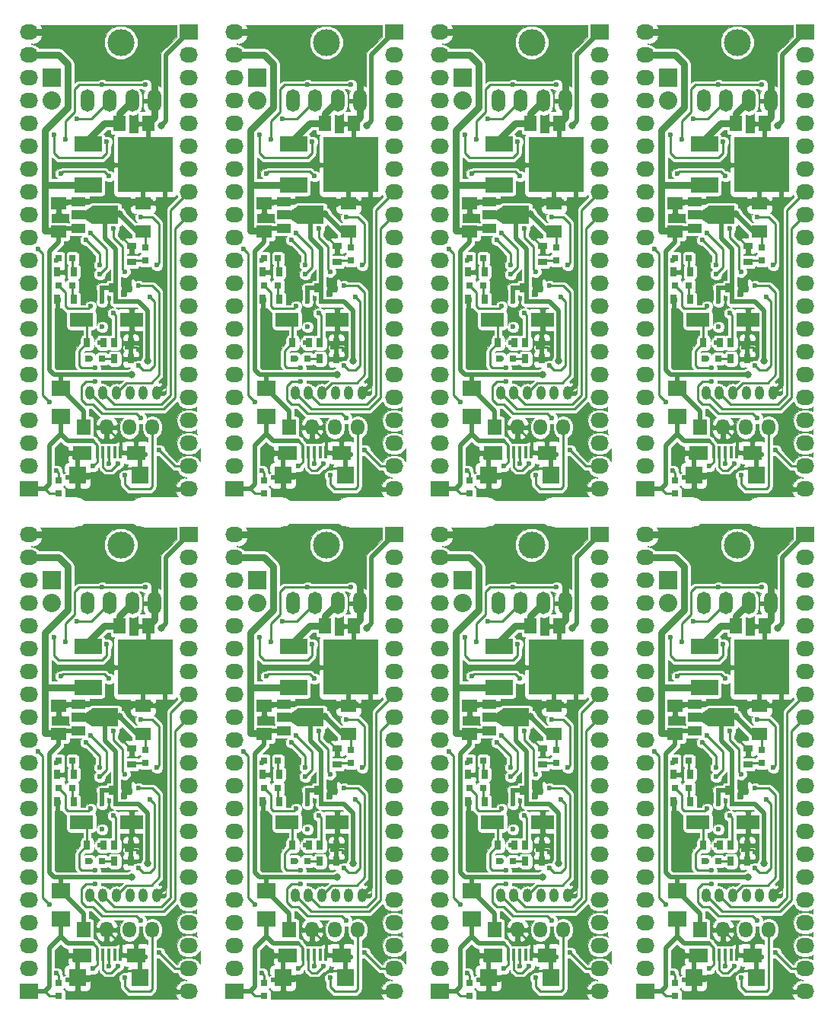
<source format=gbr>
G04 #@! TF.FileFunction,Copper,L1,Top,Signal*
%FSLAX46Y46*%
G04 Gerber Fmt 4.6, Leading zero omitted, Abs format (unit mm)*
G04 Created by KiCad (PCBNEW 4.0.7) date 04/07/18 13:13:02*
%MOMM*%
%LPD*%
G01*
G04 APERTURE LIST*
%ADD10C,0.100000*%
%ADD11R,0.797560X0.797560*%
%ADD12R,0.800000X1.000000*%
%ADD13R,2.032000X1.727200*%
%ADD14O,2.032000X1.727200*%
%ADD15R,1.500000X1.800000*%
%ADD16O,1.500000X1.800000*%
%ADD17R,0.400000X1.350000*%
%ADD18R,2.100000X1.600000*%
%ADD19R,1.900000X1.900000*%
%ADD20R,2.029460X1.651000*%
%ADD21R,2.600000X1.500000*%
%ADD22R,0.600000X1.000000*%
%ADD23R,1.800000X1.400000*%
%ADD24R,1.400000X1.800000*%
%ADD25R,3.048000X1.651000*%
%ADD26R,6.096000X6.096000*%
%ADD27R,1.501140X1.000760*%
%ADD28R,2.999740X1.998980*%
%ADD29R,2.032000X2.032000*%
%ADD30O,2.032000X2.032000*%
%ADD31O,1.000000X1.524000*%
%ADD32R,1.000000X0.800000*%
%ADD33O,1.500000X2.500000*%
%ADD34C,3.000000*%
%ADD35C,0.600000*%
%ADD36C,0.800000*%
%ADD37C,0.250000*%
%ADD38C,0.500000*%
%ADD39C,0.800000*%
%ADD40C,0.026000*%
G04 APERTURE END LIST*
D10*
D11*
X94742000Y-127495300D03*
X94742000Y-125996700D03*
D12*
X96404000Y-105918000D03*
X94604000Y-105918000D03*
X96404000Y-102870000D03*
X94604000Y-102870000D03*
D11*
X94754700Y-104394000D03*
X96253300Y-104394000D03*
X94754700Y-101346000D03*
X96253300Y-101346000D03*
D13*
X109220000Y-76200000D03*
D14*
X109220000Y-78740000D03*
X109220000Y-81280000D03*
X109220000Y-83820000D03*
X109220000Y-86360000D03*
X109220000Y-88900000D03*
X109220000Y-91440000D03*
X109220000Y-93980000D03*
X109220000Y-96520000D03*
X109220000Y-99060000D03*
X109220000Y-101600000D03*
X109220000Y-104140000D03*
X109220000Y-106680000D03*
X109220000Y-109220000D03*
X109220000Y-111760000D03*
X109220000Y-114300000D03*
X109220000Y-116840000D03*
X109220000Y-119380000D03*
X109220000Y-121920000D03*
X109220000Y-124460000D03*
X109220000Y-127000000D03*
D15*
X97536000Y-120142000D03*
D16*
X100076000Y-120142000D03*
X102616000Y-120142000D03*
X105156000Y-120142000D03*
D17*
X99029100Y-122897460D03*
X99679100Y-122897460D03*
X100329100Y-122897460D03*
X100979100Y-122897460D03*
X101629100Y-122897460D03*
D18*
X97330000Y-122960000D03*
D19*
X96830000Y-125460000D03*
X103830000Y-125460000D03*
D18*
X103330000Y-122960000D03*
D20*
X94996000Y-118932960D03*
X94996000Y-115763040D03*
D21*
X102876000Y-108204000D03*
X97276000Y-108204000D03*
D22*
X100600000Y-104648000D03*
X102600000Y-104648000D03*
D23*
X104140000Y-98374000D03*
X104140000Y-95174000D03*
X94742000Y-98374000D03*
X94742000Y-95174000D03*
D24*
X101524000Y-86360000D03*
X104724000Y-86360000D03*
D25*
X98044000Y-88646000D03*
D26*
X104394000Y-90932000D03*
D25*
X98044000Y-93218000D03*
D27*
X96954340Y-95018860D03*
X96954340Y-96520000D03*
X96954340Y-98021140D03*
D28*
X99905820Y-96520000D03*
D10*
G36*
X98431350Y-97520760D02*
X97682050Y-97020380D01*
X97682050Y-96019620D01*
X98431350Y-95519240D01*
X98431350Y-97520760D01*
X98431350Y-97520760D01*
G37*
D11*
X98056700Y-112522000D03*
X99555300Y-112522000D03*
X104394000Y-100088700D03*
X104394000Y-101587300D03*
D29*
X93980000Y-81280000D03*
D30*
X93980000Y-83820000D03*
D31*
X105664000Y-116332000D03*
X104164000Y-116332000D03*
X102664000Y-116332000D03*
X101164000Y-116332000D03*
X99664000Y-116332000D03*
X98164000Y-116332000D03*
D12*
X100954000Y-112522000D03*
X102754000Y-112522000D03*
D32*
X102870000Y-101738000D03*
X102870000Y-99938000D03*
D12*
X102754000Y-110744000D03*
X100954000Y-110744000D03*
X99706000Y-110744000D03*
X97906000Y-110744000D03*
D33*
X105410000Y-83820000D03*
X102910000Y-83820000D03*
X100410000Y-83820000D03*
X97910000Y-83820000D03*
D34*
X101660000Y-77320000D03*
D13*
X91440000Y-127000000D03*
D14*
X91440000Y-124460000D03*
X91440000Y-121920000D03*
X91440000Y-119380000D03*
X91440000Y-116840000D03*
X91440000Y-114300000D03*
X91440000Y-111760000D03*
X91440000Y-109220000D03*
X91440000Y-106680000D03*
X91440000Y-104140000D03*
X91440000Y-101600000D03*
X91440000Y-99060000D03*
X91440000Y-96520000D03*
X91440000Y-93980000D03*
X91440000Y-91440000D03*
X91440000Y-88900000D03*
X91440000Y-86360000D03*
X91440000Y-83820000D03*
X91440000Y-81280000D03*
X91440000Y-78740000D03*
X91440000Y-76200000D03*
D11*
X71882000Y-127495300D03*
X71882000Y-125996700D03*
D12*
X73544000Y-105918000D03*
X71744000Y-105918000D03*
X73544000Y-102870000D03*
X71744000Y-102870000D03*
D11*
X71894700Y-104394000D03*
X73393300Y-104394000D03*
X71894700Y-101346000D03*
X73393300Y-101346000D03*
D13*
X86360000Y-76200000D03*
D14*
X86360000Y-78740000D03*
X86360000Y-81280000D03*
X86360000Y-83820000D03*
X86360000Y-86360000D03*
X86360000Y-88900000D03*
X86360000Y-91440000D03*
X86360000Y-93980000D03*
X86360000Y-96520000D03*
X86360000Y-99060000D03*
X86360000Y-101600000D03*
X86360000Y-104140000D03*
X86360000Y-106680000D03*
X86360000Y-109220000D03*
X86360000Y-111760000D03*
X86360000Y-114300000D03*
X86360000Y-116840000D03*
X86360000Y-119380000D03*
X86360000Y-121920000D03*
X86360000Y-124460000D03*
X86360000Y-127000000D03*
D15*
X74676000Y-120142000D03*
D16*
X77216000Y-120142000D03*
X79756000Y-120142000D03*
X82296000Y-120142000D03*
D17*
X76169100Y-122897460D03*
X76819100Y-122897460D03*
X77469100Y-122897460D03*
X78119100Y-122897460D03*
X78769100Y-122897460D03*
D18*
X74470000Y-122960000D03*
D19*
X73970000Y-125460000D03*
X80970000Y-125460000D03*
D18*
X80470000Y-122960000D03*
D20*
X72136000Y-118932960D03*
X72136000Y-115763040D03*
D21*
X80016000Y-108204000D03*
X74416000Y-108204000D03*
D22*
X77740000Y-104648000D03*
X79740000Y-104648000D03*
D23*
X81280000Y-98374000D03*
X81280000Y-95174000D03*
X71882000Y-98374000D03*
X71882000Y-95174000D03*
D24*
X78664000Y-86360000D03*
X81864000Y-86360000D03*
D25*
X75184000Y-88646000D03*
D26*
X81534000Y-90932000D03*
D25*
X75184000Y-93218000D03*
D27*
X74094340Y-95018860D03*
X74094340Y-96520000D03*
X74094340Y-98021140D03*
D28*
X77045820Y-96520000D03*
D10*
G36*
X75571350Y-97520760D02*
X74822050Y-97020380D01*
X74822050Y-96019620D01*
X75571350Y-95519240D01*
X75571350Y-97520760D01*
X75571350Y-97520760D01*
G37*
D11*
X75196700Y-112522000D03*
X76695300Y-112522000D03*
X81534000Y-100088700D03*
X81534000Y-101587300D03*
D29*
X71120000Y-81280000D03*
D30*
X71120000Y-83820000D03*
D31*
X82804000Y-116332000D03*
X81304000Y-116332000D03*
X79804000Y-116332000D03*
X78304000Y-116332000D03*
X76804000Y-116332000D03*
X75304000Y-116332000D03*
D12*
X78094000Y-112522000D03*
X79894000Y-112522000D03*
D32*
X80010000Y-101738000D03*
X80010000Y-99938000D03*
D12*
X79894000Y-110744000D03*
X78094000Y-110744000D03*
X76846000Y-110744000D03*
X75046000Y-110744000D03*
D33*
X82550000Y-83820000D03*
X80050000Y-83820000D03*
X77550000Y-83820000D03*
X75050000Y-83820000D03*
D34*
X78800000Y-77320000D03*
D13*
X68580000Y-127000000D03*
D14*
X68580000Y-124460000D03*
X68580000Y-121920000D03*
X68580000Y-119380000D03*
X68580000Y-116840000D03*
X68580000Y-114300000D03*
X68580000Y-111760000D03*
X68580000Y-109220000D03*
X68580000Y-106680000D03*
X68580000Y-104140000D03*
X68580000Y-101600000D03*
X68580000Y-99060000D03*
X68580000Y-96520000D03*
X68580000Y-93980000D03*
X68580000Y-91440000D03*
X68580000Y-88900000D03*
X68580000Y-86360000D03*
X68580000Y-83820000D03*
X68580000Y-81280000D03*
X68580000Y-78740000D03*
X68580000Y-76200000D03*
D11*
X49022000Y-127495300D03*
X49022000Y-125996700D03*
D12*
X50684000Y-105918000D03*
X48884000Y-105918000D03*
X50684000Y-102870000D03*
X48884000Y-102870000D03*
D11*
X49034700Y-104394000D03*
X50533300Y-104394000D03*
X49034700Y-101346000D03*
X50533300Y-101346000D03*
D13*
X63500000Y-76200000D03*
D14*
X63500000Y-78740000D03*
X63500000Y-81280000D03*
X63500000Y-83820000D03*
X63500000Y-86360000D03*
X63500000Y-88900000D03*
X63500000Y-91440000D03*
X63500000Y-93980000D03*
X63500000Y-96520000D03*
X63500000Y-99060000D03*
X63500000Y-101600000D03*
X63500000Y-104140000D03*
X63500000Y-106680000D03*
X63500000Y-109220000D03*
X63500000Y-111760000D03*
X63500000Y-114300000D03*
X63500000Y-116840000D03*
X63500000Y-119380000D03*
X63500000Y-121920000D03*
X63500000Y-124460000D03*
X63500000Y-127000000D03*
D15*
X51816000Y-120142000D03*
D16*
X54356000Y-120142000D03*
X56896000Y-120142000D03*
X59436000Y-120142000D03*
D17*
X53309100Y-122897460D03*
X53959100Y-122897460D03*
X54609100Y-122897460D03*
X55259100Y-122897460D03*
X55909100Y-122897460D03*
D18*
X51610000Y-122960000D03*
D19*
X51110000Y-125460000D03*
X58110000Y-125460000D03*
D18*
X57610000Y-122960000D03*
D20*
X49276000Y-118932960D03*
X49276000Y-115763040D03*
D21*
X57156000Y-108204000D03*
X51556000Y-108204000D03*
D22*
X54880000Y-104648000D03*
X56880000Y-104648000D03*
D23*
X58420000Y-98374000D03*
X58420000Y-95174000D03*
X49022000Y-98374000D03*
X49022000Y-95174000D03*
D24*
X55804000Y-86360000D03*
X59004000Y-86360000D03*
D25*
X52324000Y-88646000D03*
D26*
X58674000Y-90932000D03*
D25*
X52324000Y-93218000D03*
D27*
X51234340Y-95018860D03*
X51234340Y-96520000D03*
X51234340Y-98021140D03*
D28*
X54185820Y-96520000D03*
D10*
G36*
X52711350Y-97520760D02*
X51962050Y-97020380D01*
X51962050Y-96019620D01*
X52711350Y-95519240D01*
X52711350Y-97520760D01*
X52711350Y-97520760D01*
G37*
D11*
X52336700Y-112522000D03*
X53835300Y-112522000D03*
X58674000Y-100088700D03*
X58674000Y-101587300D03*
D29*
X48260000Y-81280000D03*
D30*
X48260000Y-83820000D03*
D31*
X59944000Y-116332000D03*
X58444000Y-116332000D03*
X56944000Y-116332000D03*
X55444000Y-116332000D03*
X53944000Y-116332000D03*
X52444000Y-116332000D03*
D12*
X55234000Y-112522000D03*
X57034000Y-112522000D03*
D32*
X57150000Y-101738000D03*
X57150000Y-99938000D03*
D12*
X57034000Y-110744000D03*
X55234000Y-110744000D03*
X53986000Y-110744000D03*
X52186000Y-110744000D03*
D33*
X59690000Y-83820000D03*
X57190000Y-83820000D03*
X54690000Y-83820000D03*
X52190000Y-83820000D03*
D34*
X55940000Y-77320000D03*
D13*
X45720000Y-127000000D03*
D14*
X45720000Y-124460000D03*
X45720000Y-121920000D03*
X45720000Y-119380000D03*
X45720000Y-116840000D03*
X45720000Y-114300000D03*
X45720000Y-111760000D03*
X45720000Y-109220000D03*
X45720000Y-106680000D03*
X45720000Y-104140000D03*
X45720000Y-101600000D03*
X45720000Y-99060000D03*
X45720000Y-96520000D03*
X45720000Y-93980000D03*
X45720000Y-91440000D03*
X45720000Y-88900000D03*
X45720000Y-86360000D03*
X45720000Y-83820000D03*
X45720000Y-81280000D03*
X45720000Y-78740000D03*
X45720000Y-76200000D03*
D11*
X26162000Y-127495300D03*
X26162000Y-125996700D03*
D12*
X27824000Y-105918000D03*
X26024000Y-105918000D03*
X27824000Y-102870000D03*
X26024000Y-102870000D03*
D11*
X26174700Y-104394000D03*
X27673300Y-104394000D03*
X26174700Y-101346000D03*
X27673300Y-101346000D03*
D13*
X40640000Y-76200000D03*
D14*
X40640000Y-78740000D03*
X40640000Y-81280000D03*
X40640000Y-83820000D03*
X40640000Y-86360000D03*
X40640000Y-88900000D03*
X40640000Y-91440000D03*
X40640000Y-93980000D03*
X40640000Y-96520000D03*
X40640000Y-99060000D03*
X40640000Y-101600000D03*
X40640000Y-104140000D03*
X40640000Y-106680000D03*
X40640000Y-109220000D03*
X40640000Y-111760000D03*
X40640000Y-114300000D03*
X40640000Y-116840000D03*
X40640000Y-119380000D03*
X40640000Y-121920000D03*
X40640000Y-124460000D03*
X40640000Y-127000000D03*
D15*
X28956000Y-120142000D03*
D16*
X31496000Y-120142000D03*
X34036000Y-120142000D03*
X36576000Y-120142000D03*
D17*
X30449100Y-122897460D03*
X31099100Y-122897460D03*
X31749100Y-122897460D03*
X32399100Y-122897460D03*
X33049100Y-122897460D03*
D18*
X28750000Y-122960000D03*
D19*
X28250000Y-125460000D03*
X35250000Y-125460000D03*
D18*
X34750000Y-122960000D03*
D20*
X26416000Y-118932960D03*
X26416000Y-115763040D03*
D21*
X34296000Y-108204000D03*
X28696000Y-108204000D03*
D22*
X32020000Y-104648000D03*
X34020000Y-104648000D03*
D23*
X35560000Y-98374000D03*
X35560000Y-95174000D03*
X26162000Y-98374000D03*
X26162000Y-95174000D03*
D24*
X32944000Y-86360000D03*
X36144000Y-86360000D03*
D25*
X29464000Y-88646000D03*
D26*
X35814000Y-90932000D03*
D25*
X29464000Y-93218000D03*
D27*
X28374340Y-95018860D03*
X28374340Y-96520000D03*
X28374340Y-98021140D03*
D28*
X31325820Y-96520000D03*
D10*
G36*
X29851350Y-97520760D02*
X29102050Y-97020380D01*
X29102050Y-96019620D01*
X29851350Y-95519240D01*
X29851350Y-97520760D01*
X29851350Y-97520760D01*
G37*
D11*
X29476700Y-112522000D03*
X30975300Y-112522000D03*
X35814000Y-100088700D03*
X35814000Y-101587300D03*
D29*
X25400000Y-81280000D03*
D30*
X25400000Y-83820000D03*
D31*
X37084000Y-116332000D03*
X35584000Y-116332000D03*
X34084000Y-116332000D03*
X32584000Y-116332000D03*
X31084000Y-116332000D03*
X29584000Y-116332000D03*
D12*
X32374000Y-112522000D03*
X34174000Y-112522000D03*
D32*
X34290000Y-101738000D03*
X34290000Y-99938000D03*
D12*
X34174000Y-110744000D03*
X32374000Y-110744000D03*
X31126000Y-110744000D03*
X29326000Y-110744000D03*
D33*
X36830000Y-83820000D03*
X34330000Y-83820000D03*
X31830000Y-83820000D03*
X29330000Y-83820000D03*
D34*
X33080000Y-77320000D03*
D13*
X22860000Y-127000000D03*
D14*
X22860000Y-124460000D03*
X22860000Y-121920000D03*
X22860000Y-119380000D03*
X22860000Y-116840000D03*
X22860000Y-114300000D03*
X22860000Y-111760000D03*
X22860000Y-109220000D03*
X22860000Y-106680000D03*
X22860000Y-104140000D03*
X22860000Y-101600000D03*
X22860000Y-99060000D03*
X22860000Y-96520000D03*
X22860000Y-93980000D03*
X22860000Y-91440000D03*
X22860000Y-88900000D03*
X22860000Y-86360000D03*
X22860000Y-83820000D03*
X22860000Y-81280000D03*
X22860000Y-78740000D03*
X22860000Y-76200000D03*
D11*
X26162000Y-127495300D03*
X26162000Y-125996700D03*
D12*
X27824000Y-105918000D03*
X26024000Y-105918000D03*
X27824000Y-102870000D03*
X26024000Y-102870000D03*
D11*
X26174700Y-104394000D03*
X27673300Y-104394000D03*
X26174700Y-101346000D03*
X27673300Y-101346000D03*
D13*
X40640000Y-76200000D03*
D14*
X40640000Y-78740000D03*
X40640000Y-81280000D03*
X40640000Y-83820000D03*
X40640000Y-86360000D03*
X40640000Y-88900000D03*
X40640000Y-91440000D03*
X40640000Y-93980000D03*
X40640000Y-96520000D03*
X40640000Y-99060000D03*
X40640000Y-101600000D03*
X40640000Y-104140000D03*
X40640000Y-106680000D03*
X40640000Y-109220000D03*
X40640000Y-111760000D03*
X40640000Y-114300000D03*
X40640000Y-116840000D03*
X40640000Y-119380000D03*
X40640000Y-121920000D03*
X40640000Y-124460000D03*
X40640000Y-127000000D03*
D15*
X28956000Y-120142000D03*
D16*
X31496000Y-120142000D03*
X34036000Y-120142000D03*
X36576000Y-120142000D03*
D17*
X30449100Y-122897460D03*
X31099100Y-122897460D03*
X31749100Y-122897460D03*
X32399100Y-122897460D03*
X33049100Y-122897460D03*
D18*
X28750000Y-122960000D03*
D19*
X28250000Y-125460000D03*
X35250000Y-125460000D03*
D18*
X34750000Y-122960000D03*
D20*
X26416000Y-118932960D03*
X26416000Y-115763040D03*
D21*
X34296000Y-108204000D03*
X28696000Y-108204000D03*
D22*
X32020000Y-104648000D03*
X34020000Y-104648000D03*
D23*
X35560000Y-98374000D03*
X35560000Y-95174000D03*
X26162000Y-98374000D03*
X26162000Y-95174000D03*
D24*
X32944000Y-86360000D03*
X36144000Y-86360000D03*
D25*
X29464000Y-88646000D03*
D26*
X35814000Y-90932000D03*
D25*
X29464000Y-93218000D03*
D27*
X28374340Y-95018860D03*
X28374340Y-96520000D03*
X28374340Y-98021140D03*
D28*
X31325820Y-96520000D03*
D10*
G36*
X29851350Y-97520760D02*
X29102050Y-97020380D01*
X29102050Y-96019620D01*
X29851350Y-95519240D01*
X29851350Y-97520760D01*
X29851350Y-97520760D01*
G37*
D11*
X29476700Y-112522000D03*
X30975300Y-112522000D03*
X35814000Y-100088700D03*
X35814000Y-101587300D03*
D29*
X25400000Y-81280000D03*
D30*
X25400000Y-83820000D03*
D31*
X37084000Y-116332000D03*
X35584000Y-116332000D03*
X34084000Y-116332000D03*
X32584000Y-116332000D03*
X31084000Y-116332000D03*
X29584000Y-116332000D03*
D12*
X32374000Y-112522000D03*
X34174000Y-112522000D03*
D32*
X34290000Y-101738000D03*
X34290000Y-99938000D03*
D12*
X34174000Y-110744000D03*
X32374000Y-110744000D03*
X31126000Y-110744000D03*
X29326000Y-110744000D03*
D33*
X36830000Y-83820000D03*
X34330000Y-83820000D03*
X31830000Y-83820000D03*
X29330000Y-83820000D03*
D34*
X33080000Y-77320000D03*
D13*
X22860000Y-127000000D03*
D14*
X22860000Y-124460000D03*
X22860000Y-121920000D03*
X22860000Y-119380000D03*
X22860000Y-116840000D03*
X22860000Y-114300000D03*
X22860000Y-111760000D03*
X22860000Y-109220000D03*
X22860000Y-106680000D03*
X22860000Y-104140000D03*
X22860000Y-101600000D03*
X22860000Y-99060000D03*
X22860000Y-96520000D03*
X22860000Y-93980000D03*
X22860000Y-91440000D03*
X22860000Y-88900000D03*
X22860000Y-86360000D03*
X22860000Y-83820000D03*
X22860000Y-81280000D03*
X22860000Y-78740000D03*
X22860000Y-76200000D03*
D13*
X22860000Y-71120000D03*
D14*
X22860000Y-68580000D03*
X22860000Y-66040000D03*
X22860000Y-63500000D03*
X22860000Y-60960000D03*
X22860000Y-58420000D03*
X22860000Y-55880000D03*
X22860000Y-53340000D03*
X22860000Y-50800000D03*
X22860000Y-48260000D03*
X22860000Y-45720000D03*
X22860000Y-43180000D03*
X22860000Y-40640000D03*
X22860000Y-38100000D03*
X22860000Y-35560000D03*
X22860000Y-33020000D03*
X22860000Y-30480000D03*
X22860000Y-27940000D03*
X22860000Y-25400000D03*
X22860000Y-22860000D03*
X22860000Y-20320000D03*
D33*
X36830000Y-27940000D03*
X34330000Y-27940000D03*
X31830000Y-27940000D03*
X29330000Y-27940000D03*
D34*
X33080000Y-21440000D03*
D12*
X31126000Y-54864000D03*
X29326000Y-54864000D03*
X34174000Y-54864000D03*
X32374000Y-54864000D03*
D32*
X34290000Y-45858000D03*
X34290000Y-44058000D03*
D12*
X32374000Y-56642000D03*
X34174000Y-56642000D03*
D31*
X37084000Y-60452000D03*
X35584000Y-60452000D03*
X34084000Y-60452000D03*
X32584000Y-60452000D03*
X31084000Y-60452000D03*
X29584000Y-60452000D03*
D29*
X25400000Y-25400000D03*
D30*
X25400000Y-27940000D03*
D11*
X35814000Y-44208700D03*
X35814000Y-45707300D03*
X29476700Y-56642000D03*
X30975300Y-56642000D03*
D27*
X28374340Y-39138860D03*
X28374340Y-40640000D03*
X28374340Y-42141140D03*
D28*
X31325820Y-40640000D03*
D10*
G36*
X29851350Y-41640760D02*
X29102050Y-41140380D01*
X29102050Y-40139620D01*
X29851350Y-39639240D01*
X29851350Y-41640760D01*
X29851350Y-41640760D01*
G37*
D25*
X29464000Y-32766000D03*
D26*
X35814000Y-35052000D03*
D25*
X29464000Y-37338000D03*
D24*
X32944000Y-30480000D03*
X36144000Y-30480000D03*
D23*
X26162000Y-42494000D03*
X26162000Y-39294000D03*
X35560000Y-42494000D03*
X35560000Y-39294000D03*
D22*
X32020000Y-48768000D03*
X34020000Y-48768000D03*
D21*
X34296000Y-52324000D03*
X28696000Y-52324000D03*
D20*
X26416000Y-63052960D03*
X26416000Y-59883040D03*
D17*
X30449100Y-67017460D03*
X31099100Y-67017460D03*
X31749100Y-67017460D03*
X32399100Y-67017460D03*
X33049100Y-67017460D03*
D18*
X28750000Y-67080000D03*
D19*
X28250000Y-69580000D03*
X35250000Y-69580000D03*
D18*
X34750000Y-67080000D03*
D15*
X28956000Y-64262000D03*
D16*
X31496000Y-64262000D03*
X34036000Y-64262000D03*
X36576000Y-64262000D03*
D13*
X40640000Y-20320000D03*
D14*
X40640000Y-22860000D03*
X40640000Y-25400000D03*
X40640000Y-27940000D03*
X40640000Y-30480000D03*
X40640000Y-33020000D03*
X40640000Y-35560000D03*
X40640000Y-38100000D03*
X40640000Y-40640000D03*
X40640000Y-43180000D03*
X40640000Y-45720000D03*
X40640000Y-48260000D03*
X40640000Y-50800000D03*
X40640000Y-53340000D03*
X40640000Y-55880000D03*
X40640000Y-58420000D03*
X40640000Y-60960000D03*
X40640000Y-63500000D03*
X40640000Y-66040000D03*
X40640000Y-68580000D03*
X40640000Y-71120000D03*
D11*
X26174700Y-45466000D03*
X27673300Y-45466000D03*
X26174700Y-48514000D03*
X27673300Y-48514000D03*
D12*
X27824000Y-46990000D03*
X26024000Y-46990000D03*
X27824000Y-50038000D03*
X26024000Y-50038000D03*
D11*
X26162000Y-71615300D03*
X26162000Y-70116700D03*
D13*
X22860000Y-71120000D03*
D14*
X22860000Y-68580000D03*
X22860000Y-66040000D03*
X22860000Y-63500000D03*
X22860000Y-60960000D03*
X22860000Y-58420000D03*
X22860000Y-55880000D03*
X22860000Y-53340000D03*
X22860000Y-50800000D03*
X22860000Y-48260000D03*
X22860000Y-45720000D03*
X22860000Y-43180000D03*
X22860000Y-40640000D03*
X22860000Y-38100000D03*
X22860000Y-35560000D03*
X22860000Y-33020000D03*
X22860000Y-30480000D03*
X22860000Y-27940000D03*
X22860000Y-25400000D03*
X22860000Y-22860000D03*
X22860000Y-20320000D03*
D33*
X36830000Y-27940000D03*
X34330000Y-27940000D03*
X31830000Y-27940000D03*
X29330000Y-27940000D03*
D34*
X33080000Y-21440000D03*
D12*
X31126000Y-54864000D03*
X29326000Y-54864000D03*
X34174000Y-54864000D03*
X32374000Y-54864000D03*
D32*
X34290000Y-45858000D03*
X34290000Y-44058000D03*
D12*
X32374000Y-56642000D03*
X34174000Y-56642000D03*
D31*
X37084000Y-60452000D03*
X35584000Y-60452000D03*
X34084000Y-60452000D03*
X32584000Y-60452000D03*
X31084000Y-60452000D03*
X29584000Y-60452000D03*
D29*
X25400000Y-25400000D03*
D30*
X25400000Y-27940000D03*
D11*
X35814000Y-44208700D03*
X35814000Y-45707300D03*
X29476700Y-56642000D03*
X30975300Y-56642000D03*
D27*
X28374340Y-39138860D03*
X28374340Y-40640000D03*
X28374340Y-42141140D03*
D28*
X31325820Y-40640000D03*
D10*
G36*
X29851350Y-41640760D02*
X29102050Y-41140380D01*
X29102050Y-40139620D01*
X29851350Y-39639240D01*
X29851350Y-41640760D01*
X29851350Y-41640760D01*
G37*
D25*
X29464000Y-32766000D03*
D26*
X35814000Y-35052000D03*
D25*
X29464000Y-37338000D03*
D24*
X32944000Y-30480000D03*
X36144000Y-30480000D03*
D23*
X26162000Y-42494000D03*
X26162000Y-39294000D03*
X35560000Y-42494000D03*
X35560000Y-39294000D03*
D22*
X32020000Y-48768000D03*
X34020000Y-48768000D03*
D21*
X34296000Y-52324000D03*
X28696000Y-52324000D03*
D20*
X26416000Y-63052960D03*
X26416000Y-59883040D03*
D17*
X30449100Y-67017460D03*
X31099100Y-67017460D03*
X31749100Y-67017460D03*
X32399100Y-67017460D03*
X33049100Y-67017460D03*
D18*
X28750000Y-67080000D03*
D19*
X28250000Y-69580000D03*
X35250000Y-69580000D03*
D18*
X34750000Y-67080000D03*
D15*
X28956000Y-64262000D03*
D16*
X31496000Y-64262000D03*
X34036000Y-64262000D03*
X36576000Y-64262000D03*
D13*
X40640000Y-20320000D03*
D14*
X40640000Y-22860000D03*
X40640000Y-25400000D03*
X40640000Y-27940000D03*
X40640000Y-30480000D03*
X40640000Y-33020000D03*
X40640000Y-35560000D03*
X40640000Y-38100000D03*
X40640000Y-40640000D03*
X40640000Y-43180000D03*
X40640000Y-45720000D03*
X40640000Y-48260000D03*
X40640000Y-50800000D03*
X40640000Y-53340000D03*
X40640000Y-55880000D03*
X40640000Y-58420000D03*
X40640000Y-60960000D03*
X40640000Y-63500000D03*
X40640000Y-66040000D03*
X40640000Y-68580000D03*
X40640000Y-71120000D03*
D11*
X26174700Y-45466000D03*
X27673300Y-45466000D03*
X26174700Y-48514000D03*
X27673300Y-48514000D03*
D12*
X27824000Y-46990000D03*
X26024000Y-46990000D03*
X27824000Y-50038000D03*
X26024000Y-50038000D03*
D11*
X26162000Y-71615300D03*
X26162000Y-70116700D03*
D13*
X45720000Y-71120000D03*
D14*
X45720000Y-68580000D03*
X45720000Y-66040000D03*
X45720000Y-63500000D03*
X45720000Y-60960000D03*
X45720000Y-58420000D03*
X45720000Y-55880000D03*
X45720000Y-53340000D03*
X45720000Y-50800000D03*
X45720000Y-48260000D03*
X45720000Y-45720000D03*
X45720000Y-43180000D03*
X45720000Y-40640000D03*
X45720000Y-38100000D03*
X45720000Y-35560000D03*
X45720000Y-33020000D03*
X45720000Y-30480000D03*
X45720000Y-27940000D03*
X45720000Y-25400000D03*
X45720000Y-22860000D03*
X45720000Y-20320000D03*
D33*
X59690000Y-27940000D03*
X57190000Y-27940000D03*
X54690000Y-27940000D03*
X52190000Y-27940000D03*
D34*
X55940000Y-21440000D03*
D12*
X53986000Y-54864000D03*
X52186000Y-54864000D03*
X57034000Y-54864000D03*
X55234000Y-54864000D03*
D32*
X57150000Y-45858000D03*
X57150000Y-44058000D03*
D12*
X55234000Y-56642000D03*
X57034000Y-56642000D03*
D31*
X59944000Y-60452000D03*
X58444000Y-60452000D03*
X56944000Y-60452000D03*
X55444000Y-60452000D03*
X53944000Y-60452000D03*
X52444000Y-60452000D03*
D29*
X48260000Y-25400000D03*
D30*
X48260000Y-27940000D03*
D11*
X58674000Y-44208700D03*
X58674000Y-45707300D03*
X52336700Y-56642000D03*
X53835300Y-56642000D03*
D27*
X51234340Y-39138860D03*
X51234340Y-40640000D03*
X51234340Y-42141140D03*
D28*
X54185820Y-40640000D03*
D10*
G36*
X52711350Y-41640760D02*
X51962050Y-41140380D01*
X51962050Y-40139620D01*
X52711350Y-39639240D01*
X52711350Y-41640760D01*
X52711350Y-41640760D01*
G37*
D25*
X52324000Y-32766000D03*
D26*
X58674000Y-35052000D03*
D25*
X52324000Y-37338000D03*
D24*
X55804000Y-30480000D03*
X59004000Y-30480000D03*
D23*
X49022000Y-42494000D03*
X49022000Y-39294000D03*
X58420000Y-42494000D03*
X58420000Y-39294000D03*
D22*
X54880000Y-48768000D03*
X56880000Y-48768000D03*
D21*
X57156000Y-52324000D03*
X51556000Y-52324000D03*
D20*
X49276000Y-63052960D03*
X49276000Y-59883040D03*
D17*
X53309100Y-67017460D03*
X53959100Y-67017460D03*
X54609100Y-67017460D03*
X55259100Y-67017460D03*
X55909100Y-67017460D03*
D18*
X51610000Y-67080000D03*
D19*
X51110000Y-69580000D03*
X58110000Y-69580000D03*
D18*
X57610000Y-67080000D03*
D15*
X51816000Y-64262000D03*
D16*
X54356000Y-64262000D03*
X56896000Y-64262000D03*
X59436000Y-64262000D03*
D13*
X63500000Y-20320000D03*
D14*
X63500000Y-22860000D03*
X63500000Y-25400000D03*
X63500000Y-27940000D03*
X63500000Y-30480000D03*
X63500000Y-33020000D03*
X63500000Y-35560000D03*
X63500000Y-38100000D03*
X63500000Y-40640000D03*
X63500000Y-43180000D03*
X63500000Y-45720000D03*
X63500000Y-48260000D03*
X63500000Y-50800000D03*
X63500000Y-53340000D03*
X63500000Y-55880000D03*
X63500000Y-58420000D03*
X63500000Y-60960000D03*
X63500000Y-63500000D03*
X63500000Y-66040000D03*
X63500000Y-68580000D03*
X63500000Y-71120000D03*
D11*
X49034700Y-45466000D03*
X50533300Y-45466000D03*
X49034700Y-48514000D03*
X50533300Y-48514000D03*
D12*
X50684000Y-46990000D03*
X48884000Y-46990000D03*
X50684000Y-50038000D03*
X48884000Y-50038000D03*
D11*
X49022000Y-71615300D03*
X49022000Y-70116700D03*
D13*
X68580000Y-71120000D03*
D14*
X68580000Y-68580000D03*
X68580000Y-66040000D03*
X68580000Y-63500000D03*
X68580000Y-60960000D03*
X68580000Y-58420000D03*
X68580000Y-55880000D03*
X68580000Y-53340000D03*
X68580000Y-50800000D03*
X68580000Y-48260000D03*
X68580000Y-45720000D03*
X68580000Y-43180000D03*
X68580000Y-40640000D03*
X68580000Y-38100000D03*
X68580000Y-35560000D03*
X68580000Y-33020000D03*
X68580000Y-30480000D03*
X68580000Y-27940000D03*
X68580000Y-25400000D03*
X68580000Y-22860000D03*
X68580000Y-20320000D03*
D33*
X82550000Y-27940000D03*
X80050000Y-27940000D03*
X77550000Y-27940000D03*
X75050000Y-27940000D03*
D34*
X78800000Y-21440000D03*
D12*
X76846000Y-54864000D03*
X75046000Y-54864000D03*
X79894000Y-54864000D03*
X78094000Y-54864000D03*
D32*
X80010000Y-45858000D03*
X80010000Y-44058000D03*
D12*
X78094000Y-56642000D03*
X79894000Y-56642000D03*
D31*
X82804000Y-60452000D03*
X81304000Y-60452000D03*
X79804000Y-60452000D03*
X78304000Y-60452000D03*
X76804000Y-60452000D03*
X75304000Y-60452000D03*
D29*
X71120000Y-25400000D03*
D30*
X71120000Y-27940000D03*
D11*
X81534000Y-44208700D03*
X81534000Y-45707300D03*
X75196700Y-56642000D03*
X76695300Y-56642000D03*
D27*
X74094340Y-39138860D03*
X74094340Y-40640000D03*
X74094340Y-42141140D03*
D28*
X77045820Y-40640000D03*
D10*
G36*
X75571350Y-41640760D02*
X74822050Y-41140380D01*
X74822050Y-40139620D01*
X75571350Y-39639240D01*
X75571350Y-41640760D01*
X75571350Y-41640760D01*
G37*
D25*
X75184000Y-32766000D03*
D26*
X81534000Y-35052000D03*
D25*
X75184000Y-37338000D03*
D24*
X78664000Y-30480000D03*
X81864000Y-30480000D03*
D23*
X71882000Y-42494000D03*
X71882000Y-39294000D03*
X81280000Y-42494000D03*
X81280000Y-39294000D03*
D22*
X77740000Y-48768000D03*
X79740000Y-48768000D03*
D21*
X80016000Y-52324000D03*
X74416000Y-52324000D03*
D20*
X72136000Y-63052960D03*
X72136000Y-59883040D03*
D17*
X76169100Y-67017460D03*
X76819100Y-67017460D03*
X77469100Y-67017460D03*
X78119100Y-67017460D03*
X78769100Y-67017460D03*
D18*
X74470000Y-67080000D03*
D19*
X73970000Y-69580000D03*
X80970000Y-69580000D03*
D18*
X80470000Y-67080000D03*
D15*
X74676000Y-64262000D03*
D16*
X77216000Y-64262000D03*
X79756000Y-64262000D03*
X82296000Y-64262000D03*
D13*
X86360000Y-20320000D03*
D14*
X86360000Y-22860000D03*
X86360000Y-25400000D03*
X86360000Y-27940000D03*
X86360000Y-30480000D03*
X86360000Y-33020000D03*
X86360000Y-35560000D03*
X86360000Y-38100000D03*
X86360000Y-40640000D03*
X86360000Y-43180000D03*
X86360000Y-45720000D03*
X86360000Y-48260000D03*
X86360000Y-50800000D03*
X86360000Y-53340000D03*
X86360000Y-55880000D03*
X86360000Y-58420000D03*
X86360000Y-60960000D03*
X86360000Y-63500000D03*
X86360000Y-66040000D03*
X86360000Y-68580000D03*
X86360000Y-71120000D03*
D11*
X71894700Y-45466000D03*
X73393300Y-45466000D03*
X71894700Y-48514000D03*
X73393300Y-48514000D03*
D12*
X73544000Y-46990000D03*
X71744000Y-46990000D03*
X73544000Y-50038000D03*
X71744000Y-50038000D03*
D11*
X71882000Y-71615300D03*
X71882000Y-70116700D03*
D13*
X91440000Y-71120000D03*
D14*
X91440000Y-68580000D03*
X91440000Y-66040000D03*
X91440000Y-63500000D03*
X91440000Y-60960000D03*
X91440000Y-58420000D03*
X91440000Y-55880000D03*
X91440000Y-53340000D03*
X91440000Y-50800000D03*
X91440000Y-48260000D03*
X91440000Y-45720000D03*
X91440000Y-43180000D03*
X91440000Y-40640000D03*
X91440000Y-38100000D03*
X91440000Y-35560000D03*
X91440000Y-33020000D03*
X91440000Y-30480000D03*
X91440000Y-27940000D03*
X91440000Y-25400000D03*
X91440000Y-22860000D03*
X91440000Y-20320000D03*
D33*
X105410000Y-27940000D03*
X102910000Y-27940000D03*
X100410000Y-27940000D03*
X97910000Y-27940000D03*
D34*
X101660000Y-21440000D03*
D12*
X99706000Y-54864000D03*
X97906000Y-54864000D03*
X102754000Y-54864000D03*
X100954000Y-54864000D03*
D32*
X102870000Y-45858000D03*
X102870000Y-44058000D03*
D12*
X100954000Y-56642000D03*
X102754000Y-56642000D03*
D31*
X105664000Y-60452000D03*
X104164000Y-60452000D03*
X102664000Y-60452000D03*
X101164000Y-60452000D03*
X99664000Y-60452000D03*
X98164000Y-60452000D03*
D29*
X93980000Y-25400000D03*
D30*
X93980000Y-27940000D03*
D11*
X104394000Y-44208700D03*
X104394000Y-45707300D03*
X98056700Y-56642000D03*
X99555300Y-56642000D03*
D27*
X96954340Y-39138860D03*
X96954340Y-40640000D03*
X96954340Y-42141140D03*
D28*
X99905820Y-40640000D03*
D10*
G36*
X98431350Y-41640760D02*
X97682050Y-41140380D01*
X97682050Y-40139620D01*
X98431350Y-39639240D01*
X98431350Y-41640760D01*
X98431350Y-41640760D01*
G37*
D25*
X98044000Y-32766000D03*
D26*
X104394000Y-35052000D03*
D25*
X98044000Y-37338000D03*
D24*
X101524000Y-30480000D03*
X104724000Y-30480000D03*
D23*
X94742000Y-42494000D03*
X94742000Y-39294000D03*
X104140000Y-42494000D03*
X104140000Y-39294000D03*
D22*
X100600000Y-48768000D03*
X102600000Y-48768000D03*
D21*
X102876000Y-52324000D03*
X97276000Y-52324000D03*
D20*
X94996000Y-63052960D03*
X94996000Y-59883040D03*
D17*
X99029100Y-67017460D03*
X99679100Y-67017460D03*
X100329100Y-67017460D03*
X100979100Y-67017460D03*
X101629100Y-67017460D03*
D18*
X97330000Y-67080000D03*
D19*
X96830000Y-69580000D03*
X103830000Y-69580000D03*
D18*
X103330000Y-67080000D03*
D15*
X97536000Y-64262000D03*
D16*
X100076000Y-64262000D03*
X102616000Y-64262000D03*
X105156000Y-64262000D03*
D13*
X109220000Y-20320000D03*
D14*
X109220000Y-22860000D03*
X109220000Y-25400000D03*
X109220000Y-27940000D03*
X109220000Y-30480000D03*
X109220000Y-33020000D03*
X109220000Y-35560000D03*
X109220000Y-38100000D03*
X109220000Y-40640000D03*
X109220000Y-43180000D03*
X109220000Y-45720000D03*
X109220000Y-48260000D03*
X109220000Y-50800000D03*
X109220000Y-53340000D03*
X109220000Y-55880000D03*
X109220000Y-58420000D03*
X109220000Y-60960000D03*
X109220000Y-63500000D03*
X109220000Y-66040000D03*
X109220000Y-68580000D03*
X109220000Y-71120000D03*
D11*
X94754700Y-45466000D03*
X96253300Y-45466000D03*
X94754700Y-48514000D03*
X96253300Y-48514000D03*
D12*
X96404000Y-46990000D03*
X94604000Y-46990000D03*
X96404000Y-50038000D03*
X94604000Y-50038000D03*
D11*
X94742000Y-71615300D03*
X94742000Y-70116700D03*
D35*
X102108000Y-105410000D03*
X95250000Y-90932000D03*
X100330000Y-90678000D03*
X103632000Y-90678000D03*
X101854000Y-99060000D03*
X102743000Y-95410000D03*
X94742000Y-112776000D03*
X95758000Y-112776000D03*
X106553000Y-105918000D03*
X94742000Y-109474000D03*
X94742000Y-123190000D03*
D36*
X103886000Y-124968000D03*
D35*
X97282000Y-125730000D03*
X98044000Y-125730000D03*
X98806000Y-125730000D03*
X99568000Y-125730000D03*
X100330000Y-125730000D03*
X101092000Y-125730000D03*
X96520000Y-125730000D03*
X95758000Y-125730000D03*
X96520000Y-123444000D03*
X104394000Y-123190000D03*
X98044000Y-103378000D03*
X102362000Y-111252000D03*
X103632000Y-111506000D03*
X107696000Y-123444000D03*
X106680000Y-118872000D03*
X106934000Y-121158000D03*
X94742000Y-110744000D03*
X95504000Y-109474000D03*
X104902000Y-80772000D03*
X106553000Y-109474000D03*
X98552000Y-79502000D03*
X101854000Y-81280000D03*
X96520000Y-78740000D03*
X98044000Y-105664000D03*
X100330000Y-113538000D03*
X100330000Y-115316000D03*
X102754000Y-112522000D03*
X103886000Y-92456000D03*
X100330000Y-93218000D03*
X100330000Y-93980000D03*
X107188000Y-75692000D03*
X103886000Y-75692000D03*
X106426000Y-77470000D03*
X105156000Y-77470000D03*
X105410000Y-75692000D03*
X99568000Y-75946000D03*
X107442000Y-127508000D03*
X105664000Y-127508000D03*
X106680000Y-125222000D03*
X79248000Y-105410000D03*
X72390000Y-90932000D03*
X77470000Y-90678000D03*
X80772000Y-90678000D03*
X78994000Y-99060000D03*
X79883000Y-95410000D03*
X71882000Y-112776000D03*
X72898000Y-112776000D03*
X83693000Y-105918000D03*
X71882000Y-109474000D03*
X71882000Y-123190000D03*
D36*
X81026000Y-124968000D03*
D35*
X74422000Y-125730000D03*
X75184000Y-125730000D03*
X75946000Y-125730000D03*
X76708000Y-125730000D03*
X77470000Y-125730000D03*
X78232000Y-125730000D03*
X73660000Y-125730000D03*
X72898000Y-125730000D03*
X73660000Y-123444000D03*
X81534000Y-123190000D03*
X75184000Y-103378000D03*
X79502000Y-111252000D03*
X80772000Y-111506000D03*
X84836000Y-123444000D03*
X83820000Y-118872000D03*
X84074000Y-121158000D03*
X71882000Y-110744000D03*
X72644000Y-109474000D03*
X82042000Y-80772000D03*
X83693000Y-109474000D03*
X75692000Y-79502000D03*
X78994000Y-81280000D03*
X73660000Y-78740000D03*
X75184000Y-105664000D03*
X77470000Y-113538000D03*
X77470000Y-115316000D03*
X79894000Y-112522000D03*
X81026000Y-92456000D03*
X77470000Y-93218000D03*
X77470000Y-93980000D03*
X84328000Y-75692000D03*
X81026000Y-75692000D03*
X83566000Y-77470000D03*
X82296000Y-77470000D03*
X82550000Y-75692000D03*
X76708000Y-75946000D03*
X84582000Y-127508000D03*
X82804000Y-127508000D03*
X83820000Y-125222000D03*
X56388000Y-105410000D03*
X49530000Y-90932000D03*
X54610000Y-90678000D03*
X57912000Y-90678000D03*
X56134000Y-99060000D03*
X57023000Y-95410000D03*
X49022000Y-112776000D03*
X50038000Y-112776000D03*
X60833000Y-105918000D03*
X49022000Y-109474000D03*
X49022000Y-123190000D03*
D36*
X58166000Y-124968000D03*
D35*
X51562000Y-125730000D03*
X52324000Y-125730000D03*
X53086000Y-125730000D03*
X53848000Y-125730000D03*
X54610000Y-125730000D03*
X55372000Y-125730000D03*
X50800000Y-125730000D03*
X50038000Y-125730000D03*
X50800000Y-123444000D03*
X58674000Y-123190000D03*
X52324000Y-103378000D03*
X56642000Y-111252000D03*
X57912000Y-111506000D03*
X61976000Y-123444000D03*
X60960000Y-118872000D03*
X61214000Y-121158000D03*
X49022000Y-110744000D03*
X49784000Y-109474000D03*
X59182000Y-80772000D03*
X60833000Y-109474000D03*
X52832000Y-79502000D03*
X56134000Y-81280000D03*
X50800000Y-78740000D03*
X52324000Y-105664000D03*
X54610000Y-113538000D03*
X54610000Y-115316000D03*
X57034000Y-112522000D03*
X58166000Y-92456000D03*
X54610000Y-93218000D03*
X54610000Y-93980000D03*
X61468000Y-75692000D03*
X58166000Y-75692000D03*
X60706000Y-77470000D03*
X59436000Y-77470000D03*
X59690000Y-75692000D03*
X53848000Y-75946000D03*
X61722000Y-127508000D03*
X59944000Y-127508000D03*
X60960000Y-125222000D03*
X33528000Y-105410000D03*
X26670000Y-90932000D03*
X31750000Y-90678000D03*
X35052000Y-90678000D03*
X33274000Y-99060000D03*
X34163000Y-95410000D03*
X26162000Y-112776000D03*
X27178000Y-112776000D03*
X37973000Y-105918000D03*
X26162000Y-109474000D03*
X26162000Y-123190000D03*
D36*
X35306000Y-124968000D03*
D35*
X28702000Y-125730000D03*
X29464000Y-125730000D03*
X30226000Y-125730000D03*
X30988000Y-125730000D03*
X31750000Y-125730000D03*
X32512000Y-125730000D03*
X27940000Y-125730000D03*
X27178000Y-125730000D03*
X27940000Y-123444000D03*
X35814000Y-123190000D03*
X29464000Y-103378000D03*
X33782000Y-111252000D03*
X35052000Y-111506000D03*
X39116000Y-123444000D03*
X38100000Y-118872000D03*
X38354000Y-121158000D03*
X26162000Y-110744000D03*
X26924000Y-109474000D03*
X36322000Y-80772000D03*
X37973000Y-109474000D03*
X29972000Y-79502000D03*
X33274000Y-81280000D03*
X27940000Y-78740000D03*
X29464000Y-105664000D03*
X31750000Y-113538000D03*
X31750000Y-115316000D03*
X34174000Y-112522000D03*
X35306000Y-92456000D03*
X31750000Y-93218000D03*
X31750000Y-93980000D03*
X38608000Y-75692000D03*
X35306000Y-75692000D03*
X37846000Y-77470000D03*
X36576000Y-77470000D03*
X36830000Y-75692000D03*
X30988000Y-75946000D03*
X38862000Y-127508000D03*
X37084000Y-127508000D03*
X38100000Y-125222000D03*
X33528000Y-105410000D03*
X26670000Y-90932000D03*
X31750000Y-90678000D03*
X35052000Y-90678000D03*
X33274000Y-99060000D03*
X34163000Y-95410000D03*
X26162000Y-112776000D03*
X27178000Y-112776000D03*
X37973000Y-105918000D03*
X26162000Y-109474000D03*
X26162000Y-123190000D03*
D36*
X35306000Y-124968000D03*
D35*
X28702000Y-125730000D03*
X29464000Y-125730000D03*
X30226000Y-125730000D03*
X30988000Y-125730000D03*
X31750000Y-125730000D03*
X32512000Y-125730000D03*
X27940000Y-125730000D03*
X27178000Y-125730000D03*
X27940000Y-123444000D03*
X35814000Y-123190000D03*
X29464000Y-103378000D03*
X33782000Y-111252000D03*
X35052000Y-111506000D03*
X39116000Y-123444000D03*
X38100000Y-118872000D03*
X38354000Y-121158000D03*
X26162000Y-110744000D03*
X26924000Y-109474000D03*
X36322000Y-80772000D03*
X37973000Y-109474000D03*
X29972000Y-79502000D03*
X33274000Y-81280000D03*
X27940000Y-78740000D03*
X29464000Y-105664000D03*
X31750000Y-113538000D03*
X31750000Y-115316000D03*
X34174000Y-112522000D03*
X35306000Y-92456000D03*
X31750000Y-93218000D03*
X31750000Y-93980000D03*
X38608000Y-75692000D03*
X35306000Y-75692000D03*
X37846000Y-77470000D03*
X36576000Y-77470000D03*
X36830000Y-75692000D03*
X30988000Y-75946000D03*
X38862000Y-127508000D03*
X37084000Y-127508000D03*
X38100000Y-125222000D03*
X38100000Y-69342000D03*
X37084000Y-71628000D03*
X38862000Y-71628000D03*
X30988000Y-20066000D03*
X36830000Y-19812000D03*
X36576000Y-21590000D03*
X37846000Y-21590000D03*
X35306000Y-19812000D03*
X38608000Y-19812000D03*
X31750000Y-38100000D03*
X31750000Y-37338000D03*
X35306000Y-36576000D03*
X34174000Y-56642000D03*
X31750000Y-59436000D03*
X31750000Y-57658000D03*
X29464000Y-49784000D03*
X27940000Y-22860000D03*
X33274000Y-25400000D03*
X29972000Y-23622000D03*
X37973000Y-53594000D03*
X36322000Y-24892000D03*
X26924000Y-53594000D03*
X26162000Y-54864000D03*
X38354000Y-65278000D03*
X38100000Y-62992000D03*
X39116000Y-67564000D03*
X35052000Y-55626000D03*
X33782000Y-55372000D03*
X29464000Y-47498000D03*
X35814000Y-67310000D03*
X27940000Y-67564000D03*
X27178000Y-69850000D03*
X27940000Y-69850000D03*
X32512000Y-69850000D03*
X31750000Y-69850000D03*
X30988000Y-69850000D03*
X30226000Y-69850000D03*
X29464000Y-69850000D03*
X28702000Y-69850000D03*
D36*
X35306000Y-69088000D03*
D35*
X26162000Y-67310000D03*
X26162000Y-53594000D03*
X37973000Y-50038000D03*
X27178000Y-56896000D03*
X26162000Y-56896000D03*
X34163000Y-39530000D03*
X33274000Y-43180000D03*
X35052000Y-34798000D03*
X31750000Y-34798000D03*
X26670000Y-35052000D03*
X33528000Y-49530000D03*
X38100000Y-69342000D03*
X37084000Y-71628000D03*
X38862000Y-71628000D03*
X30988000Y-20066000D03*
X36830000Y-19812000D03*
X36576000Y-21590000D03*
X37846000Y-21590000D03*
X35306000Y-19812000D03*
X38608000Y-19812000D03*
X31750000Y-38100000D03*
X31750000Y-37338000D03*
X35306000Y-36576000D03*
X34174000Y-56642000D03*
X31750000Y-59436000D03*
X31750000Y-57658000D03*
X29464000Y-49784000D03*
X27940000Y-22860000D03*
X33274000Y-25400000D03*
X29972000Y-23622000D03*
X37973000Y-53594000D03*
X36322000Y-24892000D03*
X26924000Y-53594000D03*
X26162000Y-54864000D03*
X38354000Y-65278000D03*
X38100000Y-62992000D03*
X39116000Y-67564000D03*
X35052000Y-55626000D03*
X33782000Y-55372000D03*
X29464000Y-47498000D03*
X35814000Y-67310000D03*
X27940000Y-67564000D03*
X27178000Y-69850000D03*
X27940000Y-69850000D03*
X32512000Y-69850000D03*
X31750000Y-69850000D03*
X30988000Y-69850000D03*
X30226000Y-69850000D03*
X29464000Y-69850000D03*
X28702000Y-69850000D03*
D36*
X35306000Y-69088000D03*
D35*
X26162000Y-67310000D03*
X26162000Y-53594000D03*
X37973000Y-50038000D03*
X27178000Y-56896000D03*
X26162000Y-56896000D03*
X34163000Y-39530000D03*
X33274000Y-43180000D03*
X35052000Y-34798000D03*
X31750000Y-34798000D03*
X26670000Y-35052000D03*
X33528000Y-49530000D03*
X60960000Y-69342000D03*
X59944000Y-71628000D03*
X61722000Y-71628000D03*
X53848000Y-20066000D03*
X59690000Y-19812000D03*
X59436000Y-21590000D03*
X60706000Y-21590000D03*
X58166000Y-19812000D03*
X61468000Y-19812000D03*
X54610000Y-38100000D03*
X54610000Y-37338000D03*
X58166000Y-36576000D03*
X57034000Y-56642000D03*
X54610000Y-59436000D03*
X54610000Y-57658000D03*
X52324000Y-49784000D03*
X50800000Y-22860000D03*
X56134000Y-25400000D03*
X52832000Y-23622000D03*
X60833000Y-53594000D03*
X59182000Y-24892000D03*
X49784000Y-53594000D03*
X49022000Y-54864000D03*
X61214000Y-65278000D03*
X60960000Y-62992000D03*
X61976000Y-67564000D03*
X57912000Y-55626000D03*
X56642000Y-55372000D03*
X52324000Y-47498000D03*
X58674000Y-67310000D03*
X50800000Y-67564000D03*
X50038000Y-69850000D03*
X50800000Y-69850000D03*
X55372000Y-69850000D03*
X54610000Y-69850000D03*
X53848000Y-69850000D03*
X53086000Y-69850000D03*
X52324000Y-69850000D03*
X51562000Y-69850000D03*
D36*
X58166000Y-69088000D03*
D35*
X49022000Y-67310000D03*
X49022000Y-53594000D03*
X60833000Y-50038000D03*
X50038000Y-56896000D03*
X49022000Y-56896000D03*
X57023000Y-39530000D03*
X56134000Y-43180000D03*
X57912000Y-34798000D03*
X54610000Y-34798000D03*
X49530000Y-35052000D03*
X56388000Y-49530000D03*
X83820000Y-69342000D03*
X82804000Y-71628000D03*
X84582000Y-71628000D03*
X76708000Y-20066000D03*
X82550000Y-19812000D03*
X82296000Y-21590000D03*
X83566000Y-21590000D03*
X81026000Y-19812000D03*
X84328000Y-19812000D03*
X77470000Y-38100000D03*
X77470000Y-37338000D03*
X81026000Y-36576000D03*
X79894000Y-56642000D03*
X77470000Y-59436000D03*
X77470000Y-57658000D03*
X75184000Y-49784000D03*
X73660000Y-22860000D03*
X78994000Y-25400000D03*
X75692000Y-23622000D03*
X83693000Y-53594000D03*
X82042000Y-24892000D03*
X72644000Y-53594000D03*
X71882000Y-54864000D03*
X84074000Y-65278000D03*
X83820000Y-62992000D03*
X84836000Y-67564000D03*
X80772000Y-55626000D03*
X79502000Y-55372000D03*
X75184000Y-47498000D03*
X81534000Y-67310000D03*
X73660000Y-67564000D03*
X72898000Y-69850000D03*
X73660000Y-69850000D03*
X78232000Y-69850000D03*
X77470000Y-69850000D03*
X76708000Y-69850000D03*
X75946000Y-69850000D03*
X75184000Y-69850000D03*
X74422000Y-69850000D03*
D36*
X81026000Y-69088000D03*
D35*
X71882000Y-67310000D03*
X71882000Y-53594000D03*
X83693000Y-50038000D03*
X72898000Y-56896000D03*
X71882000Y-56896000D03*
X79883000Y-39530000D03*
X78994000Y-43180000D03*
X80772000Y-34798000D03*
X77470000Y-34798000D03*
X72390000Y-35052000D03*
X79248000Y-49530000D03*
X106680000Y-69342000D03*
X105664000Y-71628000D03*
X107442000Y-71628000D03*
X99568000Y-20066000D03*
X105410000Y-19812000D03*
X105156000Y-21590000D03*
X106426000Y-21590000D03*
X103886000Y-19812000D03*
X107188000Y-19812000D03*
X100330000Y-38100000D03*
X100330000Y-37338000D03*
X103886000Y-36576000D03*
X102754000Y-56642000D03*
X100330000Y-59436000D03*
X100330000Y-57658000D03*
X98044000Y-49784000D03*
X96520000Y-22860000D03*
X101854000Y-25400000D03*
X98552000Y-23622000D03*
X106553000Y-53594000D03*
X104902000Y-24892000D03*
X95504000Y-53594000D03*
X94742000Y-54864000D03*
X106934000Y-65278000D03*
X106680000Y-62992000D03*
X107696000Y-67564000D03*
X103632000Y-55626000D03*
X102362000Y-55372000D03*
X98044000Y-47498000D03*
X104394000Y-67310000D03*
X96520000Y-67564000D03*
X95758000Y-69850000D03*
X96520000Y-69850000D03*
X101092000Y-69850000D03*
X100330000Y-69850000D03*
X99568000Y-69850000D03*
X98806000Y-69850000D03*
X98044000Y-69850000D03*
X97282000Y-69850000D03*
D36*
X103886000Y-69088000D03*
D35*
X94742000Y-67310000D03*
X94742000Y-53594000D03*
X106553000Y-50038000D03*
X95758000Y-56896000D03*
X94742000Y-56896000D03*
X102743000Y-39530000D03*
X101854000Y-43180000D03*
X103632000Y-34798000D03*
X100330000Y-34798000D03*
X95250000Y-35052000D03*
X102108000Y-49530000D03*
X98298000Y-107696000D03*
X105918000Y-122682000D03*
X103886000Y-119126000D03*
X98806000Y-115062000D03*
X98806000Y-113538000D03*
X75438000Y-107696000D03*
X83058000Y-122682000D03*
X81026000Y-119126000D03*
X75946000Y-115062000D03*
X75946000Y-113538000D03*
X52578000Y-107696000D03*
X60198000Y-122682000D03*
X58166000Y-119126000D03*
X53086000Y-115062000D03*
X53086000Y-113538000D03*
X29718000Y-107696000D03*
X37338000Y-122682000D03*
X35306000Y-119126000D03*
X30226000Y-115062000D03*
X30226000Y-113538000D03*
X29718000Y-107696000D03*
X37338000Y-122682000D03*
X35306000Y-119126000D03*
X30226000Y-115062000D03*
X30226000Y-113538000D03*
X30226000Y-57658000D03*
X30226000Y-59182000D03*
X35306000Y-63246000D03*
X37338000Y-66802000D03*
X29718000Y-51816000D03*
X30226000Y-57658000D03*
X30226000Y-59182000D03*
X35306000Y-63246000D03*
X37338000Y-66802000D03*
X29718000Y-51816000D03*
X53086000Y-57658000D03*
X53086000Y-59182000D03*
X58166000Y-63246000D03*
X60198000Y-66802000D03*
X52578000Y-51816000D03*
X75946000Y-57658000D03*
X75946000Y-59182000D03*
X81026000Y-63246000D03*
X83058000Y-66802000D03*
X75438000Y-51816000D03*
X98806000Y-57658000D03*
X98806000Y-59182000D03*
X103886000Y-63246000D03*
X105918000Y-66802000D03*
X98298000Y-51816000D03*
X99568000Y-104648000D03*
X101092000Y-106172000D03*
X101092000Y-104648000D03*
D36*
X104648000Y-112776000D03*
D35*
X99314000Y-110744000D03*
D36*
X106172000Y-86614000D03*
X101473000Y-96393000D03*
D35*
X99568000Y-106172000D03*
X76708000Y-104648000D03*
X78232000Y-106172000D03*
X78232000Y-104648000D03*
D36*
X81788000Y-112776000D03*
D35*
X76454000Y-110744000D03*
D36*
X83312000Y-86614000D03*
X78613000Y-96393000D03*
D35*
X76708000Y-106172000D03*
X53848000Y-104648000D03*
X55372000Y-106172000D03*
X55372000Y-104648000D03*
D36*
X58928000Y-112776000D03*
D35*
X53594000Y-110744000D03*
D36*
X60452000Y-86614000D03*
X55753000Y-96393000D03*
D35*
X53848000Y-106172000D03*
X30988000Y-104648000D03*
X32512000Y-106172000D03*
X32512000Y-104648000D03*
D36*
X36068000Y-112776000D03*
D35*
X30734000Y-110744000D03*
D36*
X37592000Y-86614000D03*
X32893000Y-96393000D03*
D35*
X30988000Y-106172000D03*
X30988000Y-104648000D03*
X32512000Y-106172000D03*
X32512000Y-104648000D03*
D36*
X36068000Y-112776000D03*
D35*
X30734000Y-110744000D03*
D36*
X37592000Y-86614000D03*
X32893000Y-96393000D03*
D35*
X30988000Y-106172000D03*
X30988000Y-50292000D03*
D36*
X32893000Y-40513000D03*
X37592000Y-30734000D03*
D35*
X30734000Y-54864000D03*
D36*
X36068000Y-56896000D03*
D35*
X32512000Y-48768000D03*
X32512000Y-50292000D03*
X30988000Y-48768000D03*
X30988000Y-50292000D03*
D36*
X32893000Y-40513000D03*
X37592000Y-30734000D03*
D35*
X30734000Y-54864000D03*
D36*
X36068000Y-56896000D03*
D35*
X32512000Y-48768000D03*
X32512000Y-50292000D03*
X30988000Y-48768000D03*
X53848000Y-50292000D03*
D36*
X55753000Y-40513000D03*
X60452000Y-30734000D03*
D35*
X53594000Y-54864000D03*
D36*
X58928000Y-56896000D03*
D35*
X55372000Y-48768000D03*
X55372000Y-50292000D03*
X53848000Y-48768000D03*
X76708000Y-50292000D03*
D36*
X78613000Y-40513000D03*
X83312000Y-30734000D03*
D35*
X76454000Y-54864000D03*
D36*
X81788000Y-56896000D03*
D35*
X78232000Y-48768000D03*
X78232000Y-50292000D03*
X76708000Y-48768000D03*
X99568000Y-50292000D03*
D36*
X101473000Y-40513000D03*
X106172000Y-30734000D03*
D35*
X99314000Y-54864000D03*
D36*
X104648000Y-56896000D03*
D35*
X101092000Y-48768000D03*
X101092000Y-50292000D03*
X99568000Y-48768000D03*
X98298000Y-112522000D03*
X75438000Y-112522000D03*
X52578000Y-112522000D03*
X29718000Y-112522000D03*
X29718000Y-112522000D03*
X29718000Y-56642000D03*
X29718000Y-56642000D03*
X52578000Y-56642000D03*
X75438000Y-56642000D03*
X98298000Y-56642000D03*
X100838000Y-107442000D03*
X77978000Y-107442000D03*
X55118000Y-107442000D03*
X32258000Y-107442000D03*
X32258000Y-107442000D03*
X32258000Y-51562000D03*
X32258000Y-51562000D03*
X55118000Y-51562000D03*
X77978000Y-51562000D03*
X100838000Y-51562000D03*
X102108000Y-125476000D03*
X79248000Y-125476000D03*
X56388000Y-125476000D03*
X33528000Y-125476000D03*
X33528000Y-125476000D03*
X33528000Y-69596000D03*
X33528000Y-69596000D03*
X56388000Y-69596000D03*
X79248000Y-69596000D03*
X102108000Y-69596000D03*
X102108000Y-102870000D03*
X100838000Y-98044000D03*
X79248000Y-102870000D03*
X77978000Y-98044000D03*
X56388000Y-102870000D03*
X55118000Y-98044000D03*
X33528000Y-102870000D03*
X32258000Y-98044000D03*
X33528000Y-102870000D03*
X32258000Y-98044000D03*
X32258000Y-42164000D03*
X33528000Y-46990000D03*
X32258000Y-42164000D03*
X33528000Y-46990000D03*
X55118000Y-42164000D03*
X56388000Y-46990000D03*
X77978000Y-42164000D03*
X79248000Y-46990000D03*
X100838000Y-42164000D03*
X102108000Y-46990000D03*
X103886000Y-96774000D03*
X105664000Y-102108000D03*
X81026000Y-96774000D03*
X82804000Y-102108000D03*
X58166000Y-96774000D03*
X59944000Y-102108000D03*
X35306000Y-96774000D03*
X37084000Y-102108000D03*
X35306000Y-96774000D03*
X37084000Y-102108000D03*
X37084000Y-46228000D03*
X35306000Y-40894000D03*
X37084000Y-46228000D03*
X35306000Y-40894000D03*
X59944000Y-46228000D03*
X58166000Y-40894000D03*
X82804000Y-46228000D03*
X81026000Y-40894000D03*
X105664000Y-46228000D03*
X103886000Y-40894000D03*
X103632000Y-104394000D03*
X80772000Y-104394000D03*
X57912000Y-104394000D03*
X35052000Y-104394000D03*
X35052000Y-104394000D03*
X35052000Y-48514000D03*
X35052000Y-48514000D03*
X57912000Y-48514000D03*
X80772000Y-48514000D03*
X103632000Y-48514000D03*
X103632000Y-113284000D03*
X104902000Y-105664000D03*
X80772000Y-113284000D03*
X82042000Y-105664000D03*
X57912000Y-113284000D03*
X59182000Y-105664000D03*
X35052000Y-113284000D03*
X36322000Y-105664000D03*
X35052000Y-113284000D03*
X36322000Y-105664000D03*
X36322000Y-49784000D03*
X35052000Y-57404000D03*
X36322000Y-49784000D03*
X35052000Y-57404000D03*
X59182000Y-49784000D03*
X57912000Y-57404000D03*
X82042000Y-49784000D03*
X80772000Y-57404000D03*
X104902000Y-49784000D03*
X103632000Y-57404000D03*
X99568000Y-108966000D03*
X94488000Y-101600000D03*
X93726000Y-117348000D03*
X92456000Y-100330000D03*
X76708000Y-108966000D03*
X71628000Y-101600000D03*
X70866000Y-117348000D03*
X69596000Y-100330000D03*
X53848000Y-108966000D03*
X48768000Y-101600000D03*
X48006000Y-117348000D03*
X46736000Y-100330000D03*
X30988000Y-108966000D03*
X25908000Y-101600000D03*
X25146000Y-117348000D03*
X23876000Y-100330000D03*
X30988000Y-108966000D03*
X25908000Y-101600000D03*
X25146000Y-117348000D03*
X23876000Y-100330000D03*
X23876000Y-44450000D03*
X25146000Y-61468000D03*
X25908000Y-45720000D03*
X30988000Y-53086000D03*
X23876000Y-44450000D03*
X25146000Y-61468000D03*
X25908000Y-45720000D03*
X30988000Y-53086000D03*
X46736000Y-44450000D03*
X48006000Y-61468000D03*
X48768000Y-45720000D03*
X53848000Y-53086000D03*
X69596000Y-44450000D03*
X70866000Y-61468000D03*
X71628000Y-45720000D03*
X76708000Y-53086000D03*
X92456000Y-44450000D03*
X93726000Y-61468000D03*
X94488000Y-45720000D03*
X99568000Y-53086000D03*
X98298000Y-106680000D03*
X75438000Y-106680000D03*
X52578000Y-106680000D03*
X29718000Y-106680000D03*
X29718000Y-106680000D03*
X29718000Y-50800000D03*
X29718000Y-50800000D03*
X52578000Y-50800000D03*
X75438000Y-50800000D03*
X98298000Y-50800000D03*
X97790000Y-99314000D03*
X99314000Y-102108000D03*
X74930000Y-99314000D03*
X76454000Y-102108000D03*
X52070000Y-99314000D03*
X53594000Y-102108000D03*
X29210000Y-99314000D03*
X30734000Y-102108000D03*
X29210000Y-99314000D03*
X30734000Y-102108000D03*
X30734000Y-46228000D03*
X29210000Y-43434000D03*
X30734000Y-46228000D03*
X29210000Y-43434000D03*
X53594000Y-46228000D03*
X52070000Y-43434000D03*
X76454000Y-46228000D03*
X74930000Y-43434000D03*
X99314000Y-46228000D03*
X97790000Y-43434000D03*
D36*
X102870000Y-114300000D03*
X80010000Y-114300000D03*
X57150000Y-114300000D03*
X34290000Y-114300000D03*
X34290000Y-114300000D03*
X34290000Y-58420000D03*
X34290000Y-58420000D03*
X57150000Y-58420000D03*
X80010000Y-58420000D03*
X102870000Y-58420000D03*
D35*
X98298000Y-98552000D03*
X99314000Y-103124000D03*
X75438000Y-98552000D03*
X76454000Y-103124000D03*
X52578000Y-98552000D03*
X53594000Y-103124000D03*
X29718000Y-98552000D03*
X30734000Y-103124000D03*
X29718000Y-98552000D03*
X30734000Y-103124000D03*
X30734000Y-47244000D03*
X29718000Y-42672000D03*
X30734000Y-47244000D03*
X29718000Y-42672000D03*
X53594000Y-47244000D03*
X52578000Y-42672000D03*
X76454000Y-47244000D03*
X75438000Y-42672000D03*
X99314000Y-47244000D03*
X98298000Y-42672000D03*
X100330000Y-92202000D03*
X94996000Y-91948000D03*
X77470000Y-92202000D03*
X72136000Y-91948000D03*
X54610000Y-92202000D03*
X49276000Y-91948000D03*
X31750000Y-92202000D03*
X26416000Y-91948000D03*
X31750000Y-92202000D03*
X26416000Y-91948000D03*
X26416000Y-36068000D03*
X31750000Y-36322000D03*
X26416000Y-36068000D03*
X31750000Y-36322000D03*
X49276000Y-36068000D03*
X54610000Y-36322000D03*
X72136000Y-36068000D03*
X77470000Y-36322000D03*
X94996000Y-36068000D03*
X100330000Y-36322000D03*
X100076000Y-88392000D03*
X94234000Y-87630000D03*
X77216000Y-88392000D03*
X71374000Y-87630000D03*
X54356000Y-88392000D03*
X48514000Y-87630000D03*
X31496000Y-88392000D03*
X25654000Y-87630000D03*
X31496000Y-88392000D03*
X25654000Y-87630000D03*
X25654000Y-31750000D03*
X31496000Y-32512000D03*
X25654000Y-31750000D03*
X31496000Y-32512000D03*
X48514000Y-31750000D03*
X54356000Y-32512000D03*
X71374000Y-31750000D03*
X77216000Y-32512000D03*
X94234000Y-31750000D03*
X100076000Y-32512000D03*
X104394000Y-82042000D03*
X95504000Y-88138000D03*
X99568000Y-82042000D03*
X81534000Y-82042000D03*
X72644000Y-88138000D03*
X76708000Y-82042000D03*
X58674000Y-82042000D03*
X49784000Y-88138000D03*
X53848000Y-82042000D03*
X35814000Y-82042000D03*
X26924000Y-88138000D03*
X30988000Y-82042000D03*
X35814000Y-82042000D03*
X26924000Y-88138000D03*
X30988000Y-82042000D03*
X30988000Y-26162000D03*
X26924000Y-32258000D03*
X35814000Y-26162000D03*
X30988000Y-26162000D03*
X26924000Y-32258000D03*
X35814000Y-26162000D03*
X53848000Y-26162000D03*
X49784000Y-32258000D03*
X58674000Y-26162000D03*
X76708000Y-26162000D03*
X72644000Y-32258000D03*
X81534000Y-26162000D03*
X99568000Y-26162000D03*
X95504000Y-32258000D03*
X104394000Y-26162000D03*
X96774000Y-85852000D03*
X73914000Y-85852000D03*
X51054000Y-85852000D03*
X28194000Y-85852000D03*
X28194000Y-85852000D03*
X28194000Y-29972000D03*
X28194000Y-29972000D03*
X51054000Y-29972000D03*
X73914000Y-29972000D03*
X96774000Y-29972000D03*
X101346000Y-124206000D03*
X78486000Y-124206000D03*
X55626000Y-124206000D03*
X32766000Y-124206000D03*
X32766000Y-124206000D03*
X32766000Y-68326000D03*
X32766000Y-68326000D03*
X55626000Y-68326000D03*
X78486000Y-68326000D03*
X101346000Y-68326000D03*
X100330000Y-124206000D03*
X77470000Y-124206000D03*
X54610000Y-124206000D03*
X31750000Y-124206000D03*
X31750000Y-124206000D03*
X31750000Y-68326000D03*
X31750000Y-68326000D03*
X54610000Y-68326000D03*
X77470000Y-68326000D03*
X100330000Y-68326000D03*
X98552000Y-124460000D03*
X75692000Y-124460000D03*
X52832000Y-124460000D03*
X29972000Y-124460000D03*
X29972000Y-124460000D03*
X29972000Y-68580000D03*
X29972000Y-68580000D03*
X52832000Y-68580000D03*
X75692000Y-68580000D03*
X98552000Y-68580000D03*
X94488000Y-124968000D03*
X71628000Y-124968000D03*
X48768000Y-124968000D03*
X25908000Y-124968000D03*
X25908000Y-124968000D03*
X25908000Y-69088000D03*
X25908000Y-69088000D03*
X48768000Y-69088000D03*
X71628000Y-69088000D03*
X94488000Y-69088000D03*
D37*
X103008000Y-108226000D02*
X103030000Y-108204000D01*
D38*
X102870000Y-91440000D02*
X103378000Y-90932000D01*
X96799200Y-95174000D02*
X96954340Y-95018860D01*
D39*
X103124000Y-91186000D02*
X103378000Y-90932000D01*
X105410000Y-85674000D02*
X104724000Y-86360000D01*
X105410000Y-83820000D02*
X105410000Y-85674000D01*
X104724000Y-90602000D02*
X104394000Y-90932000D01*
D38*
X104140000Y-91186000D02*
X104394000Y-90932000D01*
X104394000Y-90932000D02*
X106426000Y-92964000D01*
X104394000Y-90932000D02*
X106553000Y-93091000D01*
X106553000Y-100330000D02*
X106553000Y-103124000D01*
X106553000Y-95250000D02*
X106553000Y-100330000D01*
X106553000Y-93091000D02*
X106553000Y-95250000D01*
X104724000Y-86360000D02*
X104724000Y-90602000D01*
X103124000Y-103124000D02*
X102108000Y-104140000D01*
X102108000Y-104648000D02*
X102108000Y-105410000D01*
X102108000Y-104140000D02*
X102108000Y-104648000D01*
X106553000Y-103124000D02*
X103124000Y-103124000D01*
X94897140Y-95018860D02*
X94742000Y-95174000D01*
X96954340Y-95018860D02*
X94897140Y-95018860D01*
D37*
X100584000Y-90932000D02*
X104394000Y-90932000D01*
X100330000Y-90678000D02*
X100076000Y-90932000D01*
X100076000Y-90932000D02*
X95250000Y-90932000D01*
X100330000Y-90678000D02*
X100584000Y-90932000D01*
X104140000Y-90678000D02*
X104394000Y-90932000D01*
X103632000Y-90678000D02*
X104140000Y-90678000D01*
D38*
X106553000Y-95174000D02*
X106477000Y-95250000D01*
X106477000Y-95250000D02*
X106426000Y-95250000D01*
X106426000Y-95250000D02*
X106553000Y-95250000D01*
X105156000Y-95174000D02*
X106553000Y-95174000D01*
X96977200Y-94996000D02*
X96954340Y-95018860D01*
X105156000Y-95174000D02*
X104978000Y-94996000D01*
D37*
X102732000Y-99938000D02*
X101854000Y-99060000D01*
D38*
X104140000Y-91186000D02*
X104394000Y-90932000D01*
X104140000Y-95174000D02*
X104140000Y-91186000D01*
X96977200Y-94996000D02*
X96954340Y-95018860D01*
X100330000Y-94996000D02*
X96977200Y-94996000D01*
X102616000Y-94996000D02*
X100330000Y-94996000D01*
X103962000Y-94996000D02*
X102616000Y-94996000D01*
X104140000Y-95174000D02*
X103962000Y-94996000D01*
D37*
X102743000Y-95410000D02*
X102743000Y-95123000D01*
X102743000Y-95123000D02*
X102616000Y-94996000D01*
D38*
X106553000Y-115443000D02*
X105664000Y-116332000D01*
X106553000Y-109474000D02*
X106553000Y-115443000D01*
X106553000Y-105918000D02*
X106553000Y-109474000D01*
X106553000Y-103124000D02*
X106553000Y-105918000D01*
D37*
X95758000Y-112776000D02*
X94742000Y-112776000D01*
D38*
X102600000Y-104648000D02*
X102108000Y-104648000D01*
D37*
X103008000Y-110490000D02*
X103008000Y-110860000D01*
X103814000Y-122936000D02*
X103830000Y-122920000D01*
X103632000Y-122936000D02*
X103814000Y-122936000D01*
X94742000Y-109474000D02*
X94742000Y-112776000D01*
X101629100Y-121695100D02*
X101629100Y-122897460D01*
X100076000Y-120142000D02*
X101629100Y-121695100D01*
X103830000Y-123460000D02*
X103330000Y-122960000D01*
X101691640Y-122960000D02*
X101629100Y-122897460D01*
X103330000Y-122960000D02*
X101691640Y-122960000D01*
X96830000Y-123460000D02*
X97330000Y-122960000D01*
X94742000Y-123190000D02*
X94972000Y-122960000D01*
X94972000Y-122960000D02*
X97330000Y-122960000D01*
X97028000Y-125658000D02*
X96830000Y-125460000D01*
D38*
X103830000Y-125024000D02*
X103830000Y-125460000D01*
X103886000Y-124968000D02*
X103830000Y-125024000D01*
X103830000Y-123460000D02*
X103330000Y-122960000D01*
X103830000Y-125460000D02*
X103830000Y-123460000D01*
X96830000Y-123460000D02*
X97330000Y-122960000D01*
X96830000Y-125460000D02*
X96830000Y-123460000D01*
D37*
X103084000Y-124714000D02*
X103830000Y-125460000D01*
X101108000Y-125460000D02*
X101854000Y-124714000D01*
X101854000Y-124714000D02*
X103084000Y-124714000D01*
X101092000Y-125460000D02*
X101108000Y-125460000D01*
X96830000Y-125460000D02*
X101092000Y-125460000D01*
X97012000Y-125460000D02*
X96830000Y-125460000D01*
X97282000Y-125730000D02*
X97012000Y-125460000D01*
X101092000Y-125460000D02*
X101092000Y-125730000D01*
X98806000Y-125730000D02*
X98044000Y-125730000D01*
X100330000Y-125730000D02*
X99568000Y-125730000D01*
X96790000Y-125460000D02*
X96830000Y-125460000D01*
X96520000Y-125730000D02*
X96790000Y-125460000D01*
X96846000Y-123444000D02*
X97330000Y-122960000D01*
X96520000Y-123444000D02*
X96846000Y-123444000D01*
X103560000Y-123190000D02*
X104394000Y-123190000D01*
X103330000Y-122960000D02*
X103560000Y-123190000D01*
X102876000Y-110622000D02*
X102876000Y-108204000D01*
X102754000Y-110744000D02*
X102876000Y-110622000D01*
D39*
X102108000Y-80264000D02*
X104648000Y-80264000D01*
X99314000Y-80264000D02*
X102108000Y-80264000D01*
X105410000Y-81026000D02*
X105410000Y-83820000D01*
X105029000Y-80645000D02*
X105410000Y-81026000D01*
X104648000Y-80264000D02*
X105029000Y-80645000D01*
X98552000Y-79502000D02*
X99314000Y-80264000D01*
X97282000Y-78232000D02*
X98552000Y-79502000D01*
D37*
X95250000Y-102870000D02*
X95504000Y-102616000D01*
X95504000Y-102616000D02*
X95504000Y-100584000D01*
X95504000Y-100584000D02*
X95758000Y-100330000D01*
X95758000Y-100330000D02*
X96774000Y-100330000D01*
X96774000Y-100330000D02*
X97282000Y-100838000D01*
X97282000Y-100838000D02*
X97282000Y-102616000D01*
X97282000Y-102616000D02*
X98044000Y-103378000D01*
X94604000Y-102870000D02*
X95250000Y-102870000D01*
X94604000Y-109336000D02*
X94742000Y-109474000D01*
X94604000Y-105918000D02*
X94604000Y-109336000D01*
X102362000Y-111252000D02*
X103378000Y-111252000D01*
X103378000Y-111252000D02*
X103632000Y-111506000D01*
X94742000Y-109474000D02*
X94742000Y-110744000D01*
X105029000Y-80645000D02*
X104902000Y-80772000D01*
D39*
X97536000Y-78486000D02*
X97282000Y-78232000D01*
X95250000Y-76200000D02*
X97536000Y-78486000D01*
X91440000Y-76200000D02*
X95250000Y-76200000D01*
D37*
X102108000Y-81026000D02*
X101854000Y-81280000D01*
X102108000Y-80264000D02*
X102108000Y-81026000D01*
X96774000Y-78486000D02*
X96520000Y-78740000D01*
X97536000Y-78486000D02*
X96774000Y-78486000D01*
X98044000Y-103378000D02*
X98044000Y-105664000D01*
X102754000Y-110744000D02*
X102754000Y-112522000D01*
X103886000Y-91440000D02*
X104394000Y-90932000D01*
X103886000Y-92456000D02*
X103886000Y-91440000D01*
X100330000Y-94996000D02*
X100330000Y-93980000D01*
X107188000Y-76708000D02*
X107188000Y-75692000D01*
X104648000Y-80264000D02*
X104648000Y-77978000D01*
X104648000Y-77978000D02*
X105156000Y-77470000D01*
X106426000Y-77470000D02*
X107188000Y-76708000D01*
X98552000Y-76962000D02*
X99568000Y-75946000D01*
X98552000Y-79502000D02*
X98552000Y-76962000D01*
X106680000Y-126746000D02*
X107442000Y-127508000D01*
X106680000Y-125222000D02*
X106680000Y-126746000D01*
X80148000Y-108226000D02*
X80170000Y-108204000D01*
D38*
X80010000Y-91440000D02*
X80518000Y-90932000D01*
X73939200Y-95174000D02*
X74094340Y-95018860D01*
D39*
X80264000Y-91186000D02*
X80518000Y-90932000D01*
X82550000Y-85674000D02*
X81864000Y-86360000D01*
X82550000Y-83820000D02*
X82550000Y-85674000D01*
X81864000Y-90602000D02*
X81534000Y-90932000D01*
D38*
X81280000Y-91186000D02*
X81534000Y-90932000D01*
X81534000Y-90932000D02*
X83566000Y-92964000D01*
X81534000Y-90932000D02*
X83693000Y-93091000D01*
X83693000Y-100330000D02*
X83693000Y-103124000D01*
X83693000Y-95250000D02*
X83693000Y-100330000D01*
X83693000Y-93091000D02*
X83693000Y-95250000D01*
X81864000Y-86360000D02*
X81864000Y-90602000D01*
X80264000Y-103124000D02*
X79248000Y-104140000D01*
X79248000Y-104648000D02*
X79248000Y-105410000D01*
X79248000Y-104140000D02*
X79248000Y-104648000D01*
X83693000Y-103124000D02*
X80264000Y-103124000D01*
X72037140Y-95018860D02*
X71882000Y-95174000D01*
X74094340Y-95018860D02*
X72037140Y-95018860D01*
D37*
X77724000Y-90932000D02*
X81534000Y-90932000D01*
X77470000Y-90678000D02*
X77216000Y-90932000D01*
X77216000Y-90932000D02*
X72390000Y-90932000D01*
X77470000Y-90678000D02*
X77724000Y-90932000D01*
X81280000Y-90678000D02*
X81534000Y-90932000D01*
X80772000Y-90678000D02*
X81280000Y-90678000D01*
D38*
X83693000Y-95174000D02*
X83617000Y-95250000D01*
X83617000Y-95250000D02*
X83566000Y-95250000D01*
X83566000Y-95250000D02*
X83693000Y-95250000D01*
X82296000Y-95174000D02*
X83693000Y-95174000D01*
X74117200Y-94996000D02*
X74094340Y-95018860D01*
X82296000Y-95174000D02*
X82118000Y-94996000D01*
D37*
X79872000Y-99938000D02*
X78994000Y-99060000D01*
D38*
X81280000Y-91186000D02*
X81534000Y-90932000D01*
X81280000Y-95174000D02*
X81280000Y-91186000D01*
X74117200Y-94996000D02*
X74094340Y-95018860D01*
X77470000Y-94996000D02*
X74117200Y-94996000D01*
X79756000Y-94996000D02*
X77470000Y-94996000D01*
X81102000Y-94996000D02*
X79756000Y-94996000D01*
X81280000Y-95174000D02*
X81102000Y-94996000D01*
D37*
X79883000Y-95410000D02*
X79883000Y-95123000D01*
X79883000Y-95123000D02*
X79756000Y-94996000D01*
D38*
X83693000Y-115443000D02*
X82804000Y-116332000D01*
X83693000Y-109474000D02*
X83693000Y-115443000D01*
X83693000Y-105918000D02*
X83693000Y-109474000D01*
X83693000Y-103124000D02*
X83693000Y-105918000D01*
D37*
X72898000Y-112776000D02*
X71882000Y-112776000D01*
D38*
X79740000Y-104648000D02*
X79248000Y-104648000D01*
D37*
X80148000Y-110490000D02*
X80148000Y-110860000D01*
X80954000Y-122936000D02*
X80970000Y-122920000D01*
X80772000Y-122936000D02*
X80954000Y-122936000D01*
X71882000Y-109474000D02*
X71882000Y-112776000D01*
X78769100Y-121695100D02*
X78769100Y-122897460D01*
X77216000Y-120142000D02*
X78769100Y-121695100D01*
X80970000Y-123460000D02*
X80470000Y-122960000D01*
X78831640Y-122960000D02*
X78769100Y-122897460D01*
X80470000Y-122960000D02*
X78831640Y-122960000D01*
X73970000Y-123460000D02*
X74470000Y-122960000D01*
X71882000Y-123190000D02*
X72112000Y-122960000D01*
X72112000Y-122960000D02*
X74470000Y-122960000D01*
X74168000Y-125658000D02*
X73970000Y-125460000D01*
D38*
X80970000Y-125024000D02*
X80970000Y-125460000D01*
X81026000Y-124968000D02*
X80970000Y-125024000D01*
X80970000Y-123460000D02*
X80470000Y-122960000D01*
X80970000Y-125460000D02*
X80970000Y-123460000D01*
X73970000Y-123460000D02*
X74470000Y-122960000D01*
X73970000Y-125460000D02*
X73970000Y-123460000D01*
D37*
X80224000Y-124714000D02*
X80970000Y-125460000D01*
X78248000Y-125460000D02*
X78994000Y-124714000D01*
X78994000Y-124714000D02*
X80224000Y-124714000D01*
X78232000Y-125460000D02*
X78248000Y-125460000D01*
X73970000Y-125460000D02*
X78232000Y-125460000D01*
X74152000Y-125460000D02*
X73970000Y-125460000D01*
X74422000Y-125730000D02*
X74152000Y-125460000D01*
X78232000Y-125460000D02*
X78232000Y-125730000D01*
X75946000Y-125730000D02*
X75184000Y-125730000D01*
X77470000Y-125730000D02*
X76708000Y-125730000D01*
X73930000Y-125460000D02*
X73970000Y-125460000D01*
X73660000Y-125730000D02*
X73930000Y-125460000D01*
X73986000Y-123444000D02*
X74470000Y-122960000D01*
X73660000Y-123444000D02*
X73986000Y-123444000D01*
X80700000Y-123190000D02*
X81534000Y-123190000D01*
X80470000Y-122960000D02*
X80700000Y-123190000D01*
X80016000Y-110622000D02*
X80016000Y-108204000D01*
X79894000Y-110744000D02*
X80016000Y-110622000D01*
D39*
X79248000Y-80264000D02*
X81788000Y-80264000D01*
X76454000Y-80264000D02*
X79248000Y-80264000D01*
X82550000Y-81026000D02*
X82550000Y-83820000D01*
X82169000Y-80645000D02*
X82550000Y-81026000D01*
X81788000Y-80264000D02*
X82169000Y-80645000D01*
X75692000Y-79502000D02*
X76454000Y-80264000D01*
X74422000Y-78232000D02*
X75692000Y-79502000D01*
D37*
X72390000Y-102870000D02*
X72644000Y-102616000D01*
X72644000Y-102616000D02*
X72644000Y-100584000D01*
X72644000Y-100584000D02*
X72898000Y-100330000D01*
X72898000Y-100330000D02*
X73914000Y-100330000D01*
X73914000Y-100330000D02*
X74422000Y-100838000D01*
X74422000Y-100838000D02*
X74422000Y-102616000D01*
X74422000Y-102616000D02*
X75184000Y-103378000D01*
X71744000Y-102870000D02*
X72390000Y-102870000D01*
X71744000Y-109336000D02*
X71882000Y-109474000D01*
X71744000Y-105918000D02*
X71744000Y-109336000D01*
X79502000Y-111252000D02*
X80518000Y-111252000D01*
X80518000Y-111252000D02*
X80772000Y-111506000D01*
X71882000Y-109474000D02*
X71882000Y-110744000D01*
X82169000Y-80645000D02*
X82042000Y-80772000D01*
D39*
X74676000Y-78486000D02*
X74422000Y-78232000D01*
X72390000Y-76200000D02*
X74676000Y-78486000D01*
X68580000Y-76200000D02*
X72390000Y-76200000D01*
D37*
X79248000Y-81026000D02*
X78994000Y-81280000D01*
X79248000Y-80264000D02*
X79248000Y-81026000D01*
X73914000Y-78486000D02*
X73660000Y-78740000D01*
X74676000Y-78486000D02*
X73914000Y-78486000D01*
X75184000Y-103378000D02*
X75184000Y-105664000D01*
X79894000Y-110744000D02*
X79894000Y-112522000D01*
X81026000Y-91440000D02*
X81534000Y-90932000D01*
X81026000Y-92456000D02*
X81026000Y-91440000D01*
X77470000Y-94996000D02*
X77470000Y-93980000D01*
X84328000Y-76708000D02*
X84328000Y-75692000D01*
X81788000Y-80264000D02*
X81788000Y-77978000D01*
X81788000Y-77978000D02*
X82296000Y-77470000D01*
X83566000Y-77470000D02*
X84328000Y-76708000D01*
X75692000Y-76962000D02*
X76708000Y-75946000D01*
X75692000Y-79502000D02*
X75692000Y-76962000D01*
X83820000Y-126746000D02*
X84582000Y-127508000D01*
X83820000Y-125222000D02*
X83820000Y-126746000D01*
X57288000Y-108226000D02*
X57310000Y-108204000D01*
D38*
X57150000Y-91440000D02*
X57658000Y-90932000D01*
X51079200Y-95174000D02*
X51234340Y-95018860D01*
D39*
X57404000Y-91186000D02*
X57658000Y-90932000D01*
X59690000Y-85674000D02*
X59004000Y-86360000D01*
X59690000Y-83820000D02*
X59690000Y-85674000D01*
X59004000Y-90602000D02*
X58674000Y-90932000D01*
D38*
X58420000Y-91186000D02*
X58674000Y-90932000D01*
X58674000Y-90932000D02*
X60706000Y-92964000D01*
X58674000Y-90932000D02*
X60833000Y-93091000D01*
X60833000Y-100330000D02*
X60833000Y-103124000D01*
X60833000Y-95250000D02*
X60833000Y-100330000D01*
X60833000Y-93091000D02*
X60833000Y-95250000D01*
X59004000Y-86360000D02*
X59004000Y-90602000D01*
X57404000Y-103124000D02*
X56388000Y-104140000D01*
X56388000Y-104648000D02*
X56388000Y-105410000D01*
X56388000Y-104140000D02*
X56388000Y-104648000D01*
X60833000Y-103124000D02*
X57404000Y-103124000D01*
X49177140Y-95018860D02*
X49022000Y-95174000D01*
X51234340Y-95018860D02*
X49177140Y-95018860D01*
D37*
X54864000Y-90932000D02*
X58674000Y-90932000D01*
X54610000Y-90678000D02*
X54356000Y-90932000D01*
X54356000Y-90932000D02*
X49530000Y-90932000D01*
X54610000Y-90678000D02*
X54864000Y-90932000D01*
X58420000Y-90678000D02*
X58674000Y-90932000D01*
X57912000Y-90678000D02*
X58420000Y-90678000D01*
D38*
X60833000Y-95174000D02*
X60757000Y-95250000D01*
X60757000Y-95250000D02*
X60706000Y-95250000D01*
X60706000Y-95250000D02*
X60833000Y-95250000D01*
X59436000Y-95174000D02*
X60833000Y-95174000D01*
X51257200Y-94996000D02*
X51234340Y-95018860D01*
X59436000Y-95174000D02*
X59258000Y-94996000D01*
D37*
X57012000Y-99938000D02*
X56134000Y-99060000D01*
D38*
X58420000Y-91186000D02*
X58674000Y-90932000D01*
X58420000Y-95174000D02*
X58420000Y-91186000D01*
X51257200Y-94996000D02*
X51234340Y-95018860D01*
X54610000Y-94996000D02*
X51257200Y-94996000D01*
X56896000Y-94996000D02*
X54610000Y-94996000D01*
X58242000Y-94996000D02*
X56896000Y-94996000D01*
X58420000Y-95174000D02*
X58242000Y-94996000D01*
D37*
X57023000Y-95410000D02*
X57023000Y-95123000D01*
X57023000Y-95123000D02*
X56896000Y-94996000D01*
D38*
X60833000Y-115443000D02*
X59944000Y-116332000D01*
X60833000Y-109474000D02*
X60833000Y-115443000D01*
X60833000Y-105918000D02*
X60833000Y-109474000D01*
X60833000Y-103124000D02*
X60833000Y-105918000D01*
D37*
X50038000Y-112776000D02*
X49022000Y-112776000D01*
D38*
X56880000Y-104648000D02*
X56388000Y-104648000D01*
D37*
X57288000Y-110490000D02*
X57288000Y-110860000D01*
X58094000Y-122936000D02*
X58110000Y-122920000D01*
X57912000Y-122936000D02*
X58094000Y-122936000D01*
X49022000Y-109474000D02*
X49022000Y-112776000D01*
X55909100Y-121695100D02*
X55909100Y-122897460D01*
X54356000Y-120142000D02*
X55909100Y-121695100D01*
X58110000Y-123460000D02*
X57610000Y-122960000D01*
X55971640Y-122960000D02*
X55909100Y-122897460D01*
X57610000Y-122960000D02*
X55971640Y-122960000D01*
X51110000Y-123460000D02*
X51610000Y-122960000D01*
X49022000Y-123190000D02*
X49252000Y-122960000D01*
X49252000Y-122960000D02*
X51610000Y-122960000D01*
X51308000Y-125658000D02*
X51110000Y-125460000D01*
D38*
X58110000Y-125024000D02*
X58110000Y-125460000D01*
X58166000Y-124968000D02*
X58110000Y-125024000D01*
X58110000Y-123460000D02*
X57610000Y-122960000D01*
X58110000Y-125460000D02*
X58110000Y-123460000D01*
X51110000Y-123460000D02*
X51610000Y-122960000D01*
X51110000Y-125460000D02*
X51110000Y-123460000D01*
D37*
X57364000Y-124714000D02*
X58110000Y-125460000D01*
X55388000Y-125460000D02*
X56134000Y-124714000D01*
X56134000Y-124714000D02*
X57364000Y-124714000D01*
X55372000Y-125460000D02*
X55388000Y-125460000D01*
X51110000Y-125460000D02*
X55372000Y-125460000D01*
X51292000Y-125460000D02*
X51110000Y-125460000D01*
X51562000Y-125730000D02*
X51292000Y-125460000D01*
X55372000Y-125460000D02*
X55372000Y-125730000D01*
X53086000Y-125730000D02*
X52324000Y-125730000D01*
X54610000Y-125730000D02*
X53848000Y-125730000D01*
X51070000Y-125460000D02*
X51110000Y-125460000D01*
X50800000Y-125730000D02*
X51070000Y-125460000D01*
X51126000Y-123444000D02*
X51610000Y-122960000D01*
X50800000Y-123444000D02*
X51126000Y-123444000D01*
X57840000Y-123190000D02*
X58674000Y-123190000D01*
X57610000Y-122960000D02*
X57840000Y-123190000D01*
X57156000Y-110622000D02*
X57156000Y-108204000D01*
X57034000Y-110744000D02*
X57156000Y-110622000D01*
D39*
X56388000Y-80264000D02*
X58928000Y-80264000D01*
X53594000Y-80264000D02*
X56388000Y-80264000D01*
X59690000Y-81026000D02*
X59690000Y-83820000D01*
X59309000Y-80645000D02*
X59690000Y-81026000D01*
X58928000Y-80264000D02*
X59309000Y-80645000D01*
X52832000Y-79502000D02*
X53594000Y-80264000D01*
X51562000Y-78232000D02*
X52832000Y-79502000D01*
D37*
X49530000Y-102870000D02*
X49784000Y-102616000D01*
X49784000Y-102616000D02*
X49784000Y-100584000D01*
X49784000Y-100584000D02*
X50038000Y-100330000D01*
X50038000Y-100330000D02*
X51054000Y-100330000D01*
X51054000Y-100330000D02*
X51562000Y-100838000D01*
X51562000Y-100838000D02*
X51562000Y-102616000D01*
X51562000Y-102616000D02*
X52324000Y-103378000D01*
X48884000Y-102870000D02*
X49530000Y-102870000D01*
X48884000Y-109336000D02*
X49022000Y-109474000D01*
X48884000Y-105918000D02*
X48884000Y-109336000D01*
X56642000Y-111252000D02*
X57658000Y-111252000D01*
X57658000Y-111252000D02*
X57912000Y-111506000D01*
X49022000Y-109474000D02*
X49022000Y-110744000D01*
X59309000Y-80645000D02*
X59182000Y-80772000D01*
D39*
X51816000Y-78486000D02*
X51562000Y-78232000D01*
X49530000Y-76200000D02*
X51816000Y-78486000D01*
X45720000Y-76200000D02*
X49530000Y-76200000D01*
D37*
X56388000Y-81026000D02*
X56134000Y-81280000D01*
X56388000Y-80264000D02*
X56388000Y-81026000D01*
X51054000Y-78486000D02*
X50800000Y-78740000D01*
X51816000Y-78486000D02*
X51054000Y-78486000D01*
X52324000Y-103378000D02*
X52324000Y-105664000D01*
X57034000Y-110744000D02*
X57034000Y-112522000D01*
X58166000Y-91440000D02*
X58674000Y-90932000D01*
X58166000Y-92456000D02*
X58166000Y-91440000D01*
X54610000Y-94996000D02*
X54610000Y-93980000D01*
X61468000Y-76708000D02*
X61468000Y-75692000D01*
X58928000Y-80264000D02*
X58928000Y-77978000D01*
X58928000Y-77978000D02*
X59436000Y-77470000D01*
X60706000Y-77470000D02*
X61468000Y-76708000D01*
X52832000Y-76962000D02*
X53848000Y-75946000D01*
X52832000Y-79502000D02*
X52832000Y-76962000D01*
X60960000Y-126746000D02*
X61722000Y-127508000D01*
X60960000Y-125222000D02*
X60960000Y-126746000D01*
X34428000Y-108226000D02*
X34450000Y-108204000D01*
D38*
X34290000Y-91440000D02*
X34798000Y-90932000D01*
X28219200Y-95174000D02*
X28374340Y-95018860D01*
D39*
X34544000Y-91186000D02*
X34798000Y-90932000D01*
X36830000Y-85674000D02*
X36144000Y-86360000D01*
X36830000Y-83820000D02*
X36830000Y-85674000D01*
X36144000Y-90602000D02*
X35814000Y-90932000D01*
D38*
X35560000Y-91186000D02*
X35814000Y-90932000D01*
X35814000Y-90932000D02*
X37846000Y-92964000D01*
X35814000Y-90932000D02*
X37973000Y-93091000D01*
X37973000Y-100330000D02*
X37973000Y-103124000D01*
X37973000Y-95250000D02*
X37973000Y-100330000D01*
X37973000Y-93091000D02*
X37973000Y-95250000D01*
X36144000Y-86360000D02*
X36144000Y-90602000D01*
X34544000Y-103124000D02*
X33528000Y-104140000D01*
X33528000Y-104648000D02*
X33528000Y-105410000D01*
X33528000Y-104140000D02*
X33528000Y-104648000D01*
X37973000Y-103124000D02*
X34544000Y-103124000D01*
X26317140Y-95018860D02*
X26162000Y-95174000D01*
X28374340Y-95018860D02*
X26317140Y-95018860D01*
D37*
X32004000Y-90932000D02*
X35814000Y-90932000D01*
X31750000Y-90678000D02*
X31496000Y-90932000D01*
X31496000Y-90932000D02*
X26670000Y-90932000D01*
X31750000Y-90678000D02*
X32004000Y-90932000D01*
X35560000Y-90678000D02*
X35814000Y-90932000D01*
X35052000Y-90678000D02*
X35560000Y-90678000D01*
D38*
X37973000Y-95174000D02*
X37897000Y-95250000D01*
X37897000Y-95250000D02*
X37846000Y-95250000D01*
X37846000Y-95250000D02*
X37973000Y-95250000D01*
X36576000Y-95174000D02*
X37973000Y-95174000D01*
X28397200Y-94996000D02*
X28374340Y-95018860D01*
X36576000Y-95174000D02*
X36398000Y-94996000D01*
D37*
X34152000Y-99938000D02*
X33274000Y-99060000D01*
D38*
X35560000Y-91186000D02*
X35814000Y-90932000D01*
X35560000Y-95174000D02*
X35560000Y-91186000D01*
X28397200Y-94996000D02*
X28374340Y-95018860D01*
X31750000Y-94996000D02*
X28397200Y-94996000D01*
X34036000Y-94996000D02*
X31750000Y-94996000D01*
X35382000Y-94996000D02*
X34036000Y-94996000D01*
X35560000Y-95174000D02*
X35382000Y-94996000D01*
D37*
X34163000Y-95410000D02*
X34163000Y-95123000D01*
X34163000Y-95123000D02*
X34036000Y-94996000D01*
D38*
X37973000Y-115443000D02*
X37084000Y-116332000D01*
X37973000Y-109474000D02*
X37973000Y-115443000D01*
X37973000Y-105918000D02*
X37973000Y-109474000D01*
X37973000Y-103124000D02*
X37973000Y-105918000D01*
D37*
X27178000Y-112776000D02*
X26162000Y-112776000D01*
D38*
X34020000Y-104648000D02*
X33528000Y-104648000D01*
D37*
X34428000Y-110490000D02*
X34428000Y-110860000D01*
X35234000Y-122936000D02*
X35250000Y-122920000D01*
X35052000Y-122936000D02*
X35234000Y-122936000D01*
X26162000Y-109474000D02*
X26162000Y-112776000D01*
X33049100Y-121695100D02*
X33049100Y-122897460D01*
X31496000Y-120142000D02*
X33049100Y-121695100D01*
X35250000Y-123460000D02*
X34750000Y-122960000D01*
X33111640Y-122960000D02*
X33049100Y-122897460D01*
X34750000Y-122960000D02*
X33111640Y-122960000D01*
X28250000Y-123460000D02*
X28750000Y-122960000D01*
X26162000Y-123190000D02*
X26392000Y-122960000D01*
X26392000Y-122960000D02*
X28750000Y-122960000D01*
X28448000Y-125658000D02*
X28250000Y-125460000D01*
D38*
X35250000Y-125024000D02*
X35250000Y-125460000D01*
X35306000Y-124968000D02*
X35250000Y-125024000D01*
X35250000Y-123460000D02*
X34750000Y-122960000D01*
X35250000Y-125460000D02*
X35250000Y-123460000D01*
X28250000Y-123460000D02*
X28750000Y-122960000D01*
X28250000Y-125460000D02*
X28250000Y-123460000D01*
D37*
X34504000Y-124714000D02*
X35250000Y-125460000D01*
X32528000Y-125460000D02*
X33274000Y-124714000D01*
X33274000Y-124714000D02*
X34504000Y-124714000D01*
X32512000Y-125460000D02*
X32528000Y-125460000D01*
X28250000Y-125460000D02*
X32512000Y-125460000D01*
X28432000Y-125460000D02*
X28250000Y-125460000D01*
X28702000Y-125730000D02*
X28432000Y-125460000D01*
X32512000Y-125460000D02*
X32512000Y-125730000D01*
X30226000Y-125730000D02*
X29464000Y-125730000D01*
X31750000Y-125730000D02*
X30988000Y-125730000D01*
X28210000Y-125460000D02*
X28250000Y-125460000D01*
X27940000Y-125730000D02*
X28210000Y-125460000D01*
X28266000Y-123444000D02*
X28750000Y-122960000D01*
X27940000Y-123444000D02*
X28266000Y-123444000D01*
X34980000Y-123190000D02*
X35814000Y-123190000D01*
X34750000Y-122960000D02*
X34980000Y-123190000D01*
X34296000Y-110622000D02*
X34296000Y-108204000D01*
X34174000Y-110744000D02*
X34296000Y-110622000D01*
D39*
X33528000Y-80264000D02*
X36068000Y-80264000D01*
X30734000Y-80264000D02*
X33528000Y-80264000D01*
X36830000Y-81026000D02*
X36830000Y-83820000D01*
X36449000Y-80645000D02*
X36830000Y-81026000D01*
X36068000Y-80264000D02*
X36449000Y-80645000D01*
X29972000Y-79502000D02*
X30734000Y-80264000D01*
X28702000Y-78232000D02*
X29972000Y-79502000D01*
D37*
X26670000Y-102870000D02*
X26924000Y-102616000D01*
X26924000Y-102616000D02*
X26924000Y-100584000D01*
X26924000Y-100584000D02*
X27178000Y-100330000D01*
X27178000Y-100330000D02*
X28194000Y-100330000D01*
X28194000Y-100330000D02*
X28702000Y-100838000D01*
X28702000Y-100838000D02*
X28702000Y-102616000D01*
X28702000Y-102616000D02*
X29464000Y-103378000D01*
X26024000Y-102870000D02*
X26670000Y-102870000D01*
X26024000Y-109336000D02*
X26162000Y-109474000D01*
X26024000Y-105918000D02*
X26024000Y-109336000D01*
X33782000Y-111252000D02*
X34798000Y-111252000D01*
X34798000Y-111252000D02*
X35052000Y-111506000D01*
X26162000Y-109474000D02*
X26162000Y-110744000D01*
X36449000Y-80645000D02*
X36322000Y-80772000D01*
D39*
X28956000Y-78486000D02*
X28702000Y-78232000D01*
X26670000Y-76200000D02*
X28956000Y-78486000D01*
X22860000Y-76200000D02*
X26670000Y-76200000D01*
D37*
X33528000Y-81026000D02*
X33274000Y-81280000D01*
X33528000Y-80264000D02*
X33528000Y-81026000D01*
X28194000Y-78486000D02*
X27940000Y-78740000D01*
X28956000Y-78486000D02*
X28194000Y-78486000D01*
X29464000Y-103378000D02*
X29464000Y-105664000D01*
X34174000Y-110744000D02*
X34174000Y-112522000D01*
X35306000Y-91440000D02*
X35814000Y-90932000D01*
X35306000Y-92456000D02*
X35306000Y-91440000D01*
X31750000Y-94996000D02*
X31750000Y-93980000D01*
X38608000Y-76708000D02*
X38608000Y-75692000D01*
X36068000Y-80264000D02*
X36068000Y-77978000D01*
X36068000Y-77978000D02*
X36576000Y-77470000D01*
X37846000Y-77470000D02*
X38608000Y-76708000D01*
X29972000Y-76962000D02*
X30988000Y-75946000D01*
X29972000Y-79502000D02*
X29972000Y-76962000D01*
X38100000Y-126746000D02*
X38862000Y-127508000D01*
X38100000Y-125222000D02*
X38100000Y-126746000D01*
X34428000Y-108226000D02*
X34450000Y-108204000D01*
D38*
X34290000Y-91440000D02*
X34798000Y-90932000D01*
X28219200Y-95174000D02*
X28374340Y-95018860D01*
D39*
X34544000Y-91186000D02*
X34798000Y-90932000D01*
X36830000Y-85674000D02*
X36144000Y-86360000D01*
X36830000Y-83820000D02*
X36830000Y-85674000D01*
X36144000Y-90602000D02*
X35814000Y-90932000D01*
D38*
X35560000Y-91186000D02*
X35814000Y-90932000D01*
X35814000Y-90932000D02*
X37846000Y-92964000D01*
X35814000Y-90932000D02*
X37973000Y-93091000D01*
X37973000Y-100330000D02*
X37973000Y-103124000D01*
X37973000Y-95250000D02*
X37973000Y-100330000D01*
X37973000Y-93091000D02*
X37973000Y-95250000D01*
X36144000Y-86360000D02*
X36144000Y-90602000D01*
X34544000Y-103124000D02*
X33528000Y-104140000D01*
X33528000Y-104648000D02*
X33528000Y-105410000D01*
X33528000Y-104140000D02*
X33528000Y-104648000D01*
X37973000Y-103124000D02*
X34544000Y-103124000D01*
X26317140Y-95018860D02*
X26162000Y-95174000D01*
X28374340Y-95018860D02*
X26317140Y-95018860D01*
D37*
X32004000Y-90932000D02*
X35814000Y-90932000D01*
X31750000Y-90678000D02*
X31496000Y-90932000D01*
X31496000Y-90932000D02*
X26670000Y-90932000D01*
X31750000Y-90678000D02*
X32004000Y-90932000D01*
X35560000Y-90678000D02*
X35814000Y-90932000D01*
X35052000Y-90678000D02*
X35560000Y-90678000D01*
D38*
X37973000Y-95174000D02*
X37897000Y-95250000D01*
X37897000Y-95250000D02*
X37846000Y-95250000D01*
X37846000Y-95250000D02*
X37973000Y-95250000D01*
X36576000Y-95174000D02*
X37973000Y-95174000D01*
X28397200Y-94996000D02*
X28374340Y-95018860D01*
X36576000Y-95174000D02*
X36398000Y-94996000D01*
D37*
X34152000Y-99938000D02*
X33274000Y-99060000D01*
D38*
X35560000Y-91186000D02*
X35814000Y-90932000D01*
X35560000Y-95174000D02*
X35560000Y-91186000D01*
X28397200Y-94996000D02*
X28374340Y-95018860D01*
X31750000Y-94996000D02*
X28397200Y-94996000D01*
X34036000Y-94996000D02*
X31750000Y-94996000D01*
X35382000Y-94996000D02*
X34036000Y-94996000D01*
X35560000Y-95174000D02*
X35382000Y-94996000D01*
D37*
X34163000Y-95410000D02*
X34163000Y-95123000D01*
X34163000Y-95123000D02*
X34036000Y-94996000D01*
D38*
X37973000Y-115443000D02*
X37084000Y-116332000D01*
X37973000Y-109474000D02*
X37973000Y-115443000D01*
X37973000Y-105918000D02*
X37973000Y-109474000D01*
X37973000Y-103124000D02*
X37973000Y-105918000D01*
D37*
X27178000Y-112776000D02*
X26162000Y-112776000D01*
D38*
X34020000Y-104648000D02*
X33528000Y-104648000D01*
D37*
X34428000Y-110490000D02*
X34428000Y-110860000D01*
X35234000Y-122936000D02*
X35250000Y-122920000D01*
X35052000Y-122936000D02*
X35234000Y-122936000D01*
X26162000Y-109474000D02*
X26162000Y-112776000D01*
X33049100Y-121695100D02*
X33049100Y-122897460D01*
X31496000Y-120142000D02*
X33049100Y-121695100D01*
X35250000Y-123460000D02*
X34750000Y-122960000D01*
X33111640Y-122960000D02*
X33049100Y-122897460D01*
X34750000Y-122960000D02*
X33111640Y-122960000D01*
X28250000Y-123460000D02*
X28750000Y-122960000D01*
X26162000Y-123190000D02*
X26392000Y-122960000D01*
X26392000Y-122960000D02*
X28750000Y-122960000D01*
X28448000Y-125658000D02*
X28250000Y-125460000D01*
D38*
X35250000Y-125024000D02*
X35250000Y-125460000D01*
X35306000Y-124968000D02*
X35250000Y-125024000D01*
X35250000Y-123460000D02*
X34750000Y-122960000D01*
X35250000Y-125460000D02*
X35250000Y-123460000D01*
X28250000Y-123460000D02*
X28750000Y-122960000D01*
X28250000Y-125460000D02*
X28250000Y-123460000D01*
D37*
X34504000Y-124714000D02*
X35250000Y-125460000D01*
X32528000Y-125460000D02*
X33274000Y-124714000D01*
X33274000Y-124714000D02*
X34504000Y-124714000D01*
X32512000Y-125460000D02*
X32528000Y-125460000D01*
X28250000Y-125460000D02*
X32512000Y-125460000D01*
X28432000Y-125460000D02*
X28250000Y-125460000D01*
X28702000Y-125730000D02*
X28432000Y-125460000D01*
X32512000Y-125460000D02*
X32512000Y-125730000D01*
X30226000Y-125730000D02*
X29464000Y-125730000D01*
X31750000Y-125730000D02*
X30988000Y-125730000D01*
X28210000Y-125460000D02*
X28250000Y-125460000D01*
X27940000Y-125730000D02*
X28210000Y-125460000D01*
X28266000Y-123444000D02*
X28750000Y-122960000D01*
X27940000Y-123444000D02*
X28266000Y-123444000D01*
X34980000Y-123190000D02*
X35814000Y-123190000D01*
X34750000Y-122960000D02*
X34980000Y-123190000D01*
X34296000Y-110622000D02*
X34296000Y-108204000D01*
X34174000Y-110744000D02*
X34296000Y-110622000D01*
D39*
X33528000Y-80264000D02*
X36068000Y-80264000D01*
X30734000Y-80264000D02*
X33528000Y-80264000D01*
X36830000Y-81026000D02*
X36830000Y-83820000D01*
X36449000Y-80645000D02*
X36830000Y-81026000D01*
X36068000Y-80264000D02*
X36449000Y-80645000D01*
X29972000Y-79502000D02*
X30734000Y-80264000D01*
X28702000Y-78232000D02*
X29972000Y-79502000D01*
D37*
X26670000Y-102870000D02*
X26924000Y-102616000D01*
X26924000Y-102616000D02*
X26924000Y-100584000D01*
X26924000Y-100584000D02*
X27178000Y-100330000D01*
X27178000Y-100330000D02*
X28194000Y-100330000D01*
X28194000Y-100330000D02*
X28702000Y-100838000D01*
X28702000Y-100838000D02*
X28702000Y-102616000D01*
X28702000Y-102616000D02*
X29464000Y-103378000D01*
X26024000Y-102870000D02*
X26670000Y-102870000D01*
X26024000Y-109336000D02*
X26162000Y-109474000D01*
X26024000Y-105918000D02*
X26024000Y-109336000D01*
X33782000Y-111252000D02*
X34798000Y-111252000D01*
X34798000Y-111252000D02*
X35052000Y-111506000D01*
X26162000Y-109474000D02*
X26162000Y-110744000D01*
X36449000Y-80645000D02*
X36322000Y-80772000D01*
D39*
X28956000Y-78486000D02*
X28702000Y-78232000D01*
X26670000Y-76200000D02*
X28956000Y-78486000D01*
X22860000Y-76200000D02*
X26670000Y-76200000D01*
D37*
X33528000Y-81026000D02*
X33274000Y-81280000D01*
X33528000Y-80264000D02*
X33528000Y-81026000D01*
X28194000Y-78486000D02*
X27940000Y-78740000D01*
X28956000Y-78486000D02*
X28194000Y-78486000D01*
X29464000Y-103378000D02*
X29464000Y-105664000D01*
X34174000Y-110744000D02*
X34174000Y-112522000D01*
X35306000Y-91440000D02*
X35814000Y-90932000D01*
X35306000Y-92456000D02*
X35306000Y-91440000D01*
X31750000Y-94996000D02*
X31750000Y-93980000D01*
X38608000Y-76708000D02*
X38608000Y-75692000D01*
X36068000Y-80264000D02*
X36068000Y-77978000D01*
X36068000Y-77978000D02*
X36576000Y-77470000D01*
X37846000Y-77470000D02*
X38608000Y-76708000D01*
X29972000Y-76962000D02*
X30988000Y-75946000D01*
X29972000Y-79502000D02*
X29972000Y-76962000D01*
X38100000Y-126746000D02*
X38862000Y-127508000D01*
X38100000Y-125222000D02*
X38100000Y-126746000D01*
X38100000Y-69342000D02*
X38100000Y-70866000D01*
X38100000Y-70866000D02*
X38862000Y-71628000D01*
X29972000Y-23622000D02*
X29972000Y-21082000D01*
X29972000Y-21082000D02*
X30988000Y-20066000D01*
X37846000Y-21590000D02*
X38608000Y-20828000D01*
X36068000Y-22098000D02*
X36576000Y-21590000D01*
X36068000Y-24384000D02*
X36068000Y-22098000D01*
X38608000Y-20828000D02*
X38608000Y-19812000D01*
X31750000Y-39116000D02*
X31750000Y-38100000D01*
X35306000Y-36576000D02*
X35306000Y-35560000D01*
X35306000Y-35560000D02*
X35814000Y-35052000D01*
X34174000Y-54864000D02*
X34174000Y-56642000D01*
X29464000Y-47498000D02*
X29464000Y-49784000D01*
X28956000Y-22606000D02*
X28194000Y-22606000D01*
X28194000Y-22606000D02*
X27940000Y-22860000D01*
X33528000Y-24384000D02*
X33528000Y-25146000D01*
X33528000Y-25146000D02*
X33274000Y-25400000D01*
D39*
X22860000Y-20320000D02*
X26670000Y-20320000D01*
X26670000Y-20320000D02*
X28956000Y-22606000D01*
X28956000Y-22606000D02*
X28702000Y-22352000D01*
D37*
X36449000Y-24765000D02*
X36322000Y-24892000D01*
X26162000Y-53594000D02*
X26162000Y-54864000D01*
X34798000Y-55372000D02*
X35052000Y-55626000D01*
X33782000Y-55372000D02*
X34798000Y-55372000D01*
X26024000Y-50038000D02*
X26024000Y-53456000D01*
X26024000Y-53456000D02*
X26162000Y-53594000D01*
X26024000Y-46990000D02*
X26670000Y-46990000D01*
X28702000Y-46736000D02*
X29464000Y-47498000D01*
X28702000Y-44958000D02*
X28702000Y-46736000D01*
X28194000Y-44450000D02*
X28702000Y-44958000D01*
X27178000Y-44450000D02*
X28194000Y-44450000D01*
X26924000Y-44704000D02*
X27178000Y-44450000D01*
X26924000Y-46736000D02*
X26924000Y-44704000D01*
X26670000Y-46990000D02*
X26924000Y-46736000D01*
D39*
X28702000Y-22352000D02*
X29972000Y-23622000D01*
X29972000Y-23622000D02*
X30734000Y-24384000D01*
X36068000Y-24384000D02*
X36449000Y-24765000D01*
X36449000Y-24765000D02*
X36830000Y-25146000D01*
X36830000Y-25146000D02*
X36830000Y-27940000D01*
X30734000Y-24384000D02*
X33528000Y-24384000D01*
X33528000Y-24384000D02*
X36068000Y-24384000D01*
D37*
X34174000Y-54864000D02*
X34296000Y-54742000D01*
X34296000Y-54742000D02*
X34296000Y-52324000D01*
X34750000Y-67080000D02*
X34980000Y-67310000D01*
X34980000Y-67310000D02*
X35814000Y-67310000D01*
X27940000Y-67564000D02*
X28266000Y-67564000D01*
X28266000Y-67564000D02*
X28750000Y-67080000D01*
X27940000Y-69850000D02*
X28210000Y-69580000D01*
X28210000Y-69580000D02*
X28250000Y-69580000D01*
X31750000Y-69850000D02*
X30988000Y-69850000D01*
X30226000Y-69850000D02*
X29464000Y-69850000D01*
X32512000Y-69580000D02*
X32512000Y-69850000D01*
X28702000Y-69850000D02*
X28432000Y-69580000D01*
X28432000Y-69580000D02*
X28250000Y-69580000D01*
X28250000Y-69580000D02*
X32512000Y-69580000D01*
X32512000Y-69580000D02*
X32528000Y-69580000D01*
X33274000Y-68834000D02*
X34504000Y-68834000D01*
X32528000Y-69580000D02*
X33274000Y-68834000D01*
X34504000Y-68834000D02*
X35250000Y-69580000D01*
D38*
X28250000Y-69580000D02*
X28250000Y-67580000D01*
X28250000Y-67580000D02*
X28750000Y-67080000D01*
X35250000Y-69580000D02*
X35250000Y-67580000D01*
X35250000Y-67580000D02*
X34750000Y-67080000D01*
X35306000Y-69088000D02*
X35250000Y-69144000D01*
X35250000Y-69144000D02*
X35250000Y-69580000D01*
D37*
X28448000Y-69778000D02*
X28250000Y-69580000D01*
X26392000Y-67080000D02*
X28750000Y-67080000D01*
X26162000Y-67310000D02*
X26392000Y-67080000D01*
X28250000Y-67580000D02*
X28750000Y-67080000D01*
X34750000Y-67080000D02*
X33111640Y-67080000D01*
X33111640Y-67080000D02*
X33049100Y-67017460D01*
X35250000Y-67580000D02*
X34750000Y-67080000D01*
X31496000Y-64262000D02*
X33049100Y-65815100D01*
X33049100Y-65815100D02*
X33049100Y-67017460D01*
X26162000Y-53594000D02*
X26162000Y-56896000D01*
X35052000Y-67056000D02*
X35234000Y-67056000D01*
X35234000Y-67056000D02*
X35250000Y-67040000D01*
X34428000Y-54610000D02*
X34428000Y-54980000D01*
D38*
X34020000Y-48768000D02*
X33528000Y-48768000D01*
D37*
X27178000Y-56896000D02*
X26162000Y-56896000D01*
D38*
X37973000Y-47244000D02*
X37973000Y-50038000D01*
X37973000Y-50038000D02*
X37973000Y-53594000D01*
X37973000Y-53594000D02*
X37973000Y-59563000D01*
X37973000Y-59563000D02*
X37084000Y-60452000D01*
D37*
X34163000Y-39243000D02*
X34036000Y-39116000D01*
X34163000Y-39530000D02*
X34163000Y-39243000D01*
D38*
X35560000Y-39294000D02*
X35382000Y-39116000D01*
X35382000Y-39116000D02*
X34036000Y-39116000D01*
X34036000Y-39116000D02*
X31750000Y-39116000D01*
X31750000Y-39116000D02*
X28397200Y-39116000D01*
X28397200Y-39116000D02*
X28374340Y-39138860D01*
X35560000Y-39294000D02*
X35560000Y-35306000D01*
X35560000Y-35306000D02*
X35814000Y-35052000D01*
D37*
X34152000Y-44058000D02*
X33274000Y-43180000D01*
D38*
X36576000Y-39294000D02*
X36398000Y-39116000D01*
X28397200Y-39116000D02*
X28374340Y-39138860D01*
X36576000Y-39294000D02*
X37973000Y-39294000D01*
X37846000Y-39370000D02*
X37973000Y-39370000D01*
X37897000Y-39370000D02*
X37846000Y-39370000D01*
X37973000Y-39294000D02*
X37897000Y-39370000D01*
D37*
X35052000Y-34798000D02*
X35560000Y-34798000D01*
X35560000Y-34798000D02*
X35814000Y-35052000D01*
X31750000Y-34798000D02*
X32004000Y-35052000D01*
X31496000Y-35052000D02*
X26670000Y-35052000D01*
X31750000Y-34798000D02*
X31496000Y-35052000D01*
X32004000Y-35052000D02*
X35814000Y-35052000D01*
D38*
X28374340Y-39138860D02*
X26317140Y-39138860D01*
X26317140Y-39138860D02*
X26162000Y-39294000D01*
X37973000Y-47244000D02*
X34544000Y-47244000D01*
X33528000Y-48260000D02*
X33528000Y-48768000D01*
X33528000Y-48768000D02*
X33528000Y-49530000D01*
X34544000Y-47244000D02*
X33528000Y-48260000D01*
X36144000Y-30480000D02*
X36144000Y-34722000D01*
X37973000Y-37211000D02*
X37973000Y-39370000D01*
X37973000Y-39370000D02*
X37973000Y-44450000D01*
X37973000Y-44450000D02*
X37973000Y-47244000D01*
X35814000Y-35052000D02*
X37973000Y-37211000D01*
X35814000Y-35052000D02*
X37846000Y-37084000D01*
X35560000Y-35306000D02*
X35814000Y-35052000D01*
D39*
X36144000Y-34722000D02*
X35814000Y-35052000D01*
X36830000Y-27940000D02*
X36830000Y-29794000D01*
X36830000Y-29794000D02*
X36144000Y-30480000D01*
X34544000Y-35306000D02*
X34798000Y-35052000D01*
D38*
X28219200Y-39294000D02*
X28374340Y-39138860D01*
X34290000Y-35560000D02*
X34798000Y-35052000D01*
D37*
X34428000Y-52346000D02*
X34450000Y-52324000D01*
X38100000Y-69342000D02*
X38100000Y-70866000D01*
X38100000Y-70866000D02*
X38862000Y-71628000D01*
X29972000Y-23622000D02*
X29972000Y-21082000D01*
X29972000Y-21082000D02*
X30988000Y-20066000D01*
X37846000Y-21590000D02*
X38608000Y-20828000D01*
X36068000Y-22098000D02*
X36576000Y-21590000D01*
X36068000Y-24384000D02*
X36068000Y-22098000D01*
X38608000Y-20828000D02*
X38608000Y-19812000D01*
X31750000Y-39116000D02*
X31750000Y-38100000D01*
X35306000Y-36576000D02*
X35306000Y-35560000D01*
X35306000Y-35560000D02*
X35814000Y-35052000D01*
X34174000Y-54864000D02*
X34174000Y-56642000D01*
X29464000Y-47498000D02*
X29464000Y-49784000D01*
X28956000Y-22606000D02*
X28194000Y-22606000D01*
X28194000Y-22606000D02*
X27940000Y-22860000D01*
X33528000Y-24384000D02*
X33528000Y-25146000D01*
X33528000Y-25146000D02*
X33274000Y-25400000D01*
D39*
X22860000Y-20320000D02*
X26670000Y-20320000D01*
X26670000Y-20320000D02*
X28956000Y-22606000D01*
X28956000Y-22606000D02*
X28702000Y-22352000D01*
D37*
X36449000Y-24765000D02*
X36322000Y-24892000D01*
X26162000Y-53594000D02*
X26162000Y-54864000D01*
X34798000Y-55372000D02*
X35052000Y-55626000D01*
X33782000Y-55372000D02*
X34798000Y-55372000D01*
X26024000Y-50038000D02*
X26024000Y-53456000D01*
X26024000Y-53456000D02*
X26162000Y-53594000D01*
X26024000Y-46990000D02*
X26670000Y-46990000D01*
X28702000Y-46736000D02*
X29464000Y-47498000D01*
X28702000Y-44958000D02*
X28702000Y-46736000D01*
X28194000Y-44450000D02*
X28702000Y-44958000D01*
X27178000Y-44450000D02*
X28194000Y-44450000D01*
X26924000Y-44704000D02*
X27178000Y-44450000D01*
X26924000Y-46736000D02*
X26924000Y-44704000D01*
X26670000Y-46990000D02*
X26924000Y-46736000D01*
D39*
X28702000Y-22352000D02*
X29972000Y-23622000D01*
X29972000Y-23622000D02*
X30734000Y-24384000D01*
X36068000Y-24384000D02*
X36449000Y-24765000D01*
X36449000Y-24765000D02*
X36830000Y-25146000D01*
X36830000Y-25146000D02*
X36830000Y-27940000D01*
X30734000Y-24384000D02*
X33528000Y-24384000D01*
X33528000Y-24384000D02*
X36068000Y-24384000D01*
D37*
X34174000Y-54864000D02*
X34296000Y-54742000D01*
X34296000Y-54742000D02*
X34296000Y-52324000D01*
X34750000Y-67080000D02*
X34980000Y-67310000D01*
X34980000Y-67310000D02*
X35814000Y-67310000D01*
X27940000Y-67564000D02*
X28266000Y-67564000D01*
X28266000Y-67564000D02*
X28750000Y-67080000D01*
X27940000Y-69850000D02*
X28210000Y-69580000D01*
X28210000Y-69580000D02*
X28250000Y-69580000D01*
X31750000Y-69850000D02*
X30988000Y-69850000D01*
X30226000Y-69850000D02*
X29464000Y-69850000D01*
X32512000Y-69580000D02*
X32512000Y-69850000D01*
X28702000Y-69850000D02*
X28432000Y-69580000D01*
X28432000Y-69580000D02*
X28250000Y-69580000D01*
X28250000Y-69580000D02*
X32512000Y-69580000D01*
X32512000Y-69580000D02*
X32528000Y-69580000D01*
X33274000Y-68834000D02*
X34504000Y-68834000D01*
X32528000Y-69580000D02*
X33274000Y-68834000D01*
X34504000Y-68834000D02*
X35250000Y-69580000D01*
D38*
X28250000Y-69580000D02*
X28250000Y-67580000D01*
X28250000Y-67580000D02*
X28750000Y-67080000D01*
X35250000Y-69580000D02*
X35250000Y-67580000D01*
X35250000Y-67580000D02*
X34750000Y-67080000D01*
X35306000Y-69088000D02*
X35250000Y-69144000D01*
X35250000Y-69144000D02*
X35250000Y-69580000D01*
D37*
X28448000Y-69778000D02*
X28250000Y-69580000D01*
X26392000Y-67080000D02*
X28750000Y-67080000D01*
X26162000Y-67310000D02*
X26392000Y-67080000D01*
X28250000Y-67580000D02*
X28750000Y-67080000D01*
X34750000Y-67080000D02*
X33111640Y-67080000D01*
X33111640Y-67080000D02*
X33049100Y-67017460D01*
X35250000Y-67580000D02*
X34750000Y-67080000D01*
X31496000Y-64262000D02*
X33049100Y-65815100D01*
X33049100Y-65815100D02*
X33049100Y-67017460D01*
X26162000Y-53594000D02*
X26162000Y-56896000D01*
X35052000Y-67056000D02*
X35234000Y-67056000D01*
X35234000Y-67056000D02*
X35250000Y-67040000D01*
X34428000Y-54610000D02*
X34428000Y-54980000D01*
D38*
X34020000Y-48768000D02*
X33528000Y-48768000D01*
D37*
X27178000Y-56896000D02*
X26162000Y-56896000D01*
D38*
X37973000Y-47244000D02*
X37973000Y-50038000D01*
X37973000Y-50038000D02*
X37973000Y-53594000D01*
X37973000Y-53594000D02*
X37973000Y-59563000D01*
X37973000Y-59563000D02*
X37084000Y-60452000D01*
D37*
X34163000Y-39243000D02*
X34036000Y-39116000D01*
X34163000Y-39530000D02*
X34163000Y-39243000D01*
D38*
X35560000Y-39294000D02*
X35382000Y-39116000D01*
X35382000Y-39116000D02*
X34036000Y-39116000D01*
X34036000Y-39116000D02*
X31750000Y-39116000D01*
X31750000Y-39116000D02*
X28397200Y-39116000D01*
X28397200Y-39116000D02*
X28374340Y-39138860D01*
X35560000Y-39294000D02*
X35560000Y-35306000D01*
X35560000Y-35306000D02*
X35814000Y-35052000D01*
D37*
X34152000Y-44058000D02*
X33274000Y-43180000D01*
D38*
X36576000Y-39294000D02*
X36398000Y-39116000D01*
X28397200Y-39116000D02*
X28374340Y-39138860D01*
X36576000Y-39294000D02*
X37973000Y-39294000D01*
X37846000Y-39370000D02*
X37973000Y-39370000D01*
X37897000Y-39370000D02*
X37846000Y-39370000D01*
X37973000Y-39294000D02*
X37897000Y-39370000D01*
D37*
X35052000Y-34798000D02*
X35560000Y-34798000D01*
X35560000Y-34798000D02*
X35814000Y-35052000D01*
X31750000Y-34798000D02*
X32004000Y-35052000D01*
X31496000Y-35052000D02*
X26670000Y-35052000D01*
X31750000Y-34798000D02*
X31496000Y-35052000D01*
X32004000Y-35052000D02*
X35814000Y-35052000D01*
D38*
X28374340Y-39138860D02*
X26317140Y-39138860D01*
X26317140Y-39138860D02*
X26162000Y-39294000D01*
X37973000Y-47244000D02*
X34544000Y-47244000D01*
X33528000Y-48260000D02*
X33528000Y-48768000D01*
X33528000Y-48768000D02*
X33528000Y-49530000D01*
X34544000Y-47244000D02*
X33528000Y-48260000D01*
X36144000Y-30480000D02*
X36144000Y-34722000D01*
X37973000Y-37211000D02*
X37973000Y-39370000D01*
X37973000Y-39370000D02*
X37973000Y-44450000D01*
X37973000Y-44450000D02*
X37973000Y-47244000D01*
X35814000Y-35052000D02*
X37973000Y-37211000D01*
X35814000Y-35052000D02*
X37846000Y-37084000D01*
X35560000Y-35306000D02*
X35814000Y-35052000D01*
D39*
X36144000Y-34722000D02*
X35814000Y-35052000D01*
X36830000Y-27940000D02*
X36830000Y-29794000D01*
X36830000Y-29794000D02*
X36144000Y-30480000D01*
X34544000Y-35306000D02*
X34798000Y-35052000D01*
D38*
X28219200Y-39294000D02*
X28374340Y-39138860D01*
X34290000Y-35560000D02*
X34798000Y-35052000D01*
D37*
X34428000Y-52346000D02*
X34450000Y-52324000D01*
X60960000Y-69342000D02*
X60960000Y-70866000D01*
X60960000Y-70866000D02*
X61722000Y-71628000D01*
X52832000Y-23622000D02*
X52832000Y-21082000D01*
X52832000Y-21082000D02*
X53848000Y-20066000D01*
X60706000Y-21590000D02*
X61468000Y-20828000D01*
X58928000Y-22098000D02*
X59436000Y-21590000D01*
X58928000Y-24384000D02*
X58928000Y-22098000D01*
X61468000Y-20828000D02*
X61468000Y-19812000D01*
X54610000Y-39116000D02*
X54610000Y-38100000D01*
X58166000Y-36576000D02*
X58166000Y-35560000D01*
X58166000Y-35560000D02*
X58674000Y-35052000D01*
X57034000Y-54864000D02*
X57034000Y-56642000D01*
X52324000Y-47498000D02*
X52324000Y-49784000D01*
X51816000Y-22606000D02*
X51054000Y-22606000D01*
X51054000Y-22606000D02*
X50800000Y-22860000D01*
X56388000Y-24384000D02*
X56388000Y-25146000D01*
X56388000Y-25146000D02*
X56134000Y-25400000D01*
D39*
X45720000Y-20320000D02*
X49530000Y-20320000D01*
X49530000Y-20320000D02*
X51816000Y-22606000D01*
X51816000Y-22606000D02*
X51562000Y-22352000D01*
D37*
X59309000Y-24765000D02*
X59182000Y-24892000D01*
X49022000Y-53594000D02*
X49022000Y-54864000D01*
X57658000Y-55372000D02*
X57912000Y-55626000D01*
X56642000Y-55372000D02*
X57658000Y-55372000D01*
X48884000Y-50038000D02*
X48884000Y-53456000D01*
X48884000Y-53456000D02*
X49022000Y-53594000D01*
X48884000Y-46990000D02*
X49530000Y-46990000D01*
X51562000Y-46736000D02*
X52324000Y-47498000D01*
X51562000Y-44958000D02*
X51562000Y-46736000D01*
X51054000Y-44450000D02*
X51562000Y-44958000D01*
X50038000Y-44450000D02*
X51054000Y-44450000D01*
X49784000Y-44704000D02*
X50038000Y-44450000D01*
X49784000Y-46736000D02*
X49784000Y-44704000D01*
X49530000Y-46990000D02*
X49784000Y-46736000D01*
D39*
X51562000Y-22352000D02*
X52832000Y-23622000D01*
X52832000Y-23622000D02*
X53594000Y-24384000D01*
X58928000Y-24384000D02*
X59309000Y-24765000D01*
X59309000Y-24765000D02*
X59690000Y-25146000D01*
X59690000Y-25146000D02*
X59690000Y-27940000D01*
X53594000Y-24384000D02*
X56388000Y-24384000D01*
X56388000Y-24384000D02*
X58928000Y-24384000D01*
D37*
X57034000Y-54864000D02*
X57156000Y-54742000D01*
X57156000Y-54742000D02*
X57156000Y-52324000D01*
X57610000Y-67080000D02*
X57840000Y-67310000D01*
X57840000Y-67310000D02*
X58674000Y-67310000D01*
X50800000Y-67564000D02*
X51126000Y-67564000D01*
X51126000Y-67564000D02*
X51610000Y-67080000D01*
X50800000Y-69850000D02*
X51070000Y-69580000D01*
X51070000Y-69580000D02*
X51110000Y-69580000D01*
X54610000Y-69850000D02*
X53848000Y-69850000D01*
X53086000Y-69850000D02*
X52324000Y-69850000D01*
X55372000Y-69580000D02*
X55372000Y-69850000D01*
X51562000Y-69850000D02*
X51292000Y-69580000D01*
X51292000Y-69580000D02*
X51110000Y-69580000D01*
X51110000Y-69580000D02*
X55372000Y-69580000D01*
X55372000Y-69580000D02*
X55388000Y-69580000D01*
X56134000Y-68834000D02*
X57364000Y-68834000D01*
X55388000Y-69580000D02*
X56134000Y-68834000D01*
X57364000Y-68834000D02*
X58110000Y-69580000D01*
D38*
X51110000Y-69580000D02*
X51110000Y-67580000D01*
X51110000Y-67580000D02*
X51610000Y-67080000D01*
X58110000Y-69580000D02*
X58110000Y-67580000D01*
X58110000Y-67580000D02*
X57610000Y-67080000D01*
X58166000Y-69088000D02*
X58110000Y-69144000D01*
X58110000Y-69144000D02*
X58110000Y-69580000D01*
D37*
X51308000Y-69778000D02*
X51110000Y-69580000D01*
X49252000Y-67080000D02*
X51610000Y-67080000D01*
X49022000Y-67310000D02*
X49252000Y-67080000D01*
X51110000Y-67580000D02*
X51610000Y-67080000D01*
X57610000Y-67080000D02*
X55971640Y-67080000D01*
X55971640Y-67080000D02*
X55909100Y-67017460D01*
X58110000Y-67580000D02*
X57610000Y-67080000D01*
X54356000Y-64262000D02*
X55909100Y-65815100D01*
X55909100Y-65815100D02*
X55909100Y-67017460D01*
X49022000Y-53594000D02*
X49022000Y-56896000D01*
X57912000Y-67056000D02*
X58094000Y-67056000D01*
X58094000Y-67056000D02*
X58110000Y-67040000D01*
X57288000Y-54610000D02*
X57288000Y-54980000D01*
D38*
X56880000Y-48768000D02*
X56388000Y-48768000D01*
D37*
X50038000Y-56896000D02*
X49022000Y-56896000D01*
D38*
X60833000Y-47244000D02*
X60833000Y-50038000D01*
X60833000Y-50038000D02*
X60833000Y-53594000D01*
X60833000Y-53594000D02*
X60833000Y-59563000D01*
X60833000Y-59563000D02*
X59944000Y-60452000D01*
D37*
X57023000Y-39243000D02*
X56896000Y-39116000D01*
X57023000Y-39530000D02*
X57023000Y-39243000D01*
D38*
X58420000Y-39294000D02*
X58242000Y-39116000D01*
X58242000Y-39116000D02*
X56896000Y-39116000D01*
X56896000Y-39116000D02*
X54610000Y-39116000D01*
X54610000Y-39116000D02*
X51257200Y-39116000D01*
X51257200Y-39116000D02*
X51234340Y-39138860D01*
X58420000Y-39294000D02*
X58420000Y-35306000D01*
X58420000Y-35306000D02*
X58674000Y-35052000D01*
D37*
X57012000Y-44058000D02*
X56134000Y-43180000D01*
D38*
X59436000Y-39294000D02*
X59258000Y-39116000D01*
X51257200Y-39116000D02*
X51234340Y-39138860D01*
X59436000Y-39294000D02*
X60833000Y-39294000D01*
X60706000Y-39370000D02*
X60833000Y-39370000D01*
X60757000Y-39370000D02*
X60706000Y-39370000D01*
X60833000Y-39294000D02*
X60757000Y-39370000D01*
D37*
X57912000Y-34798000D02*
X58420000Y-34798000D01*
X58420000Y-34798000D02*
X58674000Y-35052000D01*
X54610000Y-34798000D02*
X54864000Y-35052000D01*
X54356000Y-35052000D02*
X49530000Y-35052000D01*
X54610000Y-34798000D02*
X54356000Y-35052000D01*
X54864000Y-35052000D02*
X58674000Y-35052000D01*
D38*
X51234340Y-39138860D02*
X49177140Y-39138860D01*
X49177140Y-39138860D02*
X49022000Y-39294000D01*
X60833000Y-47244000D02*
X57404000Y-47244000D01*
X56388000Y-48260000D02*
X56388000Y-48768000D01*
X56388000Y-48768000D02*
X56388000Y-49530000D01*
X57404000Y-47244000D02*
X56388000Y-48260000D01*
X59004000Y-30480000D02*
X59004000Y-34722000D01*
X60833000Y-37211000D02*
X60833000Y-39370000D01*
X60833000Y-39370000D02*
X60833000Y-44450000D01*
X60833000Y-44450000D02*
X60833000Y-47244000D01*
X58674000Y-35052000D02*
X60833000Y-37211000D01*
X58674000Y-35052000D02*
X60706000Y-37084000D01*
X58420000Y-35306000D02*
X58674000Y-35052000D01*
D39*
X59004000Y-34722000D02*
X58674000Y-35052000D01*
X59690000Y-27940000D02*
X59690000Y-29794000D01*
X59690000Y-29794000D02*
X59004000Y-30480000D01*
X57404000Y-35306000D02*
X57658000Y-35052000D01*
D38*
X51079200Y-39294000D02*
X51234340Y-39138860D01*
X57150000Y-35560000D02*
X57658000Y-35052000D01*
D37*
X57288000Y-52346000D02*
X57310000Y-52324000D01*
X83820000Y-69342000D02*
X83820000Y-70866000D01*
X83820000Y-70866000D02*
X84582000Y-71628000D01*
X75692000Y-23622000D02*
X75692000Y-21082000D01*
X75692000Y-21082000D02*
X76708000Y-20066000D01*
X83566000Y-21590000D02*
X84328000Y-20828000D01*
X81788000Y-22098000D02*
X82296000Y-21590000D01*
X81788000Y-24384000D02*
X81788000Y-22098000D01*
X84328000Y-20828000D02*
X84328000Y-19812000D01*
X77470000Y-39116000D02*
X77470000Y-38100000D01*
X81026000Y-36576000D02*
X81026000Y-35560000D01*
X81026000Y-35560000D02*
X81534000Y-35052000D01*
X79894000Y-54864000D02*
X79894000Y-56642000D01*
X75184000Y-47498000D02*
X75184000Y-49784000D01*
X74676000Y-22606000D02*
X73914000Y-22606000D01*
X73914000Y-22606000D02*
X73660000Y-22860000D01*
X79248000Y-24384000D02*
X79248000Y-25146000D01*
X79248000Y-25146000D02*
X78994000Y-25400000D01*
D39*
X68580000Y-20320000D02*
X72390000Y-20320000D01*
X72390000Y-20320000D02*
X74676000Y-22606000D01*
X74676000Y-22606000D02*
X74422000Y-22352000D01*
D37*
X82169000Y-24765000D02*
X82042000Y-24892000D01*
X71882000Y-53594000D02*
X71882000Y-54864000D01*
X80518000Y-55372000D02*
X80772000Y-55626000D01*
X79502000Y-55372000D02*
X80518000Y-55372000D01*
X71744000Y-50038000D02*
X71744000Y-53456000D01*
X71744000Y-53456000D02*
X71882000Y-53594000D01*
X71744000Y-46990000D02*
X72390000Y-46990000D01*
X74422000Y-46736000D02*
X75184000Y-47498000D01*
X74422000Y-44958000D02*
X74422000Y-46736000D01*
X73914000Y-44450000D02*
X74422000Y-44958000D01*
X72898000Y-44450000D02*
X73914000Y-44450000D01*
X72644000Y-44704000D02*
X72898000Y-44450000D01*
X72644000Y-46736000D02*
X72644000Y-44704000D01*
X72390000Y-46990000D02*
X72644000Y-46736000D01*
D39*
X74422000Y-22352000D02*
X75692000Y-23622000D01*
X75692000Y-23622000D02*
X76454000Y-24384000D01*
X81788000Y-24384000D02*
X82169000Y-24765000D01*
X82169000Y-24765000D02*
X82550000Y-25146000D01*
X82550000Y-25146000D02*
X82550000Y-27940000D01*
X76454000Y-24384000D02*
X79248000Y-24384000D01*
X79248000Y-24384000D02*
X81788000Y-24384000D01*
D37*
X79894000Y-54864000D02*
X80016000Y-54742000D01*
X80016000Y-54742000D02*
X80016000Y-52324000D01*
X80470000Y-67080000D02*
X80700000Y-67310000D01*
X80700000Y-67310000D02*
X81534000Y-67310000D01*
X73660000Y-67564000D02*
X73986000Y-67564000D01*
X73986000Y-67564000D02*
X74470000Y-67080000D01*
X73660000Y-69850000D02*
X73930000Y-69580000D01*
X73930000Y-69580000D02*
X73970000Y-69580000D01*
X77470000Y-69850000D02*
X76708000Y-69850000D01*
X75946000Y-69850000D02*
X75184000Y-69850000D01*
X78232000Y-69580000D02*
X78232000Y-69850000D01*
X74422000Y-69850000D02*
X74152000Y-69580000D01*
X74152000Y-69580000D02*
X73970000Y-69580000D01*
X73970000Y-69580000D02*
X78232000Y-69580000D01*
X78232000Y-69580000D02*
X78248000Y-69580000D01*
X78994000Y-68834000D02*
X80224000Y-68834000D01*
X78248000Y-69580000D02*
X78994000Y-68834000D01*
X80224000Y-68834000D02*
X80970000Y-69580000D01*
D38*
X73970000Y-69580000D02*
X73970000Y-67580000D01*
X73970000Y-67580000D02*
X74470000Y-67080000D01*
X80970000Y-69580000D02*
X80970000Y-67580000D01*
X80970000Y-67580000D02*
X80470000Y-67080000D01*
X81026000Y-69088000D02*
X80970000Y-69144000D01*
X80970000Y-69144000D02*
X80970000Y-69580000D01*
D37*
X74168000Y-69778000D02*
X73970000Y-69580000D01*
X72112000Y-67080000D02*
X74470000Y-67080000D01*
X71882000Y-67310000D02*
X72112000Y-67080000D01*
X73970000Y-67580000D02*
X74470000Y-67080000D01*
X80470000Y-67080000D02*
X78831640Y-67080000D01*
X78831640Y-67080000D02*
X78769100Y-67017460D01*
X80970000Y-67580000D02*
X80470000Y-67080000D01*
X77216000Y-64262000D02*
X78769100Y-65815100D01*
X78769100Y-65815100D02*
X78769100Y-67017460D01*
X71882000Y-53594000D02*
X71882000Y-56896000D01*
X80772000Y-67056000D02*
X80954000Y-67056000D01*
X80954000Y-67056000D02*
X80970000Y-67040000D01*
X80148000Y-54610000D02*
X80148000Y-54980000D01*
D38*
X79740000Y-48768000D02*
X79248000Y-48768000D01*
D37*
X72898000Y-56896000D02*
X71882000Y-56896000D01*
D38*
X83693000Y-47244000D02*
X83693000Y-50038000D01*
X83693000Y-50038000D02*
X83693000Y-53594000D01*
X83693000Y-53594000D02*
X83693000Y-59563000D01*
X83693000Y-59563000D02*
X82804000Y-60452000D01*
D37*
X79883000Y-39243000D02*
X79756000Y-39116000D01*
X79883000Y-39530000D02*
X79883000Y-39243000D01*
D38*
X81280000Y-39294000D02*
X81102000Y-39116000D01*
X81102000Y-39116000D02*
X79756000Y-39116000D01*
X79756000Y-39116000D02*
X77470000Y-39116000D01*
X77470000Y-39116000D02*
X74117200Y-39116000D01*
X74117200Y-39116000D02*
X74094340Y-39138860D01*
X81280000Y-39294000D02*
X81280000Y-35306000D01*
X81280000Y-35306000D02*
X81534000Y-35052000D01*
D37*
X79872000Y-44058000D02*
X78994000Y-43180000D01*
D38*
X82296000Y-39294000D02*
X82118000Y-39116000D01*
X74117200Y-39116000D02*
X74094340Y-39138860D01*
X82296000Y-39294000D02*
X83693000Y-39294000D01*
X83566000Y-39370000D02*
X83693000Y-39370000D01*
X83617000Y-39370000D02*
X83566000Y-39370000D01*
X83693000Y-39294000D02*
X83617000Y-39370000D01*
D37*
X80772000Y-34798000D02*
X81280000Y-34798000D01*
X81280000Y-34798000D02*
X81534000Y-35052000D01*
X77470000Y-34798000D02*
X77724000Y-35052000D01*
X77216000Y-35052000D02*
X72390000Y-35052000D01*
X77470000Y-34798000D02*
X77216000Y-35052000D01*
X77724000Y-35052000D02*
X81534000Y-35052000D01*
D38*
X74094340Y-39138860D02*
X72037140Y-39138860D01*
X72037140Y-39138860D02*
X71882000Y-39294000D01*
X83693000Y-47244000D02*
X80264000Y-47244000D01*
X79248000Y-48260000D02*
X79248000Y-48768000D01*
X79248000Y-48768000D02*
X79248000Y-49530000D01*
X80264000Y-47244000D02*
X79248000Y-48260000D01*
X81864000Y-30480000D02*
X81864000Y-34722000D01*
X83693000Y-37211000D02*
X83693000Y-39370000D01*
X83693000Y-39370000D02*
X83693000Y-44450000D01*
X83693000Y-44450000D02*
X83693000Y-47244000D01*
X81534000Y-35052000D02*
X83693000Y-37211000D01*
X81534000Y-35052000D02*
X83566000Y-37084000D01*
X81280000Y-35306000D02*
X81534000Y-35052000D01*
D39*
X81864000Y-34722000D02*
X81534000Y-35052000D01*
X82550000Y-27940000D02*
X82550000Y-29794000D01*
X82550000Y-29794000D02*
X81864000Y-30480000D01*
X80264000Y-35306000D02*
X80518000Y-35052000D01*
D38*
X73939200Y-39294000D02*
X74094340Y-39138860D01*
X80010000Y-35560000D02*
X80518000Y-35052000D01*
D37*
X80148000Y-52346000D02*
X80170000Y-52324000D01*
X106680000Y-69342000D02*
X106680000Y-70866000D01*
X106680000Y-70866000D02*
X107442000Y-71628000D01*
X98552000Y-23622000D02*
X98552000Y-21082000D01*
X98552000Y-21082000D02*
X99568000Y-20066000D01*
X106426000Y-21590000D02*
X107188000Y-20828000D01*
X104648000Y-22098000D02*
X105156000Y-21590000D01*
X104648000Y-24384000D02*
X104648000Y-22098000D01*
X107188000Y-20828000D02*
X107188000Y-19812000D01*
X100330000Y-39116000D02*
X100330000Y-38100000D01*
X103886000Y-36576000D02*
X103886000Y-35560000D01*
X103886000Y-35560000D02*
X104394000Y-35052000D01*
X102754000Y-54864000D02*
X102754000Y-56642000D01*
X98044000Y-47498000D02*
X98044000Y-49784000D01*
X97536000Y-22606000D02*
X96774000Y-22606000D01*
X96774000Y-22606000D02*
X96520000Y-22860000D01*
X102108000Y-24384000D02*
X102108000Y-25146000D01*
X102108000Y-25146000D02*
X101854000Y-25400000D01*
D39*
X91440000Y-20320000D02*
X95250000Y-20320000D01*
X95250000Y-20320000D02*
X97536000Y-22606000D01*
X97536000Y-22606000D02*
X97282000Y-22352000D01*
D37*
X105029000Y-24765000D02*
X104902000Y-24892000D01*
X94742000Y-53594000D02*
X94742000Y-54864000D01*
X103378000Y-55372000D02*
X103632000Y-55626000D01*
X102362000Y-55372000D02*
X103378000Y-55372000D01*
X94604000Y-50038000D02*
X94604000Y-53456000D01*
X94604000Y-53456000D02*
X94742000Y-53594000D01*
X94604000Y-46990000D02*
X95250000Y-46990000D01*
X97282000Y-46736000D02*
X98044000Y-47498000D01*
X97282000Y-44958000D02*
X97282000Y-46736000D01*
X96774000Y-44450000D02*
X97282000Y-44958000D01*
X95758000Y-44450000D02*
X96774000Y-44450000D01*
X95504000Y-44704000D02*
X95758000Y-44450000D01*
X95504000Y-46736000D02*
X95504000Y-44704000D01*
X95250000Y-46990000D02*
X95504000Y-46736000D01*
D39*
X97282000Y-22352000D02*
X98552000Y-23622000D01*
X98552000Y-23622000D02*
X99314000Y-24384000D01*
X104648000Y-24384000D02*
X105029000Y-24765000D01*
X105029000Y-24765000D02*
X105410000Y-25146000D01*
X105410000Y-25146000D02*
X105410000Y-27940000D01*
X99314000Y-24384000D02*
X102108000Y-24384000D01*
X102108000Y-24384000D02*
X104648000Y-24384000D01*
D37*
X102754000Y-54864000D02*
X102876000Y-54742000D01*
X102876000Y-54742000D02*
X102876000Y-52324000D01*
X103330000Y-67080000D02*
X103560000Y-67310000D01*
X103560000Y-67310000D02*
X104394000Y-67310000D01*
X96520000Y-67564000D02*
X96846000Y-67564000D01*
X96846000Y-67564000D02*
X97330000Y-67080000D01*
X96520000Y-69850000D02*
X96790000Y-69580000D01*
X96790000Y-69580000D02*
X96830000Y-69580000D01*
X100330000Y-69850000D02*
X99568000Y-69850000D01*
X98806000Y-69850000D02*
X98044000Y-69850000D01*
X101092000Y-69580000D02*
X101092000Y-69850000D01*
X97282000Y-69850000D02*
X97012000Y-69580000D01*
X97012000Y-69580000D02*
X96830000Y-69580000D01*
X96830000Y-69580000D02*
X101092000Y-69580000D01*
X101092000Y-69580000D02*
X101108000Y-69580000D01*
X101854000Y-68834000D02*
X103084000Y-68834000D01*
X101108000Y-69580000D02*
X101854000Y-68834000D01*
X103084000Y-68834000D02*
X103830000Y-69580000D01*
D38*
X96830000Y-69580000D02*
X96830000Y-67580000D01*
X96830000Y-67580000D02*
X97330000Y-67080000D01*
X103830000Y-69580000D02*
X103830000Y-67580000D01*
X103830000Y-67580000D02*
X103330000Y-67080000D01*
X103886000Y-69088000D02*
X103830000Y-69144000D01*
X103830000Y-69144000D02*
X103830000Y-69580000D01*
D37*
X97028000Y-69778000D02*
X96830000Y-69580000D01*
X94972000Y-67080000D02*
X97330000Y-67080000D01*
X94742000Y-67310000D02*
X94972000Y-67080000D01*
X96830000Y-67580000D02*
X97330000Y-67080000D01*
X103330000Y-67080000D02*
X101691640Y-67080000D01*
X101691640Y-67080000D02*
X101629100Y-67017460D01*
X103830000Y-67580000D02*
X103330000Y-67080000D01*
X100076000Y-64262000D02*
X101629100Y-65815100D01*
X101629100Y-65815100D02*
X101629100Y-67017460D01*
X94742000Y-53594000D02*
X94742000Y-56896000D01*
X103632000Y-67056000D02*
X103814000Y-67056000D01*
X103814000Y-67056000D02*
X103830000Y-67040000D01*
X103008000Y-54610000D02*
X103008000Y-54980000D01*
D38*
X102600000Y-48768000D02*
X102108000Y-48768000D01*
D37*
X95758000Y-56896000D02*
X94742000Y-56896000D01*
D38*
X106553000Y-47244000D02*
X106553000Y-50038000D01*
X106553000Y-50038000D02*
X106553000Y-53594000D01*
X106553000Y-53594000D02*
X106553000Y-59563000D01*
X106553000Y-59563000D02*
X105664000Y-60452000D01*
D37*
X102743000Y-39243000D02*
X102616000Y-39116000D01*
X102743000Y-39530000D02*
X102743000Y-39243000D01*
D38*
X104140000Y-39294000D02*
X103962000Y-39116000D01*
X103962000Y-39116000D02*
X102616000Y-39116000D01*
X102616000Y-39116000D02*
X100330000Y-39116000D01*
X100330000Y-39116000D02*
X96977200Y-39116000D01*
X96977200Y-39116000D02*
X96954340Y-39138860D01*
X104140000Y-39294000D02*
X104140000Y-35306000D01*
X104140000Y-35306000D02*
X104394000Y-35052000D01*
D37*
X102732000Y-44058000D02*
X101854000Y-43180000D01*
D38*
X105156000Y-39294000D02*
X104978000Y-39116000D01*
X96977200Y-39116000D02*
X96954340Y-39138860D01*
X105156000Y-39294000D02*
X106553000Y-39294000D01*
X106426000Y-39370000D02*
X106553000Y-39370000D01*
X106477000Y-39370000D02*
X106426000Y-39370000D01*
X106553000Y-39294000D02*
X106477000Y-39370000D01*
D37*
X103632000Y-34798000D02*
X104140000Y-34798000D01*
X104140000Y-34798000D02*
X104394000Y-35052000D01*
X100330000Y-34798000D02*
X100584000Y-35052000D01*
X100076000Y-35052000D02*
X95250000Y-35052000D01*
X100330000Y-34798000D02*
X100076000Y-35052000D01*
X100584000Y-35052000D02*
X104394000Y-35052000D01*
D38*
X96954340Y-39138860D02*
X94897140Y-39138860D01*
X94897140Y-39138860D02*
X94742000Y-39294000D01*
X106553000Y-47244000D02*
X103124000Y-47244000D01*
X102108000Y-48260000D02*
X102108000Y-48768000D01*
X102108000Y-48768000D02*
X102108000Y-49530000D01*
X103124000Y-47244000D02*
X102108000Y-48260000D01*
X104724000Y-30480000D02*
X104724000Y-34722000D01*
X106553000Y-37211000D02*
X106553000Y-39370000D01*
X106553000Y-39370000D02*
X106553000Y-44450000D01*
X106553000Y-44450000D02*
X106553000Y-47244000D01*
X104394000Y-35052000D02*
X106553000Y-37211000D01*
X104394000Y-35052000D02*
X106426000Y-37084000D01*
X104140000Y-35306000D02*
X104394000Y-35052000D01*
D39*
X104724000Y-34722000D02*
X104394000Y-35052000D01*
X105410000Y-27940000D02*
X105410000Y-29794000D01*
X105410000Y-29794000D02*
X104724000Y-30480000D01*
X103124000Y-35306000D02*
X103378000Y-35052000D01*
D38*
X96799200Y-39294000D02*
X96954340Y-39138860D01*
X102870000Y-35560000D02*
X103378000Y-35052000D01*
D37*
X103008000Y-52346000D02*
X103030000Y-52324000D01*
X98138000Y-107696000D02*
X97630000Y-108204000D01*
X98298000Y-107696000D02*
X98138000Y-107696000D01*
X97276000Y-108204000D02*
X97398000Y-108326000D01*
X97906000Y-108834000D02*
X97276000Y-108204000D01*
X97906000Y-110744000D02*
X97906000Y-108834000D01*
X107696000Y-124460000D02*
X109220000Y-124460000D01*
X105918000Y-122682000D02*
X107696000Y-124460000D01*
X97790000Y-117602000D02*
X98552000Y-117602000D01*
X98552000Y-117602000D02*
X99568000Y-118618000D01*
X98806000Y-115062000D02*
X97790000Y-115062000D01*
X99568000Y-118618000D02*
X103378000Y-118618000D01*
X97282000Y-117094000D02*
X97790000Y-117602000D01*
X97282000Y-115570000D02*
X97282000Y-117094000D01*
X97790000Y-115062000D02*
X97282000Y-115570000D01*
X103378000Y-118618000D02*
X103886000Y-119126000D01*
X98806000Y-113538000D02*
X97282000Y-113538000D01*
X97282000Y-113538000D02*
X97028000Y-113284000D01*
X97028000Y-113284000D02*
X97028000Y-111622000D01*
X97028000Y-111622000D02*
X97906000Y-110744000D01*
X75278000Y-107696000D02*
X74770000Y-108204000D01*
X75438000Y-107696000D02*
X75278000Y-107696000D01*
X74416000Y-108204000D02*
X74538000Y-108326000D01*
X75046000Y-108834000D02*
X74416000Y-108204000D01*
X75046000Y-110744000D02*
X75046000Y-108834000D01*
X84836000Y-124460000D02*
X86360000Y-124460000D01*
X83058000Y-122682000D02*
X84836000Y-124460000D01*
X74930000Y-117602000D02*
X75692000Y-117602000D01*
X75692000Y-117602000D02*
X76708000Y-118618000D01*
X75946000Y-115062000D02*
X74930000Y-115062000D01*
X76708000Y-118618000D02*
X80518000Y-118618000D01*
X74422000Y-117094000D02*
X74930000Y-117602000D01*
X74422000Y-115570000D02*
X74422000Y-117094000D01*
X74930000Y-115062000D02*
X74422000Y-115570000D01*
X80518000Y-118618000D02*
X81026000Y-119126000D01*
X75946000Y-113538000D02*
X74422000Y-113538000D01*
X74422000Y-113538000D02*
X74168000Y-113284000D01*
X74168000Y-113284000D02*
X74168000Y-111622000D01*
X74168000Y-111622000D02*
X75046000Y-110744000D01*
X52418000Y-107696000D02*
X51910000Y-108204000D01*
X52578000Y-107696000D02*
X52418000Y-107696000D01*
X51556000Y-108204000D02*
X51678000Y-108326000D01*
X52186000Y-108834000D02*
X51556000Y-108204000D01*
X52186000Y-110744000D02*
X52186000Y-108834000D01*
X61976000Y-124460000D02*
X63500000Y-124460000D01*
X60198000Y-122682000D02*
X61976000Y-124460000D01*
X52070000Y-117602000D02*
X52832000Y-117602000D01*
X52832000Y-117602000D02*
X53848000Y-118618000D01*
X53086000Y-115062000D02*
X52070000Y-115062000D01*
X53848000Y-118618000D02*
X57658000Y-118618000D01*
X51562000Y-117094000D02*
X52070000Y-117602000D01*
X51562000Y-115570000D02*
X51562000Y-117094000D01*
X52070000Y-115062000D02*
X51562000Y-115570000D01*
X57658000Y-118618000D02*
X58166000Y-119126000D01*
X53086000Y-113538000D02*
X51562000Y-113538000D01*
X51562000Y-113538000D02*
X51308000Y-113284000D01*
X51308000Y-113284000D02*
X51308000Y-111622000D01*
X51308000Y-111622000D02*
X52186000Y-110744000D01*
X29558000Y-107696000D02*
X29050000Y-108204000D01*
X29718000Y-107696000D02*
X29558000Y-107696000D01*
X28696000Y-108204000D02*
X28818000Y-108326000D01*
X29326000Y-108834000D02*
X28696000Y-108204000D01*
X29326000Y-110744000D02*
X29326000Y-108834000D01*
X39116000Y-124460000D02*
X40640000Y-124460000D01*
X37338000Y-122682000D02*
X39116000Y-124460000D01*
X29210000Y-117602000D02*
X29972000Y-117602000D01*
X29972000Y-117602000D02*
X30988000Y-118618000D01*
X30226000Y-115062000D02*
X29210000Y-115062000D01*
X30988000Y-118618000D02*
X34798000Y-118618000D01*
X28702000Y-117094000D02*
X29210000Y-117602000D01*
X28702000Y-115570000D02*
X28702000Y-117094000D01*
X29210000Y-115062000D02*
X28702000Y-115570000D01*
X34798000Y-118618000D02*
X35306000Y-119126000D01*
X30226000Y-113538000D02*
X28702000Y-113538000D01*
X28702000Y-113538000D02*
X28448000Y-113284000D01*
X28448000Y-113284000D02*
X28448000Y-111622000D01*
X28448000Y-111622000D02*
X29326000Y-110744000D01*
X29558000Y-107696000D02*
X29050000Y-108204000D01*
X29718000Y-107696000D02*
X29558000Y-107696000D01*
X28696000Y-108204000D02*
X28818000Y-108326000D01*
X29326000Y-108834000D02*
X28696000Y-108204000D01*
X29326000Y-110744000D02*
X29326000Y-108834000D01*
X39116000Y-124460000D02*
X40640000Y-124460000D01*
X37338000Y-122682000D02*
X39116000Y-124460000D01*
X29210000Y-117602000D02*
X29972000Y-117602000D01*
X29972000Y-117602000D02*
X30988000Y-118618000D01*
X30226000Y-115062000D02*
X29210000Y-115062000D01*
X30988000Y-118618000D02*
X34798000Y-118618000D01*
X28702000Y-117094000D02*
X29210000Y-117602000D01*
X28702000Y-115570000D02*
X28702000Y-117094000D01*
X29210000Y-115062000D02*
X28702000Y-115570000D01*
X34798000Y-118618000D02*
X35306000Y-119126000D01*
X30226000Y-113538000D02*
X28702000Y-113538000D01*
X28702000Y-113538000D02*
X28448000Y-113284000D01*
X28448000Y-113284000D02*
X28448000Y-111622000D01*
X28448000Y-111622000D02*
X29326000Y-110744000D01*
X28448000Y-55742000D02*
X29326000Y-54864000D01*
X28448000Y-57404000D02*
X28448000Y-55742000D01*
X28702000Y-57658000D02*
X28448000Y-57404000D01*
X30226000Y-57658000D02*
X28702000Y-57658000D01*
X34798000Y-62738000D02*
X35306000Y-63246000D01*
X29210000Y-59182000D02*
X28702000Y-59690000D01*
X28702000Y-59690000D02*
X28702000Y-61214000D01*
X28702000Y-61214000D02*
X29210000Y-61722000D01*
X30988000Y-62738000D02*
X34798000Y-62738000D01*
X30226000Y-59182000D02*
X29210000Y-59182000D01*
X29972000Y-61722000D02*
X30988000Y-62738000D01*
X29210000Y-61722000D02*
X29972000Y-61722000D01*
X37338000Y-66802000D02*
X39116000Y-68580000D01*
X39116000Y-68580000D02*
X40640000Y-68580000D01*
X29326000Y-54864000D02*
X29326000Y-52954000D01*
X29326000Y-52954000D02*
X28696000Y-52324000D01*
X28696000Y-52324000D02*
X28818000Y-52446000D01*
X29718000Y-51816000D02*
X29558000Y-51816000D01*
X29558000Y-51816000D02*
X29050000Y-52324000D01*
X28448000Y-55742000D02*
X29326000Y-54864000D01*
X28448000Y-57404000D02*
X28448000Y-55742000D01*
X28702000Y-57658000D02*
X28448000Y-57404000D01*
X30226000Y-57658000D02*
X28702000Y-57658000D01*
X34798000Y-62738000D02*
X35306000Y-63246000D01*
X29210000Y-59182000D02*
X28702000Y-59690000D01*
X28702000Y-59690000D02*
X28702000Y-61214000D01*
X28702000Y-61214000D02*
X29210000Y-61722000D01*
X30988000Y-62738000D02*
X34798000Y-62738000D01*
X30226000Y-59182000D02*
X29210000Y-59182000D01*
X29972000Y-61722000D02*
X30988000Y-62738000D01*
X29210000Y-61722000D02*
X29972000Y-61722000D01*
X37338000Y-66802000D02*
X39116000Y-68580000D01*
X39116000Y-68580000D02*
X40640000Y-68580000D01*
X29326000Y-54864000D02*
X29326000Y-52954000D01*
X29326000Y-52954000D02*
X28696000Y-52324000D01*
X28696000Y-52324000D02*
X28818000Y-52446000D01*
X29718000Y-51816000D02*
X29558000Y-51816000D01*
X29558000Y-51816000D02*
X29050000Y-52324000D01*
X51308000Y-55742000D02*
X52186000Y-54864000D01*
X51308000Y-57404000D02*
X51308000Y-55742000D01*
X51562000Y-57658000D02*
X51308000Y-57404000D01*
X53086000Y-57658000D02*
X51562000Y-57658000D01*
X57658000Y-62738000D02*
X58166000Y-63246000D01*
X52070000Y-59182000D02*
X51562000Y-59690000D01*
X51562000Y-59690000D02*
X51562000Y-61214000D01*
X51562000Y-61214000D02*
X52070000Y-61722000D01*
X53848000Y-62738000D02*
X57658000Y-62738000D01*
X53086000Y-59182000D02*
X52070000Y-59182000D01*
X52832000Y-61722000D02*
X53848000Y-62738000D01*
X52070000Y-61722000D02*
X52832000Y-61722000D01*
X60198000Y-66802000D02*
X61976000Y-68580000D01*
X61976000Y-68580000D02*
X63500000Y-68580000D01*
X52186000Y-54864000D02*
X52186000Y-52954000D01*
X52186000Y-52954000D02*
X51556000Y-52324000D01*
X51556000Y-52324000D02*
X51678000Y-52446000D01*
X52578000Y-51816000D02*
X52418000Y-51816000D01*
X52418000Y-51816000D02*
X51910000Y-52324000D01*
X74168000Y-55742000D02*
X75046000Y-54864000D01*
X74168000Y-57404000D02*
X74168000Y-55742000D01*
X74422000Y-57658000D02*
X74168000Y-57404000D01*
X75946000Y-57658000D02*
X74422000Y-57658000D01*
X80518000Y-62738000D02*
X81026000Y-63246000D01*
X74930000Y-59182000D02*
X74422000Y-59690000D01*
X74422000Y-59690000D02*
X74422000Y-61214000D01*
X74422000Y-61214000D02*
X74930000Y-61722000D01*
X76708000Y-62738000D02*
X80518000Y-62738000D01*
X75946000Y-59182000D02*
X74930000Y-59182000D01*
X75692000Y-61722000D02*
X76708000Y-62738000D01*
X74930000Y-61722000D02*
X75692000Y-61722000D01*
X83058000Y-66802000D02*
X84836000Y-68580000D01*
X84836000Y-68580000D02*
X86360000Y-68580000D01*
X75046000Y-54864000D02*
X75046000Y-52954000D01*
X75046000Y-52954000D02*
X74416000Y-52324000D01*
X74416000Y-52324000D02*
X74538000Y-52446000D01*
X75438000Y-51816000D02*
X75278000Y-51816000D01*
X75278000Y-51816000D02*
X74770000Y-52324000D01*
X97028000Y-55742000D02*
X97906000Y-54864000D01*
X97028000Y-57404000D02*
X97028000Y-55742000D01*
X97282000Y-57658000D02*
X97028000Y-57404000D01*
X98806000Y-57658000D02*
X97282000Y-57658000D01*
X103378000Y-62738000D02*
X103886000Y-63246000D01*
X97790000Y-59182000D02*
X97282000Y-59690000D01*
X97282000Y-59690000D02*
X97282000Y-61214000D01*
X97282000Y-61214000D02*
X97790000Y-61722000D01*
X99568000Y-62738000D02*
X103378000Y-62738000D01*
X98806000Y-59182000D02*
X97790000Y-59182000D01*
X98552000Y-61722000D02*
X99568000Y-62738000D01*
X97790000Y-61722000D02*
X98552000Y-61722000D01*
X105918000Y-66802000D02*
X107696000Y-68580000D01*
X107696000Y-68580000D02*
X109220000Y-68580000D01*
X97906000Y-54864000D02*
X97906000Y-52954000D01*
X97906000Y-52954000D02*
X97276000Y-52324000D01*
X97276000Y-52324000D02*
X97398000Y-52446000D01*
X98298000Y-51816000D02*
X98138000Y-51816000D01*
X98138000Y-51816000D02*
X97630000Y-52324000D01*
D39*
X101524000Y-85206000D02*
X102910000Y-83820000D01*
X101524000Y-86360000D02*
X101524000Y-85206000D01*
X98044000Y-88646000D02*
X98044000Y-88138000D01*
X99822000Y-86360000D02*
X101524000Y-86360000D01*
X98044000Y-88138000D02*
X99822000Y-86360000D01*
X78664000Y-85206000D02*
X80050000Y-83820000D01*
X78664000Y-86360000D02*
X78664000Y-85206000D01*
X75184000Y-88646000D02*
X75184000Y-88138000D01*
X76962000Y-86360000D02*
X78664000Y-86360000D01*
X75184000Y-88138000D02*
X76962000Y-86360000D01*
X55804000Y-85206000D02*
X57190000Y-83820000D01*
X55804000Y-86360000D02*
X55804000Y-85206000D01*
X52324000Y-88646000D02*
X52324000Y-88138000D01*
X54102000Y-86360000D02*
X55804000Y-86360000D01*
X52324000Y-88138000D02*
X54102000Y-86360000D01*
X32944000Y-85206000D02*
X34330000Y-83820000D01*
X32944000Y-86360000D02*
X32944000Y-85206000D01*
X29464000Y-88646000D02*
X29464000Y-88138000D01*
X31242000Y-86360000D02*
X32944000Y-86360000D01*
X29464000Y-88138000D02*
X31242000Y-86360000D01*
X32944000Y-85206000D02*
X34330000Y-83820000D01*
X32944000Y-86360000D02*
X32944000Y-85206000D01*
X29464000Y-88646000D02*
X29464000Y-88138000D01*
X31242000Y-86360000D02*
X32944000Y-86360000D01*
X29464000Y-88138000D02*
X31242000Y-86360000D01*
X29464000Y-32258000D02*
X31242000Y-30480000D01*
X31242000Y-30480000D02*
X32944000Y-30480000D01*
X29464000Y-32766000D02*
X29464000Y-32258000D01*
X32944000Y-30480000D02*
X32944000Y-29326000D01*
X32944000Y-29326000D02*
X34330000Y-27940000D01*
X29464000Y-32258000D02*
X31242000Y-30480000D01*
X31242000Y-30480000D02*
X32944000Y-30480000D01*
X29464000Y-32766000D02*
X29464000Y-32258000D01*
X32944000Y-30480000D02*
X32944000Y-29326000D01*
X32944000Y-29326000D02*
X34330000Y-27940000D01*
X52324000Y-32258000D02*
X54102000Y-30480000D01*
X54102000Y-30480000D02*
X55804000Y-30480000D01*
X52324000Y-32766000D02*
X52324000Y-32258000D01*
X55804000Y-30480000D02*
X55804000Y-29326000D01*
X55804000Y-29326000D02*
X57190000Y-27940000D01*
X75184000Y-32258000D02*
X76962000Y-30480000D01*
X76962000Y-30480000D02*
X78664000Y-30480000D01*
X75184000Y-32766000D02*
X75184000Y-32258000D01*
X78664000Y-30480000D02*
X78664000Y-29326000D01*
X78664000Y-29326000D02*
X80050000Y-27940000D01*
X98044000Y-32258000D02*
X99822000Y-30480000D01*
X99822000Y-30480000D02*
X101524000Y-30480000D01*
X98044000Y-32766000D02*
X98044000Y-32258000D01*
X101524000Y-30480000D02*
X101524000Y-29326000D01*
X101524000Y-29326000D02*
X102910000Y-27940000D01*
D38*
X99905820Y-96520000D02*
X101600000Y-96520000D01*
X101092000Y-104648000D02*
X101092000Y-106172000D01*
X101092000Y-104648000D02*
X101092000Y-100330000D01*
X99905820Y-99143820D02*
X101092000Y-100330000D01*
X99905820Y-96520000D02*
X99905820Y-99143820D01*
X99905820Y-96520000D02*
X100667820Y-95758000D01*
X99905820Y-96520000D02*
X100584000Y-96520000D01*
D37*
X104394000Y-98628000D02*
X104140000Y-98374000D01*
X104394000Y-100088700D02*
X104394000Y-98628000D01*
D38*
X103454000Y-98374000D02*
X101600000Y-96520000D01*
X104140000Y-98374000D02*
X103454000Y-98374000D01*
X101092000Y-106172000D02*
X103632000Y-106172000D01*
X104648000Y-107188000D02*
X104648000Y-112776000D01*
X103632000Y-106172000D02*
X104648000Y-107188000D01*
X99568000Y-104648000D02*
X100600000Y-104648000D01*
X100600000Y-104648000D02*
X101092000Y-104648000D01*
X98056700Y-96520000D02*
X99905820Y-96520000D01*
X96954340Y-96520000D02*
X98056700Y-96520000D01*
D37*
X99314000Y-110744000D02*
X99706000Y-110744000D01*
D38*
X106680000Y-78740000D02*
X109220000Y-76200000D01*
X106172000Y-86614000D02*
X106680000Y-86106000D01*
X106680000Y-86106000D02*
X106680000Y-78740000D01*
X101346000Y-96520000D02*
X99905820Y-96520000D01*
X101473000Y-96393000D02*
X101346000Y-96520000D01*
X99568000Y-106172000D02*
X99568000Y-104648000D01*
X77045820Y-96520000D02*
X78740000Y-96520000D01*
X78232000Y-104648000D02*
X78232000Y-106172000D01*
X78232000Y-104648000D02*
X78232000Y-100330000D01*
X77045820Y-99143820D02*
X78232000Y-100330000D01*
X77045820Y-96520000D02*
X77045820Y-99143820D01*
X77045820Y-96520000D02*
X77807820Y-95758000D01*
X77045820Y-96520000D02*
X77724000Y-96520000D01*
D37*
X81534000Y-98628000D02*
X81280000Y-98374000D01*
X81534000Y-100088700D02*
X81534000Y-98628000D01*
D38*
X80594000Y-98374000D02*
X78740000Y-96520000D01*
X81280000Y-98374000D02*
X80594000Y-98374000D01*
X78232000Y-106172000D02*
X80772000Y-106172000D01*
X81788000Y-107188000D02*
X81788000Y-112776000D01*
X80772000Y-106172000D02*
X81788000Y-107188000D01*
X76708000Y-104648000D02*
X77740000Y-104648000D01*
X77740000Y-104648000D02*
X78232000Y-104648000D01*
X75196700Y-96520000D02*
X77045820Y-96520000D01*
X74094340Y-96520000D02*
X75196700Y-96520000D01*
D37*
X76454000Y-110744000D02*
X76846000Y-110744000D01*
D38*
X83820000Y-78740000D02*
X86360000Y-76200000D01*
X83312000Y-86614000D02*
X83820000Y-86106000D01*
X83820000Y-86106000D02*
X83820000Y-78740000D01*
X78486000Y-96520000D02*
X77045820Y-96520000D01*
X78613000Y-96393000D02*
X78486000Y-96520000D01*
X76708000Y-106172000D02*
X76708000Y-104648000D01*
X54185820Y-96520000D02*
X55880000Y-96520000D01*
X55372000Y-104648000D02*
X55372000Y-106172000D01*
X55372000Y-104648000D02*
X55372000Y-100330000D01*
X54185820Y-99143820D02*
X55372000Y-100330000D01*
X54185820Y-96520000D02*
X54185820Y-99143820D01*
X54185820Y-96520000D02*
X54947820Y-95758000D01*
X54185820Y-96520000D02*
X54864000Y-96520000D01*
D37*
X58674000Y-98628000D02*
X58420000Y-98374000D01*
X58674000Y-100088700D02*
X58674000Y-98628000D01*
D38*
X57734000Y-98374000D02*
X55880000Y-96520000D01*
X58420000Y-98374000D02*
X57734000Y-98374000D01*
X55372000Y-106172000D02*
X57912000Y-106172000D01*
X58928000Y-107188000D02*
X58928000Y-112776000D01*
X57912000Y-106172000D02*
X58928000Y-107188000D01*
X53848000Y-104648000D02*
X54880000Y-104648000D01*
X54880000Y-104648000D02*
X55372000Y-104648000D01*
X52336700Y-96520000D02*
X54185820Y-96520000D01*
X51234340Y-96520000D02*
X52336700Y-96520000D01*
D37*
X53594000Y-110744000D02*
X53986000Y-110744000D01*
D38*
X60960000Y-78740000D02*
X63500000Y-76200000D01*
X60452000Y-86614000D02*
X60960000Y-86106000D01*
X60960000Y-86106000D02*
X60960000Y-78740000D01*
X55626000Y-96520000D02*
X54185820Y-96520000D01*
X55753000Y-96393000D02*
X55626000Y-96520000D01*
X53848000Y-106172000D02*
X53848000Y-104648000D01*
X31325820Y-96520000D02*
X33020000Y-96520000D01*
X32512000Y-104648000D02*
X32512000Y-106172000D01*
X32512000Y-104648000D02*
X32512000Y-100330000D01*
X31325820Y-99143820D02*
X32512000Y-100330000D01*
X31325820Y-96520000D02*
X31325820Y-99143820D01*
X31325820Y-96520000D02*
X32087820Y-95758000D01*
X31325820Y-96520000D02*
X32004000Y-96520000D01*
D37*
X35814000Y-98628000D02*
X35560000Y-98374000D01*
X35814000Y-100088700D02*
X35814000Y-98628000D01*
D38*
X34874000Y-98374000D02*
X33020000Y-96520000D01*
X35560000Y-98374000D02*
X34874000Y-98374000D01*
X32512000Y-106172000D02*
X35052000Y-106172000D01*
X36068000Y-107188000D02*
X36068000Y-112776000D01*
X35052000Y-106172000D02*
X36068000Y-107188000D01*
X30988000Y-104648000D02*
X32020000Y-104648000D01*
X32020000Y-104648000D02*
X32512000Y-104648000D01*
X29476700Y-96520000D02*
X31325820Y-96520000D01*
X28374340Y-96520000D02*
X29476700Y-96520000D01*
D37*
X30734000Y-110744000D02*
X31126000Y-110744000D01*
D38*
X38100000Y-78740000D02*
X40640000Y-76200000D01*
X37592000Y-86614000D02*
X38100000Y-86106000D01*
X38100000Y-86106000D02*
X38100000Y-78740000D01*
X32766000Y-96520000D02*
X31325820Y-96520000D01*
X32893000Y-96393000D02*
X32766000Y-96520000D01*
X30988000Y-106172000D02*
X30988000Y-104648000D01*
X31325820Y-96520000D02*
X33020000Y-96520000D01*
X32512000Y-104648000D02*
X32512000Y-106172000D01*
X32512000Y-104648000D02*
X32512000Y-100330000D01*
X31325820Y-99143820D02*
X32512000Y-100330000D01*
X31325820Y-96520000D02*
X31325820Y-99143820D01*
X31325820Y-96520000D02*
X32087820Y-95758000D01*
X31325820Y-96520000D02*
X32004000Y-96520000D01*
D37*
X35814000Y-98628000D02*
X35560000Y-98374000D01*
X35814000Y-100088700D02*
X35814000Y-98628000D01*
D38*
X34874000Y-98374000D02*
X33020000Y-96520000D01*
X35560000Y-98374000D02*
X34874000Y-98374000D01*
X32512000Y-106172000D02*
X35052000Y-106172000D01*
X36068000Y-107188000D02*
X36068000Y-112776000D01*
X35052000Y-106172000D02*
X36068000Y-107188000D01*
X30988000Y-104648000D02*
X32020000Y-104648000D01*
X32020000Y-104648000D02*
X32512000Y-104648000D01*
X29476700Y-96520000D02*
X31325820Y-96520000D01*
X28374340Y-96520000D02*
X29476700Y-96520000D01*
D37*
X30734000Y-110744000D02*
X31126000Y-110744000D01*
D38*
X38100000Y-78740000D02*
X40640000Y-76200000D01*
X37592000Y-86614000D02*
X38100000Y-86106000D01*
X38100000Y-86106000D02*
X38100000Y-78740000D01*
X32766000Y-96520000D02*
X31325820Y-96520000D01*
X32893000Y-96393000D02*
X32766000Y-96520000D01*
X30988000Y-106172000D02*
X30988000Y-104648000D01*
X30988000Y-50292000D02*
X30988000Y-48768000D01*
X32893000Y-40513000D02*
X32766000Y-40640000D01*
X32766000Y-40640000D02*
X31325820Y-40640000D01*
X38100000Y-30226000D02*
X38100000Y-22860000D01*
X37592000Y-30734000D02*
X38100000Y-30226000D01*
X38100000Y-22860000D02*
X40640000Y-20320000D01*
D37*
X30734000Y-54864000D02*
X31126000Y-54864000D01*
D38*
X28374340Y-40640000D02*
X29476700Y-40640000D01*
X29476700Y-40640000D02*
X31325820Y-40640000D01*
X32020000Y-48768000D02*
X32512000Y-48768000D01*
X30988000Y-48768000D02*
X32020000Y-48768000D01*
X35052000Y-50292000D02*
X36068000Y-51308000D01*
X36068000Y-51308000D02*
X36068000Y-56896000D01*
X32512000Y-50292000D02*
X35052000Y-50292000D01*
X35560000Y-42494000D02*
X34874000Y-42494000D01*
X34874000Y-42494000D02*
X33020000Y-40640000D01*
D37*
X35814000Y-44208700D02*
X35814000Y-42748000D01*
X35814000Y-42748000D02*
X35560000Y-42494000D01*
D38*
X31325820Y-40640000D02*
X32004000Y-40640000D01*
X31325820Y-40640000D02*
X32087820Y-39878000D01*
X31325820Y-40640000D02*
X31325820Y-43263820D01*
X31325820Y-43263820D02*
X32512000Y-44450000D01*
X32512000Y-48768000D02*
X32512000Y-44450000D01*
X32512000Y-48768000D02*
X32512000Y-50292000D01*
X31325820Y-40640000D02*
X33020000Y-40640000D01*
X30988000Y-50292000D02*
X30988000Y-48768000D01*
X32893000Y-40513000D02*
X32766000Y-40640000D01*
X32766000Y-40640000D02*
X31325820Y-40640000D01*
X38100000Y-30226000D02*
X38100000Y-22860000D01*
X37592000Y-30734000D02*
X38100000Y-30226000D01*
X38100000Y-22860000D02*
X40640000Y-20320000D01*
D37*
X30734000Y-54864000D02*
X31126000Y-54864000D01*
D38*
X28374340Y-40640000D02*
X29476700Y-40640000D01*
X29476700Y-40640000D02*
X31325820Y-40640000D01*
X32020000Y-48768000D02*
X32512000Y-48768000D01*
X30988000Y-48768000D02*
X32020000Y-48768000D01*
X35052000Y-50292000D02*
X36068000Y-51308000D01*
X36068000Y-51308000D02*
X36068000Y-56896000D01*
X32512000Y-50292000D02*
X35052000Y-50292000D01*
X35560000Y-42494000D02*
X34874000Y-42494000D01*
X34874000Y-42494000D02*
X33020000Y-40640000D01*
D37*
X35814000Y-44208700D02*
X35814000Y-42748000D01*
X35814000Y-42748000D02*
X35560000Y-42494000D01*
D38*
X31325820Y-40640000D02*
X32004000Y-40640000D01*
X31325820Y-40640000D02*
X32087820Y-39878000D01*
X31325820Y-40640000D02*
X31325820Y-43263820D01*
X31325820Y-43263820D02*
X32512000Y-44450000D01*
X32512000Y-48768000D02*
X32512000Y-44450000D01*
X32512000Y-48768000D02*
X32512000Y-50292000D01*
X31325820Y-40640000D02*
X33020000Y-40640000D01*
X53848000Y-50292000D02*
X53848000Y-48768000D01*
X55753000Y-40513000D02*
X55626000Y-40640000D01*
X55626000Y-40640000D02*
X54185820Y-40640000D01*
X60960000Y-30226000D02*
X60960000Y-22860000D01*
X60452000Y-30734000D02*
X60960000Y-30226000D01*
X60960000Y-22860000D02*
X63500000Y-20320000D01*
D37*
X53594000Y-54864000D02*
X53986000Y-54864000D01*
D38*
X51234340Y-40640000D02*
X52336700Y-40640000D01*
X52336700Y-40640000D02*
X54185820Y-40640000D01*
X54880000Y-48768000D02*
X55372000Y-48768000D01*
X53848000Y-48768000D02*
X54880000Y-48768000D01*
X57912000Y-50292000D02*
X58928000Y-51308000D01*
X58928000Y-51308000D02*
X58928000Y-56896000D01*
X55372000Y-50292000D02*
X57912000Y-50292000D01*
X58420000Y-42494000D02*
X57734000Y-42494000D01*
X57734000Y-42494000D02*
X55880000Y-40640000D01*
D37*
X58674000Y-44208700D02*
X58674000Y-42748000D01*
X58674000Y-42748000D02*
X58420000Y-42494000D01*
D38*
X54185820Y-40640000D02*
X54864000Y-40640000D01*
X54185820Y-40640000D02*
X54947820Y-39878000D01*
X54185820Y-40640000D02*
X54185820Y-43263820D01*
X54185820Y-43263820D02*
X55372000Y-44450000D01*
X55372000Y-48768000D02*
X55372000Y-44450000D01*
X55372000Y-48768000D02*
X55372000Y-50292000D01*
X54185820Y-40640000D02*
X55880000Y-40640000D01*
X76708000Y-50292000D02*
X76708000Y-48768000D01*
X78613000Y-40513000D02*
X78486000Y-40640000D01*
X78486000Y-40640000D02*
X77045820Y-40640000D01*
X83820000Y-30226000D02*
X83820000Y-22860000D01*
X83312000Y-30734000D02*
X83820000Y-30226000D01*
X83820000Y-22860000D02*
X86360000Y-20320000D01*
D37*
X76454000Y-54864000D02*
X76846000Y-54864000D01*
D38*
X74094340Y-40640000D02*
X75196700Y-40640000D01*
X75196700Y-40640000D02*
X77045820Y-40640000D01*
X77740000Y-48768000D02*
X78232000Y-48768000D01*
X76708000Y-48768000D02*
X77740000Y-48768000D01*
X80772000Y-50292000D02*
X81788000Y-51308000D01*
X81788000Y-51308000D02*
X81788000Y-56896000D01*
X78232000Y-50292000D02*
X80772000Y-50292000D01*
X81280000Y-42494000D02*
X80594000Y-42494000D01*
X80594000Y-42494000D02*
X78740000Y-40640000D01*
D37*
X81534000Y-44208700D02*
X81534000Y-42748000D01*
X81534000Y-42748000D02*
X81280000Y-42494000D01*
D38*
X77045820Y-40640000D02*
X77724000Y-40640000D01*
X77045820Y-40640000D02*
X77807820Y-39878000D01*
X77045820Y-40640000D02*
X77045820Y-43263820D01*
X77045820Y-43263820D02*
X78232000Y-44450000D01*
X78232000Y-48768000D02*
X78232000Y-44450000D01*
X78232000Y-48768000D02*
X78232000Y-50292000D01*
X77045820Y-40640000D02*
X78740000Y-40640000D01*
X99568000Y-50292000D02*
X99568000Y-48768000D01*
X101473000Y-40513000D02*
X101346000Y-40640000D01*
X101346000Y-40640000D02*
X99905820Y-40640000D01*
X106680000Y-30226000D02*
X106680000Y-22860000D01*
X106172000Y-30734000D02*
X106680000Y-30226000D01*
X106680000Y-22860000D02*
X109220000Y-20320000D01*
D37*
X99314000Y-54864000D02*
X99706000Y-54864000D01*
D38*
X96954340Y-40640000D02*
X98056700Y-40640000D01*
X98056700Y-40640000D02*
X99905820Y-40640000D01*
X100600000Y-48768000D02*
X101092000Y-48768000D01*
X99568000Y-48768000D02*
X100600000Y-48768000D01*
X103632000Y-50292000D02*
X104648000Y-51308000D01*
X104648000Y-51308000D02*
X104648000Y-56896000D01*
X101092000Y-50292000D02*
X103632000Y-50292000D01*
X104140000Y-42494000D02*
X103454000Y-42494000D01*
X103454000Y-42494000D02*
X101600000Y-40640000D01*
D37*
X104394000Y-44208700D02*
X104394000Y-42748000D01*
X104394000Y-42748000D02*
X104140000Y-42494000D01*
D38*
X99905820Y-40640000D02*
X100584000Y-40640000D01*
X99905820Y-40640000D02*
X100667820Y-39878000D01*
X99905820Y-40640000D02*
X99905820Y-43263820D01*
X99905820Y-43263820D02*
X101092000Y-44450000D01*
X101092000Y-48768000D02*
X101092000Y-44450000D01*
X101092000Y-48768000D02*
X101092000Y-50292000D01*
X99905820Y-40640000D02*
X101600000Y-40640000D01*
D37*
X103020700Y-101587300D02*
X102870000Y-101738000D01*
X104394000Y-101587300D02*
X103020700Y-101587300D01*
X80160700Y-101587300D02*
X80010000Y-101738000D01*
X81534000Y-101587300D02*
X80160700Y-101587300D01*
X57300700Y-101587300D02*
X57150000Y-101738000D01*
X58674000Y-101587300D02*
X57300700Y-101587300D01*
X34440700Y-101587300D02*
X34290000Y-101738000D01*
X35814000Y-101587300D02*
X34440700Y-101587300D01*
X34440700Y-101587300D02*
X34290000Y-101738000D01*
X35814000Y-101587300D02*
X34440700Y-101587300D01*
X35814000Y-45707300D02*
X34440700Y-45707300D01*
X34440700Y-45707300D02*
X34290000Y-45858000D01*
X35814000Y-45707300D02*
X34440700Y-45707300D01*
X34440700Y-45707300D02*
X34290000Y-45858000D01*
X58674000Y-45707300D02*
X57300700Y-45707300D01*
X57300700Y-45707300D02*
X57150000Y-45858000D01*
X81534000Y-45707300D02*
X80160700Y-45707300D01*
X80160700Y-45707300D02*
X80010000Y-45858000D01*
X104394000Y-45707300D02*
X103020700Y-45707300D01*
X103020700Y-45707300D02*
X102870000Y-45858000D01*
X99555300Y-112522000D02*
X100954000Y-112522000D01*
X76695300Y-112522000D02*
X78094000Y-112522000D01*
X53835300Y-112522000D02*
X55234000Y-112522000D01*
X30975300Y-112522000D02*
X32374000Y-112522000D01*
X30975300Y-112522000D02*
X32374000Y-112522000D01*
X30975300Y-56642000D02*
X32374000Y-56642000D01*
X30975300Y-56642000D02*
X32374000Y-56642000D01*
X53835300Y-56642000D02*
X55234000Y-56642000D01*
X76695300Y-56642000D02*
X78094000Y-56642000D01*
X99555300Y-56642000D02*
X100954000Y-56642000D01*
X98298000Y-112522000D02*
X98056700Y-112522000D01*
X91935300Y-124955300D02*
X91440000Y-124460000D01*
X91694000Y-124714000D02*
X91440000Y-124460000D01*
X75438000Y-112522000D02*
X75196700Y-112522000D01*
X69075300Y-124955300D02*
X68580000Y-124460000D01*
X68834000Y-124714000D02*
X68580000Y-124460000D01*
X52578000Y-112522000D02*
X52336700Y-112522000D01*
X46215300Y-124955300D02*
X45720000Y-124460000D01*
X45974000Y-124714000D02*
X45720000Y-124460000D01*
X29718000Y-112522000D02*
X29476700Y-112522000D01*
X23355300Y-124955300D02*
X22860000Y-124460000D01*
X23114000Y-124714000D02*
X22860000Y-124460000D01*
X29718000Y-112522000D02*
X29476700Y-112522000D01*
X23355300Y-124955300D02*
X22860000Y-124460000D01*
X23114000Y-124714000D02*
X22860000Y-124460000D01*
X23114000Y-68834000D02*
X22860000Y-68580000D01*
X23355300Y-69075300D02*
X22860000Y-68580000D01*
X29718000Y-56642000D02*
X29476700Y-56642000D01*
X23114000Y-68834000D02*
X22860000Y-68580000D01*
X23355300Y-69075300D02*
X22860000Y-68580000D01*
X29718000Y-56642000D02*
X29476700Y-56642000D01*
X45974000Y-68834000D02*
X45720000Y-68580000D01*
X46215300Y-69075300D02*
X45720000Y-68580000D01*
X52578000Y-56642000D02*
X52336700Y-56642000D01*
X68834000Y-68834000D02*
X68580000Y-68580000D01*
X69075300Y-69075300D02*
X68580000Y-68580000D01*
X75438000Y-56642000D02*
X75196700Y-56642000D01*
X91694000Y-68834000D02*
X91440000Y-68580000D01*
X91935300Y-69075300D02*
X91440000Y-68580000D01*
X98298000Y-56642000D02*
X98056700Y-56642000D01*
X101092000Y-110606000D02*
X100954000Y-110744000D01*
X100838000Y-107442000D02*
X101092000Y-107696000D01*
X101092000Y-107696000D02*
X101092000Y-110606000D01*
X78232000Y-110606000D02*
X78094000Y-110744000D01*
X77978000Y-107442000D02*
X78232000Y-107696000D01*
X78232000Y-107696000D02*
X78232000Y-110606000D01*
X55372000Y-110606000D02*
X55234000Y-110744000D01*
X55118000Y-107442000D02*
X55372000Y-107696000D01*
X55372000Y-107696000D02*
X55372000Y-110606000D01*
X32512000Y-110606000D02*
X32374000Y-110744000D01*
X32258000Y-107442000D02*
X32512000Y-107696000D01*
X32512000Y-107696000D02*
X32512000Y-110606000D01*
X32512000Y-110606000D02*
X32374000Y-110744000D01*
X32258000Y-107442000D02*
X32512000Y-107696000D01*
X32512000Y-107696000D02*
X32512000Y-110606000D01*
X32512000Y-51816000D02*
X32512000Y-54726000D01*
X32258000Y-51562000D02*
X32512000Y-51816000D01*
X32512000Y-54726000D02*
X32374000Y-54864000D01*
X32512000Y-51816000D02*
X32512000Y-54726000D01*
X32258000Y-51562000D02*
X32512000Y-51816000D01*
X32512000Y-54726000D02*
X32374000Y-54864000D01*
X55372000Y-51816000D02*
X55372000Y-54726000D01*
X55118000Y-51562000D02*
X55372000Y-51816000D01*
X55372000Y-54726000D02*
X55234000Y-54864000D01*
X78232000Y-51816000D02*
X78232000Y-54726000D01*
X77978000Y-51562000D02*
X78232000Y-51816000D01*
X78232000Y-54726000D02*
X78094000Y-54864000D01*
X101092000Y-51816000D02*
X101092000Y-54726000D01*
X100838000Y-51562000D02*
X101092000Y-51816000D01*
X101092000Y-54726000D02*
X100954000Y-54864000D01*
X100934000Y-117602000D02*
X106172000Y-117602000D01*
X106172000Y-117602000D02*
X107188000Y-116586000D01*
X107188000Y-116586000D02*
X107188000Y-96012000D01*
X107188000Y-96012000D02*
X109220000Y-93980000D01*
X99664000Y-116332000D02*
X100934000Y-117602000D01*
X104902000Y-127000000D02*
X102616000Y-127000000D01*
X105156000Y-126746000D02*
X104902000Y-127000000D01*
X105156000Y-120142000D02*
X105156000Y-126746000D01*
X102108000Y-125476000D02*
X102108000Y-126492000D01*
X102108000Y-126492000D02*
X102616000Y-127000000D01*
X78074000Y-117602000D02*
X83312000Y-117602000D01*
X83312000Y-117602000D02*
X84328000Y-116586000D01*
X84328000Y-116586000D02*
X84328000Y-96012000D01*
X84328000Y-96012000D02*
X86360000Y-93980000D01*
X76804000Y-116332000D02*
X78074000Y-117602000D01*
X82042000Y-127000000D02*
X79756000Y-127000000D01*
X82296000Y-126746000D02*
X82042000Y-127000000D01*
X82296000Y-120142000D02*
X82296000Y-126746000D01*
X79248000Y-125476000D02*
X79248000Y-126492000D01*
X79248000Y-126492000D02*
X79756000Y-127000000D01*
X55214000Y-117602000D02*
X60452000Y-117602000D01*
X60452000Y-117602000D02*
X61468000Y-116586000D01*
X61468000Y-116586000D02*
X61468000Y-96012000D01*
X61468000Y-96012000D02*
X63500000Y-93980000D01*
X53944000Y-116332000D02*
X55214000Y-117602000D01*
X59182000Y-127000000D02*
X56896000Y-127000000D01*
X59436000Y-126746000D02*
X59182000Y-127000000D01*
X59436000Y-120142000D02*
X59436000Y-126746000D01*
X56388000Y-125476000D02*
X56388000Y-126492000D01*
X56388000Y-126492000D02*
X56896000Y-127000000D01*
X32354000Y-117602000D02*
X37592000Y-117602000D01*
X37592000Y-117602000D02*
X38608000Y-116586000D01*
X38608000Y-116586000D02*
X38608000Y-96012000D01*
X38608000Y-96012000D02*
X40640000Y-93980000D01*
X31084000Y-116332000D02*
X32354000Y-117602000D01*
X36322000Y-127000000D02*
X34036000Y-127000000D01*
X36576000Y-126746000D02*
X36322000Y-127000000D01*
X36576000Y-120142000D02*
X36576000Y-126746000D01*
X33528000Y-125476000D02*
X33528000Y-126492000D01*
X33528000Y-126492000D02*
X34036000Y-127000000D01*
X32354000Y-117602000D02*
X37592000Y-117602000D01*
X37592000Y-117602000D02*
X38608000Y-116586000D01*
X38608000Y-116586000D02*
X38608000Y-96012000D01*
X38608000Y-96012000D02*
X40640000Y-93980000D01*
X31084000Y-116332000D02*
X32354000Y-117602000D01*
X36322000Y-127000000D02*
X34036000Y-127000000D01*
X36576000Y-126746000D02*
X36322000Y-127000000D01*
X36576000Y-120142000D02*
X36576000Y-126746000D01*
X33528000Y-125476000D02*
X33528000Y-126492000D01*
X33528000Y-126492000D02*
X34036000Y-127000000D01*
X33528000Y-70612000D02*
X34036000Y-71120000D01*
X33528000Y-69596000D02*
X33528000Y-70612000D01*
X36576000Y-64262000D02*
X36576000Y-70866000D01*
X36576000Y-70866000D02*
X36322000Y-71120000D01*
X36322000Y-71120000D02*
X34036000Y-71120000D01*
X31084000Y-60452000D02*
X32354000Y-61722000D01*
X38608000Y-40132000D02*
X40640000Y-38100000D01*
X38608000Y-60706000D02*
X38608000Y-40132000D01*
X37592000Y-61722000D02*
X38608000Y-60706000D01*
X32354000Y-61722000D02*
X37592000Y-61722000D01*
X33528000Y-70612000D02*
X34036000Y-71120000D01*
X33528000Y-69596000D02*
X33528000Y-70612000D01*
X36576000Y-64262000D02*
X36576000Y-70866000D01*
X36576000Y-70866000D02*
X36322000Y-71120000D01*
X36322000Y-71120000D02*
X34036000Y-71120000D01*
X31084000Y-60452000D02*
X32354000Y-61722000D01*
X38608000Y-40132000D02*
X40640000Y-38100000D01*
X38608000Y-60706000D02*
X38608000Y-40132000D01*
X37592000Y-61722000D02*
X38608000Y-60706000D01*
X32354000Y-61722000D02*
X37592000Y-61722000D01*
X56388000Y-70612000D02*
X56896000Y-71120000D01*
X56388000Y-69596000D02*
X56388000Y-70612000D01*
X59436000Y-64262000D02*
X59436000Y-70866000D01*
X59436000Y-70866000D02*
X59182000Y-71120000D01*
X59182000Y-71120000D02*
X56896000Y-71120000D01*
X53944000Y-60452000D02*
X55214000Y-61722000D01*
X61468000Y-40132000D02*
X63500000Y-38100000D01*
X61468000Y-60706000D02*
X61468000Y-40132000D01*
X60452000Y-61722000D02*
X61468000Y-60706000D01*
X55214000Y-61722000D02*
X60452000Y-61722000D01*
X79248000Y-70612000D02*
X79756000Y-71120000D01*
X79248000Y-69596000D02*
X79248000Y-70612000D01*
X82296000Y-64262000D02*
X82296000Y-70866000D01*
X82296000Y-70866000D02*
X82042000Y-71120000D01*
X82042000Y-71120000D02*
X79756000Y-71120000D01*
X76804000Y-60452000D02*
X78074000Y-61722000D01*
X84328000Y-40132000D02*
X86360000Y-38100000D01*
X84328000Y-60706000D02*
X84328000Y-40132000D01*
X83312000Y-61722000D02*
X84328000Y-60706000D01*
X78074000Y-61722000D02*
X83312000Y-61722000D01*
X102108000Y-70612000D02*
X102616000Y-71120000D01*
X102108000Y-69596000D02*
X102108000Y-70612000D01*
X105156000Y-64262000D02*
X105156000Y-70866000D01*
X105156000Y-70866000D02*
X104902000Y-71120000D01*
X104902000Y-71120000D02*
X102616000Y-71120000D01*
X99664000Y-60452000D02*
X100934000Y-61722000D01*
X107188000Y-40132000D02*
X109220000Y-38100000D01*
X107188000Y-60706000D02*
X107188000Y-40132000D01*
X106172000Y-61722000D02*
X107188000Y-60706000D01*
X100934000Y-61722000D02*
X106172000Y-61722000D01*
X107696000Y-116840000D02*
X106426000Y-118110000D01*
X106426000Y-118110000D02*
X99942000Y-118110000D01*
X99942000Y-118110000D02*
X98164000Y-116332000D01*
X109220000Y-96520000D02*
X107696000Y-98044000D01*
X107696000Y-98044000D02*
X107696000Y-116840000D01*
X84836000Y-116840000D02*
X83566000Y-118110000D01*
X83566000Y-118110000D02*
X77082000Y-118110000D01*
X77082000Y-118110000D02*
X75304000Y-116332000D01*
X86360000Y-96520000D02*
X84836000Y-98044000D01*
X84836000Y-98044000D02*
X84836000Y-116840000D01*
X61976000Y-116840000D02*
X60706000Y-118110000D01*
X60706000Y-118110000D02*
X54222000Y-118110000D01*
X54222000Y-118110000D02*
X52444000Y-116332000D01*
X63500000Y-96520000D02*
X61976000Y-98044000D01*
X61976000Y-98044000D02*
X61976000Y-116840000D01*
X39116000Y-116840000D02*
X37846000Y-118110000D01*
X37846000Y-118110000D02*
X31362000Y-118110000D01*
X31362000Y-118110000D02*
X29584000Y-116332000D01*
X40640000Y-96520000D02*
X39116000Y-98044000D01*
X39116000Y-98044000D02*
X39116000Y-116840000D01*
X39116000Y-116840000D02*
X37846000Y-118110000D01*
X37846000Y-118110000D02*
X31362000Y-118110000D01*
X31362000Y-118110000D02*
X29584000Y-116332000D01*
X40640000Y-96520000D02*
X39116000Y-98044000D01*
X39116000Y-98044000D02*
X39116000Y-116840000D01*
X39116000Y-42164000D02*
X39116000Y-60960000D01*
X40640000Y-40640000D02*
X39116000Y-42164000D01*
X31362000Y-62230000D02*
X29584000Y-60452000D01*
X37846000Y-62230000D02*
X31362000Y-62230000D01*
X39116000Y-60960000D02*
X37846000Y-62230000D01*
X39116000Y-42164000D02*
X39116000Y-60960000D01*
X40640000Y-40640000D02*
X39116000Y-42164000D01*
X31362000Y-62230000D02*
X29584000Y-60452000D01*
X37846000Y-62230000D02*
X31362000Y-62230000D01*
X39116000Y-60960000D02*
X37846000Y-62230000D01*
X61976000Y-42164000D02*
X61976000Y-60960000D01*
X63500000Y-40640000D02*
X61976000Y-42164000D01*
X54222000Y-62230000D02*
X52444000Y-60452000D01*
X60706000Y-62230000D02*
X54222000Y-62230000D01*
X61976000Y-60960000D02*
X60706000Y-62230000D01*
X84836000Y-42164000D02*
X84836000Y-60960000D01*
X86360000Y-40640000D02*
X84836000Y-42164000D01*
X77082000Y-62230000D02*
X75304000Y-60452000D01*
X83566000Y-62230000D02*
X77082000Y-62230000D01*
X84836000Y-60960000D02*
X83566000Y-62230000D01*
X107696000Y-42164000D02*
X107696000Y-60960000D01*
X109220000Y-40640000D02*
X107696000Y-42164000D01*
X99942000Y-62230000D02*
X98164000Y-60452000D01*
X106426000Y-62230000D02*
X99942000Y-62230000D01*
X107696000Y-60960000D02*
X106426000Y-62230000D01*
X102108000Y-102870000D02*
X101854000Y-102616000D01*
X101854000Y-102616000D02*
X101854000Y-100076000D01*
X100838000Y-99060000D02*
X100838000Y-98044000D01*
X101854000Y-100076000D02*
X100838000Y-99060000D01*
X79248000Y-102870000D02*
X78994000Y-102616000D01*
X78994000Y-102616000D02*
X78994000Y-100076000D01*
X77978000Y-99060000D02*
X77978000Y-98044000D01*
X78994000Y-100076000D02*
X77978000Y-99060000D01*
X56388000Y-102870000D02*
X56134000Y-102616000D01*
X56134000Y-102616000D02*
X56134000Y-100076000D01*
X55118000Y-99060000D02*
X55118000Y-98044000D01*
X56134000Y-100076000D02*
X55118000Y-99060000D01*
X33528000Y-102870000D02*
X33274000Y-102616000D01*
X33274000Y-102616000D02*
X33274000Y-100076000D01*
X32258000Y-99060000D02*
X32258000Y-98044000D01*
X33274000Y-100076000D02*
X32258000Y-99060000D01*
X33528000Y-102870000D02*
X33274000Y-102616000D01*
X33274000Y-102616000D02*
X33274000Y-100076000D01*
X32258000Y-99060000D02*
X32258000Y-98044000D01*
X33274000Y-100076000D02*
X32258000Y-99060000D01*
X33274000Y-44196000D02*
X32258000Y-43180000D01*
X32258000Y-43180000D02*
X32258000Y-42164000D01*
X33274000Y-46736000D02*
X33274000Y-44196000D01*
X33528000Y-46990000D02*
X33274000Y-46736000D01*
X33274000Y-44196000D02*
X32258000Y-43180000D01*
X32258000Y-43180000D02*
X32258000Y-42164000D01*
X33274000Y-46736000D02*
X33274000Y-44196000D01*
X33528000Y-46990000D02*
X33274000Y-46736000D01*
X56134000Y-44196000D02*
X55118000Y-43180000D01*
X55118000Y-43180000D02*
X55118000Y-42164000D01*
X56134000Y-46736000D02*
X56134000Y-44196000D01*
X56388000Y-46990000D02*
X56134000Y-46736000D01*
X78994000Y-44196000D02*
X77978000Y-43180000D01*
X77978000Y-43180000D02*
X77978000Y-42164000D01*
X78994000Y-46736000D02*
X78994000Y-44196000D01*
X79248000Y-46990000D02*
X78994000Y-46736000D01*
X101854000Y-44196000D02*
X100838000Y-43180000D01*
X100838000Y-43180000D02*
X100838000Y-42164000D01*
X101854000Y-46736000D02*
X101854000Y-44196000D01*
X102108000Y-46990000D02*
X101854000Y-46736000D01*
X103886000Y-96774000D02*
X105156000Y-96774000D01*
X105156000Y-96774000D02*
X105918000Y-97536000D01*
X105918000Y-97536000D02*
X105918000Y-101854000D01*
X105918000Y-101854000D02*
X105664000Y-102108000D01*
X81026000Y-96774000D02*
X82296000Y-96774000D01*
X82296000Y-96774000D02*
X83058000Y-97536000D01*
X83058000Y-97536000D02*
X83058000Y-101854000D01*
X83058000Y-101854000D02*
X82804000Y-102108000D01*
X58166000Y-96774000D02*
X59436000Y-96774000D01*
X59436000Y-96774000D02*
X60198000Y-97536000D01*
X60198000Y-97536000D02*
X60198000Y-101854000D01*
X60198000Y-101854000D02*
X59944000Y-102108000D01*
X35306000Y-96774000D02*
X36576000Y-96774000D01*
X36576000Y-96774000D02*
X37338000Y-97536000D01*
X37338000Y-97536000D02*
X37338000Y-101854000D01*
X37338000Y-101854000D02*
X37084000Y-102108000D01*
X35306000Y-96774000D02*
X36576000Y-96774000D01*
X36576000Y-96774000D02*
X37338000Y-97536000D01*
X37338000Y-97536000D02*
X37338000Y-101854000D01*
X37338000Y-101854000D02*
X37084000Y-102108000D01*
X37338000Y-45974000D02*
X37084000Y-46228000D01*
X37338000Y-41656000D02*
X37338000Y-45974000D01*
X36576000Y-40894000D02*
X37338000Y-41656000D01*
X35306000Y-40894000D02*
X36576000Y-40894000D01*
X37338000Y-45974000D02*
X37084000Y-46228000D01*
X37338000Y-41656000D02*
X37338000Y-45974000D01*
X36576000Y-40894000D02*
X37338000Y-41656000D01*
X35306000Y-40894000D02*
X36576000Y-40894000D01*
X60198000Y-45974000D02*
X59944000Y-46228000D01*
X60198000Y-41656000D02*
X60198000Y-45974000D01*
X59436000Y-40894000D02*
X60198000Y-41656000D01*
X58166000Y-40894000D02*
X59436000Y-40894000D01*
X83058000Y-45974000D02*
X82804000Y-46228000D01*
X83058000Y-41656000D02*
X83058000Y-45974000D01*
X82296000Y-40894000D02*
X83058000Y-41656000D01*
X81026000Y-40894000D02*
X82296000Y-40894000D01*
X105918000Y-45974000D02*
X105664000Y-46228000D01*
X105918000Y-41656000D02*
X105918000Y-45974000D01*
X105156000Y-40894000D02*
X105918000Y-41656000D01*
X103886000Y-40894000D02*
X105156000Y-40894000D01*
X102307000Y-115189000D02*
X101164000Y-116332000D01*
X105918000Y-105156000D02*
X105918000Y-114300000D01*
X105918000Y-114300000D02*
X105029000Y-115189000D01*
X103632000Y-104394000D02*
X105156000Y-104394000D01*
X105156000Y-104394000D02*
X105918000Y-105156000D01*
X105029000Y-115189000D02*
X102307000Y-115189000D01*
X79447000Y-115189000D02*
X78304000Y-116332000D01*
X83058000Y-105156000D02*
X83058000Y-114300000D01*
X83058000Y-114300000D02*
X82169000Y-115189000D01*
X80772000Y-104394000D02*
X82296000Y-104394000D01*
X82296000Y-104394000D02*
X83058000Y-105156000D01*
X82169000Y-115189000D02*
X79447000Y-115189000D01*
X56587000Y-115189000D02*
X55444000Y-116332000D01*
X60198000Y-105156000D02*
X60198000Y-114300000D01*
X60198000Y-114300000D02*
X59309000Y-115189000D01*
X57912000Y-104394000D02*
X59436000Y-104394000D01*
X59436000Y-104394000D02*
X60198000Y-105156000D01*
X59309000Y-115189000D02*
X56587000Y-115189000D01*
X33727000Y-115189000D02*
X32584000Y-116332000D01*
X37338000Y-105156000D02*
X37338000Y-114300000D01*
X37338000Y-114300000D02*
X36449000Y-115189000D01*
X35052000Y-104394000D02*
X36576000Y-104394000D01*
X36576000Y-104394000D02*
X37338000Y-105156000D01*
X36449000Y-115189000D02*
X33727000Y-115189000D01*
X33727000Y-115189000D02*
X32584000Y-116332000D01*
X37338000Y-105156000D02*
X37338000Y-114300000D01*
X37338000Y-114300000D02*
X36449000Y-115189000D01*
X35052000Y-104394000D02*
X36576000Y-104394000D01*
X36576000Y-104394000D02*
X37338000Y-105156000D01*
X36449000Y-115189000D02*
X33727000Y-115189000D01*
X36449000Y-59309000D02*
X33727000Y-59309000D01*
X36576000Y-48514000D02*
X37338000Y-49276000D01*
X35052000Y-48514000D02*
X36576000Y-48514000D01*
X37338000Y-58420000D02*
X36449000Y-59309000D01*
X37338000Y-49276000D02*
X37338000Y-58420000D01*
X33727000Y-59309000D02*
X32584000Y-60452000D01*
X36449000Y-59309000D02*
X33727000Y-59309000D01*
X36576000Y-48514000D02*
X37338000Y-49276000D01*
X35052000Y-48514000D02*
X36576000Y-48514000D01*
X37338000Y-58420000D02*
X36449000Y-59309000D01*
X37338000Y-49276000D02*
X37338000Y-58420000D01*
X33727000Y-59309000D02*
X32584000Y-60452000D01*
X59309000Y-59309000D02*
X56587000Y-59309000D01*
X59436000Y-48514000D02*
X60198000Y-49276000D01*
X57912000Y-48514000D02*
X59436000Y-48514000D01*
X60198000Y-58420000D02*
X59309000Y-59309000D01*
X60198000Y-49276000D02*
X60198000Y-58420000D01*
X56587000Y-59309000D02*
X55444000Y-60452000D01*
X82169000Y-59309000D02*
X79447000Y-59309000D01*
X82296000Y-48514000D02*
X83058000Y-49276000D01*
X80772000Y-48514000D02*
X82296000Y-48514000D01*
X83058000Y-58420000D02*
X82169000Y-59309000D01*
X83058000Y-49276000D02*
X83058000Y-58420000D01*
X79447000Y-59309000D02*
X78304000Y-60452000D01*
X105029000Y-59309000D02*
X102307000Y-59309000D01*
X105156000Y-48514000D02*
X105918000Y-49276000D01*
X103632000Y-48514000D02*
X105156000Y-48514000D01*
X105918000Y-58420000D02*
X105029000Y-59309000D01*
X105918000Y-49276000D02*
X105918000Y-58420000D01*
X102307000Y-59309000D02*
X101164000Y-60452000D01*
X103632000Y-113284000D02*
X104140000Y-113792000D01*
X104140000Y-113792000D02*
X104902000Y-113792000D01*
X104902000Y-113792000D02*
X105410000Y-113284000D01*
X105410000Y-113284000D02*
X105410000Y-106172000D01*
X104902000Y-105664000D02*
X105410000Y-106172000D01*
X80772000Y-113284000D02*
X81280000Y-113792000D01*
X81280000Y-113792000D02*
X82042000Y-113792000D01*
X82042000Y-113792000D02*
X82550000Y-113284000D01*
X82550000Y-113284000D02*
X82550000Y-106172000D01*
X82042000Y-105664000D02*
X82550000Y-106172000D01*
X57912000Y-113284000D02*
X58420000Y-113792000D01*
X58420000Y-113792000D02*
X59182000Y-113792000D01*
X59182000Y-113792000D02*
X59690000Y-113284000D01*
X59690000Y-113284000D02*
X59690000Y-106172000D01*
X59182000Y-105664000D02*
X59690000Y-106172000D01*
X35052000Y-113284000D02*
X35560000Y-113792000D01*
X35560000Y-113792000D02*
X36322000Y-113792000D01*
X36322000Y-113792000D02*
X36830000Y-113284000D01*
X36830000Y-113284000D02*
X36830000Y-106172000D01*
X36322000Y-105664000D02*
X36830000Y-106172000D01*
X35052000Y-113284000D02*
X35560000Y-113792000D01*
X35560000Y-113792000D02*
X36322000Y-113792000D01*
X36322000Y-113792000D02*
X36830000Y-113284000D01*
X36830000Y-113284000D02*
X36830000Y-106172000D01*
X36322000Y-105664000D02*
X36830000Y-106172000D01*
X36322000Y-49784000D02*
X36830000Y-50292000D01*
X36830000Y-57404000D02*
X36830000Y-50292000D01*
X36322000Y-57912000D02*
X36830000Y-57404000D01*
X35560000Y-57912000D02*
X36322000Y-57912000D01*
X35052000Y-57404000D02*
X35560000Y-57912000D01*
X36322000Y-49784000D02*
X36830000Y-50292000D01*
X36830000Y-57404000D02*
X36830000Y-50292000D01*
X36322000Y-57912000D02*
X36830000Y-57404000D01*
X35560000Y-57912000D02*
X36322000Y-57912000D01*
X35052000Y-57404000D02*
X35560000Y-57912000D01*
X59182000Y-49784000D02*
X59690000Y-50292000D01*
X59690000Y-57404000D02*
X59690000Y-50292000D01*
X59182000Y-57912000D02*
X59690000Y-57404000D01*
X58420000Y-57912000D02*
X59182000Y-57912000D01*
X57912000Y-57404000D02*
X58420000Y-57912000D01*
X82042000Y-49784000D02*
X82550000Y-50292000D01*
X82550000Y-57404000D02*
X82550000Y-50292000D01*
X82042000Y-57912000D02*
X82550000Y-57404000D01*
X81280000Y-57912000D02*
X82042000Y-57912000D01*
X80772000Y-57404000D02*
X81280000Y-57912000D01*
X104902000Y-49784000D02*
X105410000Y-50292000D01*
X105410000Y-57404000D02*
X105410000Y-50292000D01*
X104902000Y-57912000D02*
X105410000Y-57404000D01*
X104140000Y-57912000D02*
X104902000Y-57912000D01*
X103632000Y-57404000D02*
X104140000Y-57912000D01*
X94500700Y-101600000D02*
X94754700Y-101346000D01*
X94488000Y-101600000D02*
X94500700Y-101600000D01*
X92456000Y-100330000D02*
X92964000Y-100838000D01*
X92964000Y-116586000D02*
X92964000Y-100838000D01*
X93726000Y-117348000D02*
X92964000Y-116586000D01*
X71640700Y-101600000D02*
X71894700Y-101346000D01*
X71628000Y-101600000D02*
X71640700Y-101600000D01*
X69596000Y-100330000D02*
X70104000Y-100838000D01*
X70104000Y-116586000D02*
X70104000Y-100838000D01*
X70866000Y-117348000D02*
X70104000Y-116586000D01*
X48780700Y-101600000D02*
X49034700Y-101346000D01*
X48768000Y-101600000D02*
X48780700Y-101600000D01*
X46736000Y-100330000D02*
X47244000Y-100838000D01*
X47244000Y-116586000D02*
X47244000Y-100838000D01*
X48006000Y-117348000D02*
X47244000Y-116586000D01*
X25920700Y-101600000D02*
X26174700Y-101346000D01*
X25908000Y-101600000D02*
X25920700Y-101600000D01*
X23876000Y-100330000D02*
X24384000Y-100838000D01*
X24384000Y-116586000D02*
X24384000Y-100838000D01*
X25146000Y-117348000D02*
X24384000Y-116586000D01*
X25920700Y-101600000D02*
X26174700Y-101346000D01*
X25908000Y-101600000D02*
X25920700Y-101600000D01*
X23876000Y-100330000D02*
X24384000Y-100838000D01*
X24384000Y-116586000D02*
X24384000Y-100838000D01*
X25146000Y-117348000D02*
X24384000Y-116586000D01*
X25146000Y-61468000D02*
X24384000Y-60706000D01*
X24384000Y-60706000D02*
X24384000Y-44958000D01*
X23876000Y-44450000D02*
X24384000Y-44958000D01*
X25908000Y-45720000D02*
X25920700Y-45720000D01*
X25920700Y-45720000D02*
X26174700Y-45466000D01*
X25146000Y-61468000D02*
X24384000Y-60706000D01*
X24384000Y-60706000D02*
X24384000Y-44958000D01*
X23876000Y-44450000D02*
X24384000Y-44958000D01*
X25908000Y-45720000D02*
X25920700Y-45720000D01*
X25920700Y-45720000D02*
X26174700Y-45466000D01*
X48006000Y-61468000D02*
X47244000Y-60706000D01*
X47244000Y-60706000D02*
X47244000Y-44958000D01*
X46736000Y-44450000D02*
X47244000Y-44958000D01*
X48768000Y-45720000D02*
X48780700Y-45720000D01*
X48780700Y-45720000D02*
X49034700Y-45466000D01*
X70866000Y-61468000D02*
X70104000Y-60706000D01*
X70104000Y-60706000D02*
X70104000Y-44958000D01*
X69596000Y-44450000D02*
X70104000Y-44958000D01*
X71628000Y-45720000D02*
X71640700Y-45720000D01*
X71640700Y-45720000D02*
X71894700Y-45466000D01*
X93726000Y-61468000D02*
X92964000Y-60706000D01*
X92964000Y-60706000D02*
X92964000Y-44958000D01*
X92456000Y-44450000D02*
X92964000Y-44958000D01*
X94488000Y-45720000D02*
X94500700Y-45720000D01*
X94500700Y-45720000D02*
X94754700Y-45466000D01*
X98044000Y-106934000D02*
X95758000Y-106934000D01*
X95758000Y-106934000D02*
X95504000Y-106680000D01*
X95504000Y-106680000D02*
X95504000Y-105143300D01*
X95504000Y-105143300D02*
X94754700Y-104394000D01*
X98298000Y-106680000D02*
X98044000Y-106934000D01*
X75184000Y-106934000D02*
X72898000Y-106934000D01*
X72898000Y-106934000D02*
X72644000Y-106680000D01*
X72644000Y-106680000D02*
X72644000Y-105143300D01*
X72644000Y-105143300D02*
X71894700Y-104394000D01*
X75438000Y-106680000D02*
X75184000Y-106934000D01*
X52324000Y-106934000D02*
X50038000Y-106934000D01*
X50038000Y-106934000D02*
X49784000Y-106680000D01*
X49784000Y-106680000D02*
X49784000Y-105143300D01*
X49784000Y-105143300D02*
X49034700Y-104394000D01*
X52578000Y-106680000D02*
X52324000Y-106934000D01*
X29464000Y-106934000D02*
X27178000Y-106934000D01*
X27178000Y-106934000D02*
X26924000Y-106680000D01*
X26924000Y-106680000D02*
X26924000Y-105143300D01*
X26924000Y-105143300D02*
X26174700Y-104394000D01*
X29718000Y-106680000D02*
X29464000Y-106934000D01*
X29464000Y-106934000D02*
X27178000Y-106934000D01*
X27178000Y-106934000D02*
X26924000Y-106680000D01*
X26924000Y-106680000D02*
X26924000Y-105143300D01*
X26924000Y-105143300D02*
X26174700Y-104394000D01*
X29718000Y-106680000D02*
X29464000Y-106934000D01*
X29718000Y-50800000D02*
X29464000Y-51054000D01*
X26924000Y-49263300D02*
X26174700Y-48514000D01*
X26924000Y-50800000D02*
X26924000Y-49263300D01*
X27178000Y-51054000D02*
X26924000Y-50800000D01*
X29464000Y-51054000D02*
X27178000Y-51054000D01*
X29718000Y-50800000D02*
X29464000Y-51054000D01*
X26924000Y-49263300D02*
X26174700Y-48514000D01*
X26924000Y-50800000D02*
X26924000Y-49263300D01*
X27178000Y-51054000D02*
X26924000Y-50800000D01*
X29464000Y-51054000D02*
X27178000Y-51054000D01*
X52578000Y-50800000D02*
X52324000Y-51054000D01*
X49784000Y-49263300D02*
X49034700Y-48514000D01*
X49784000Y-50800000D02*
X49784000Y-49263300D01*
X50038000Y-51054000D02*
X49784000Y-50800000D01*
X52324000Y-51054000D02*
X50038000Y-51054000D01*
X75438000Y-50800000D02*
X75184000Y-51054000D01*
X72644000Y-49263300D02*
X71894700Y-48514000D01*
X72644000Y-50800000D02*
X72644000Y-49263300D01*
X72898000Y-51054000D02*
X72644000Y-50800000D01*
X75184000Y-51054000D02*
X72898000Y-51054000D01*
X98298000Y-50800000D02*
X98044000Y-51054000D01*
X95504000Y-49263300D02*
X94754700Y-48514000D01*
X95504000Y-50800000D02*
X95504000Y-49263300D01*
X95758000Y-51054000D02*
X95504000Y-50800000D01*
X98044000Y-51054000D02*
X95758000Y-51054000D01*
X97790000Y-99314000D02*
X99314000Y-100838000D01*
X99314000Y-100838000D02*
X99314000Y-102108000D01*
X74930000Y-99314000D02*
X76454000Y-100838000D01*
X76454000Y-100838000D02*
X76454000Y-102108000D01*
X52070000Y-99314000D02*
X53594000Y-100838000D01*
X53594000Y-100838000D02*
X53594000Y-102108000D01*
X29210000Y-99314000D02*
X30734000Y-100838000D01*
X30734000Y-100838000D02*
X30734000Y-102108000D01*
X29210000Y-99314000D02*
X30734000Y-100838000D01*
X30734000Y-100838000D02*
X30734000Y-102108000D01*
X30734000Y-44958000D02*
X30734000Y-46228000D01*
X29210000Y-43434000D02*
X30734000Y-44958000D01*
X30734000Y-44958000D02*
X30734000Y-46228000D01*
X29210000Y-43434000D02*
X30734000Y-44958000D01*
X53594000Y-44958000D02*
X53594000Y-46228000D01*
X52070000Y-43434000D02*
X53594000Y-44958000D01*
X76454000Y-44958000D02*
X76454000Y-46228000D01*
X74930000Y-43434000D02*
X76454000Y-44958000D01*
X99314000Y-44958000D02*
X99314000Y-46228000D01*
X97790000Y-43434000D02*
X99314000Y-44958000D01*
D39*
X93218000Y-93218000D02*
X93218000Y-98298000D01*
X94666000Y-98298000D02*
X94742000Y-98374000D01*
X93218000Y-98298000D02*
X94666000Y-98298000D01*
D38*
X95094860Y-98021140D02*
X96954340Y-98021140D01*
X94742000Y-98374000D02*
X95094860Y-98021140D01*
X94996000Y-114300000D02*
X102870000Y-114300000D01*
X94996000Y-115763040D02*
X94996000Y-114300000D01*
X94234000Y-114300000D02*
X94996000Y-114300000D01*
X93726000Y-113792000D02*
X94234000Y-114300000D01*
X97536000Y-118303040D02*
X94996000Y-115763040D01*
X97536000Y-120142000D02*
X97536000Y-118303040D01*
D39*
X93218000Y-88392000D02*
X93218000Y-93218000D01*
X93218000Y-88392000D02*
X93218000Y-87122000D01*
X93218000Y-87122000D02*
X95758000Y-84582000D01*
X95758000Y-84582000D02*
X95758000Y-79756000D01*
X95758000Y-79756000D02*
X94742000Y-78740000D01*
X91440000Y-78740000D02*
X94742000Y-78740000D01*
D38*
X93726000Y-100584000D02*
X94742000Y-99568000D01*
X94742000Y-99568000D02*
X94742000Y-98374000D01*
X93726000Y-113792000D02*
X93726000Y-100584000D01*
D39*
X98044000Y-93218000D02*
X93218000Y-93218000D01*
X70358000Y-93218000D02*
X70358000Y-98298000D01*
X71806000Y-98298000D02*
X71882000Y-98374000D01*
X70358000Y-98298000D02*
X71806000Y-98298000D01*
D38*
X72234860Y-98021140D02*
X74094340Y-98021140D01*
X71882000Y-98374000D02*
X72234860Y-98021140D01*
X72136000Y-114300000D02*
X80010000Y-114300000D01*
X72136000Y-115763040D02*
X72136000Y-114300000D01*
X71374000Y-114300000D02*
X72136000Y-114300000D01*
X70866000Y-113792000D02*
X71374000Y-114300000D01*
X74676000Y-118303040D02*
X72136000Y-115763040D01*
X74676000Y-120142000D02*
X74676000Y-118303040D01*
D39*
X70358000Y-88392000D02*
X70358000Y-93218000D01*
X70358000Y-88392000D02*
X70358000Y-87122000D01*
X70358000Y-87122000D02*
X72898000Y-84582000D01*
X72898000Y-84582000D02*
X72898000Y-79756000D01*
X72898000Y-79756000D02*
X71882000Y-78740000D01*
X68580000Y-78740000D02*
X71882000Y-78740000D01*
D38*
X70866000Y-100584000D02*
X71882000Y-99568000D01*
X71882000Y-99568000D02*
X71882000Y-98374000D01*
X70866000Y-113792000D02*
X70866000Y-100584000D01*
D39*
X75184000Y-93218000D02*
X70358000Y-93218000D01*
X47498000Y-93218000D02*
X47498000Y-98298000D01*
X48946000Y-98298000D02*
X49022000Y-98374000D01*
X47498000Y-98298000D02*
X48946000Y-98298000D01*
D38*
X49374860Y-98021140D02*
X51234340Y-98021140D01*
X49022000Y-98374000D02*
X49374860Y-98021140D01*
X49276000Y-114300000D02*
X57150000Y-114300000D01*
X49276000Y-115763040D02*
X49276000Y-114300000D01*
X48514000Y-114300000D02*
X49276000Y-114300000D01*
X48006000Y-113792000D02*
X48514000Y-114300000D01*
X51816000Y-118303040D02*
X49276000Y-115763040D01*
X51816000Y-120142000D02*
X51816000Y-118303040D01*
D39*
X47498000Y-88392000D02*
X47498000Y-93218000D01*
X47498000Y-88392000D02*
X47498000Y-87122000D01*
X47498000Y-87122000D02*
X50038000Y-84582000D01*
X50038000Y-84582000D02*
X50038000Y-79756000D01*
X50038000Y-79756000D02*
X49022000Y-78740000D01*
X45720000Y-78740000D02*
X49022000Y-78740000D01*
D38*
X48006000Y-100584000D02*
X49022000Y-99568000D01*
X49022000Y-99568000D02*
X49022000Y-98374000D01*
X48006000Y-113792000D02*
X48006000Y-100584000D01*
D39*
X52324000Y-93218000D02*
X47498000Y-93218000D01*
X24638000Y-93218000D02*
X24638000Y-98298000D01*
X26086000Y-98298000D02*
X26162000Y-98374000D01*
X24638000Y-98298000D02*
X26086000Y-98298000D01*
D38*
X26514860Y-98021140D02*
X28374340Y-98021140D01*
X26162000Y-98374000D02*
X26514860Y-98021140D01*
X26416000Y-114300000D02*
X34290000Y-114300000D01*
X26416000Y-115763040D02*
X26416000Y-114300000D01*
X25654000Y-114300000D02*
X26416000Y-114300000D01*
X25146000Y-113792000D02*
X25654000Y-114300000D01*
X28956000Y-118303040D02*
X26416000Y-115763040D01*
X28956000Y-120142000D02*
X28956000Y-118303040D01*
D39*
X24638000Y-88392000D02*
X24638000Y-93218000D01*
X24638000Y-88392000D02*
X24638000Y-87122000D01*
X24638000Y-87122000D02*
X27178000Y-84582000D01*
X27178000Y-84582000D02*
X27178000Y-79756000D01*
X27178000Y-79756000D02*
X26162000Y-78740000D01*
X22860000Y-78740000D02*
X26162000Y-78740000D01*
D38*
X25146000Y-100584000D02*
X26162000Y-99568000D01*
X26162000Y-99568000D02*
X26162000Y-98374000D01*
X25146000Y-113792000D02*
X25146000Y-100584000D01*
D39*
X29464000Y-93218000D02*
X24638000Y-93218000D01*
X24638000Y-93218000D02*
X24638000Y-98298000D01*
X26086000Y-98298000D02*
X26162000Y-98374000D01*
X24638000Y-98298000D02*
X26086000Y-98298000D01*
D38*
X26514860Y-98021140D02*
X28374340Y-98021140D01*
X26162000Y-98374000D02*
X26514860Y-98021140D01*
X26416000Y-114300000D02*
X34290000Y-114300000D01*
X26416000Y-115763040D02*
X26416000Y-114300000D01*
X25654000Y-114300000D02*
X26416000Y-114300000D01*
X25146000Y-113792000D02*
X25654000Y-114300000D01*
X28956000Y-118303040D02*
X26416000Y-115763040D01*
X28956000Y-120142000D02*
X28956000Y-118303040D01*
D39*
X24638000Y-88392000D02*
X24638000Y-93218000D01*
X24638000Y-88392000D02*
X24638000Y-87122000D01*
X24638000Y-87122000D02*
X27178000Y-84582000D01*
X27178000Y-84582000D02*
X27178000Y-79756000D01*
X27178000Y-79756000D02*
X26162000Y-78740000D01*
X22860000Y-78740000D02*
X26162000Y-78740000D01*
D38*
X25146000Y-100584000D02*
X26162000Y-99568000D01*
X26162000Y-99568000D02*
X26162000Y-98374000D01*
X25146000Y-113792000D02*
X25146000Y-100584000D01*
D39*
X29464000Y-93218000D02*
X24638000Y-93218000D01*
X29464000Y-37338000D02*
X24638000Y-37338000D01*
D38*
X25146000Y-57912000D02*
X25146000Y-44704000D01*
X26162000Y-43688000D02*
X26162000Y-42494000D01*
X25146000Y-44704000D02*
X26162000Y-43688000D01*
D39*
X22860000Y-22860000D02*
X26162000Y-22860000D01*
X27178000Y-23876000D02*
X26162000Y-22860000D01*
X27178000Y-28702000D02*
X27178000Y-23876000D01*
X24638000Y-31242000D02*
X27178000Y-28702000D01*
X24638000Y-32512000D02*
X24638000Y-31242000D01*
X24638000Y-32512000D02*
X24638000Y-37338000D01*
D38*
X28956000Y-64262000D02*
X28956000Y-62423040D01*
X28956000Y-62423040D02*
X26416000Y-59883040D01*
X25146000Y-57912000D02*
X25654000Y-58420000D01*
X25654000Y-58420000D02*
X26416000Y-58420000D01*
X26416000Y-59883040D02*
X26416000Y-58420000D01*
X26416000Y-58420000D02*
X34290000Y-58420000D01*
X26162000Y-42494000D02*
X26514860Y-42141140D01*
X26514860Y-42141140D02*
X28374340Y-42141140D01*
D39*
X24638000Y-42418000D02*
X26086000Y-42418000D01*
X26086000Y-42418000D02*
X26162000Y-42494000D01*
X24638000Y-37338000D02*
X24638000Y-42418000D01*
X29464000Y-37338000D02*
X24638000Y-37338000D01*
D38*
X25146000Y-57912000D02*
X25146000Y-44704000D01*
X26162000Y-43688000D02*
X26162000Y-42494000D01*
X25146000Y-44704000D02*
X26162000Y-43688000D01*
D39*
X22860000Y-22860000D02*
X26162000Y-22860000D01*
X27178000Y-23876000D02*
X26162000Y-22860000D01*
X27178000Y-28702000D02*
X27178000Y-23876000D01*
X24638000Y-31242000D02*
X27178000Y-28702000D01*
X24638000Y-32512000D02*
X24638000Y-31242000D01*
X24638000Y-32512000D02*
X24638000Y-37338000D01*
D38*
X28956000Y-64262000D02*
X28956000Y-62423040D01*
X28956000Y-62423040D02*
X26416000Y-59883040D01*
X25146000Y-57912000D02*
X25654000Y-58420000D01*
X25654000Y-58420000D02*
X26416000Y-58420000D01*
X26416000Y-59883040D02*
X26416000Y-58420000D01*
X26416000Y-58420000D02*
X34290000Y-58420000D01*
X26162000Y-42494000D02*
X26514860Y-42141140D01*
X26514860Y-42141140D02*
X28374340Y-42141140D01*
D39*
X24638000Y-42418000D02*
X26086000Y-42418000D01*
X26086000Y-42418000D02*
X26162000Y-42494000D01*
X24638000Y-37338000D02*
X24638000Y-42418000D01*
X52324000Y-37338000D02*
X47498000Y-37338000D01*
D38*
X48006000Y-57912000D02*
X48006000Y-44704000D01*
X49022000Y-43688000D02*
X49022000Y-42494000D01*
X48006000Y-44704000D02*
X49022000Y-43688000D01*
D39*
X45720000Y-22860000D02*
X49022000Y-22860000D01*
X50038000Y-23876000D02*
X49022000Y-22860000D01*
X50038000Y-28702000D02*
X50038000Y-23876000D01*
X47498000Y-31242000D02*
X50038000Y-28702000D01*
X47498000Y-32512000D02*
X47498000Y-31242000D01*
X47498000Y-32512000D02*
X47498000Y-37338000D01*
D38*
X51816000Y-64262000D02*
X51816000Y-62423040D01*
X51816000Y-62423040D02*
X49276000Y-59883040D01*
X48006000Y-57912000D02*
X48514000Y-58420000D01*
X48514000Y-58420000D02*
X49276000Y-58420000D01*
X49276000Y-59883040D02*
X49276000Y-58420000D01*
X49276000Y-58420000D02*
X57150000Y-58420000D01*
X49022000Y-42494000D02*
X49374860Y-42141140D01*
X49374860Y-42141140D02*
X51234340Y-42141140D01*
D39*
X47498000Y-42418000D02*
X48946000Y-42418000D01*
X48946000Y-42418000D02*
X49022000Y-42494000D01*
X47498000Y-37338000D02*
X47498000Y-42418000D01*
X75184000Y-37338000D02*
X70358000Y-37338000D01*
D38*
X70866000Y-57912000D02*
X70866000Y-44704000D01*
X71882000Y-43688000D02*
X71882000Y-42494000D01*
X70866000Y-44704000D02*
X71882000Y-43688000D01*
D39*
X68580000Y-22860000D02*
X71882000Y-22860000D01*
X72898000Y-23876000D02*
X71882000Y-22860000D01*
X72898000Y-28702000D02*
X72898000Y-23876000D01*
X70358000Y-31242000D02*
X72898000Y-28702000D01*
X70358000Y-32512000D02*
X70358000Y-31242000D01*
X70358000Y-32512000D02*
X70358000Y-37338000D01*
D38*
X74676000Y-64262000D02*
X74676000Y-62423040D01*
X74676000Y-62423040D02*
X72136000Y-59883040D01*
X70866000Y-57912000D02*
X71374000Y-58420000D01*
X71374000Y-58420000D02*
X72136000Y-58420000D01*
X72136000Y-59883040D02*
X72136000Y-58420000D01*
X72136000Y-58420000D02*
X80010000Y-58420000D01*
X71882000Y-42494000D02*
X72234860Y-42141140D01*
X72234860Y-42141140D02*
X74094340Y-42141140D01*
D39*
X70358000Y-42418000D02*
X71806000Y-42418000D01*
X71806000Y-42418000D02*
X71882000Y-42494000D01*
X70358000Y-37338000D02*
X70358000Y-42418000D01*
X98044000Y-37338000D02*
X93218000Y-37338000D01*
D38*
X93726000Y-57912000D02*
X93726000Y-44704000D01*
X94742000Y-43688000D02*
X94742000Y-42494000D01*
X93726000Y-44704000D02*
X94742000Y-43688000D01*
D39*
X91440000Y-22860000D02*
X94742000Y-22860000D01*
X95758000Y-23876000D02*
X94742000Y-22860000D01*
X95758000Y-28702000D02*
X95758000Y-23876000D01*
X93218000Y-31242000D02*
X95758000Y-28702000D01*
X93218000Y-32512000D02*
X93218000Y-31242000D01*
X93218000Y-32512000D02*
X93218000Y-37338000D01*
D38*
X97536000Y-64262000D02*
X97536000Y-62423040D01*
X97536000Y-62423040D02*
X94996000Y-59883040D01*
X93726000Y-57912000D02*
X94234000Y-58420000D01*
X94234000Y-58420000D02*
X94996000Y-58420000D01*
X94996000Y-59883040D02*
X94996000Y-58420000D01*
X94996000Y-58420000D02*
X102870000Y-58420000D01*
X94742000Y-42494000D02*
X95094860Y-42141140D01*
X95094860Y-42141140D02*
X96954340Y-42141140D01*
D39*
X93218000Y-42418000D02*
X94666000Y-42418000D01*
X94666000Y-42418000D02*
X94742000Y-42494000D01*
X93218000Y-37338000D02*
X93218000Y-42418000D01*
D37*
X100076000Y-100330000D02*
X98298000Y-98552000D01*
X100076000Y-102362000D02*
X100076000Y-100330000D01*
X99314000Y-103124000D02*
X100076000Y-102362000D01*
X77216000Y-100330000D02*
X75438000Y-98552000D01*
X77216000Y-102362000D02*
X77216000Y-100330000D01*
X76454000Y-103124000D02*
X77216000Y-102362000D01*
X54356000Y-100330000D02*
X52578000Y-98552000D01*
X54356000Y-102362000D02*
X54356000Y-100330000D01*
X53594000Y-103124000D02*
X54356000Y-102362000D01*
X31496000Y-100330000D02*
X29718000Y-98552000D01*
X31496000Y-102362000D02*
X31496000Y-100330000D01*
X30734000Y-103124000D02*
X31496000Y-102362000D01*
X31496000Y-100330000D02*
X29718000Y-98552000D01*
X31496000Y-102362000D02*
X31496000Y-100330000D01*
X30734000Y-103124000D02*
X31496000Y-102362000D01*
X30734000Y-47244000D02*
X31496000Y-46482000D01*
X31496000Y-46482000D02*
X31496000Y-44450000D01*
X31496000Y-44450000D02*
X29718000Y-42672000D01*
X30734000Y-47244000D02*
X31496000Y-46482000D01*
X31496000Y-46482000D02*
X31496000Y-44450000D01*
X31496000Y-44450000D02*
X29718000Y-42672000D01*
X53594000Y-47244000D02*
X54356000Y-46482000D01*
X54356000Y-46482000D02*
X54356000Y-44450000D01*
X54356000Y-44450000D02*
X52578000Y-42672000D01*
X76454000Y-47244000D02*
X77216000Y-46482000D01*
X77216000Y-46482000D02*
X77216000Y-44450000D01*
X77216000Y-44450000D02*
X75438000Y-42672000D01*
X99314000Y-47244000D02*
X100076000Y-46482000D01*
X100076000Y-46482000D02*
X100076000Y-44450000D01*
X100076000Y-44450000D02*
X98298000Y-42672000D01*
X99822000Y-91694000D02*
X100330000Y-92202000D01*
X95250000Y-91694000D02*
X99822000Y-91694000D01*
X94996000Y-91948000D02*
X95250000Y-91694000D01*
X76962000Y-91694000D02*
X77470000Y-92202000D01*
X72390000Y-91694000D02*
X76962000Y-91694000D01*
X72136000Y-91948000D02*
X72390000Y-91694000D01*
X54102000Y-91694000D02*
X54610000Y-92202000D01*
X49530000Y-91694000D02*
X54102000Y-91694000D01*
X49276000Y-91948000D02*
X49530000Y-91694000D01*
X31242000Y-91694000D02*
X31750000Y-92202000D01*
X26670000Y-91694000D02*
X31242000Y-91694000D01*
X26416000Y-91948000D02*
X26670000Y-91694000D01*
X31242000Y-91694000D02*
X31750000Y-92202000D01*
X26670000Y-91694000D02*
X31242000Y-91694000D01*
X26416000Y-91948000D02*
X26670000Y-91694000D01*
X26416000Y-36068000D02*
X26670000Y-35814000D01*
X26670000Y-35814000D02*
X31242000Y-35814000D01*
X31242000Y-35814000D02*
X31750000Y-36322000D01*
X26416000Y-36068000D02*
X26670000Y-35814000D01*
X26670000Y-35814000D02*
X31242000Y-35814000D01*
X31242000Y-35814000D02*
X31750000Y-36322000D01*
X49276000Y-36068000D02*
X49530000Y-35814000D01*
X49530000Y-35814000D02*
X54102000Y-35814000D01*
X54102000Y-35814000D02*
X54610000Y-36322000D01*
X72136000Y-36068000D02*
X72390000Y-35814000D01*
X72390000Y-35814000D02*
X76962000Y-35814000D01*
X76962000Y-35814000D02*
X77470000Y-36322000D01*
X94996000Y-36068000D02*
X95250000Y-35814000D01*
X95250000Y-35814000D02*
X99822000Y-35814000D01*
X99822000Y-35814000D02*
X100330000Y-36322000D01*
X100076000Y-89662000D02*
X100076000Y-88392000D01*
X100076000Y-89662000D02*
X99568000Y-90170000D01*
X99568000Y-90170000D02*
X94742000Y-90170000D01*
X94234000Y-89662000D02*
X94234000Y-87630000D01*
X94742000Y-90170000D02*
X94234000Y-89662000D01*
X77216000Y-89662000D02*
X77216000Y-88392000D01*
X77216000Y-89662000D02*
X76708000Y-90170000D01*
X76708000Y-90170000D02*
X71882000Y-90170000D01*
X71374000Y-89662000D02*
X71374000Y-87630000D01*
X71882000Y-90170000D02*
X71374000Y-89662000D01*
X54356000Y-89662000D02*
X54356000Y-88392000D01*
X54356000Y-89662000D02*
X53848000Y-90170000D01*
X53848000Y-90170000D02*
X49022000Y-90170000D01*
X48514000Y-89662000D02*
X48514000Y-87630000D01*
X49022000Y-90170000D02*
X48514000Y-89662000D01*
X31496000Y-89662000D02*
X31496000Y-88392000D01*
X31496000Y-89662000D02*
X30988000Y-90170000D01*
X30988000Y-90170000D02*
X26162000Y-90170000D01*
X25654000Y-89662000D02*
X25654000Y-87630000D01*
X26162000Y-90170000D02*
X25654000Y-89662000D01*
X31496000Y-89662000D02*
X31496000Y-88392000D01*
X31496000Y-89662000D02*
X30988000Y-90170000D01*
X30988000Y-90170000D02*
X26162000Y-90170000D01*
X25654000Y-89662000D02*
X25654000Y-87630000D01*
X26162000Y-90170000D02*
X25654000Y-89662000D01*
X26162000Y-34290000D02*
X25654000Y-33782000D01*
X25654000Y-33782000D02*
X25654000Y-31750000D01*
X30988000Y-34290000D02*
X26162000Y-34290000D01*
X31496000Y-33782000D02*
X30988000Y-34290000D01*
X31496000Y-33782000D02*
X31496000Y-32512000D01*
X26162000Y-34290000D02*
X25654000Y-33782000D01*
X25654000Y-33782000D02*
X25654000Y-31750000D01*
X30988000Y-34290000D02*
X26162000Y-34290000D01*
X31496000Y-33782000D02*
X30988000Y-34290000D01*
X31496000Y-33782000D02*
X31496000Y-32512000D01*
X49022000Y-34290000D02*
X48514000Y-33782000D01*
X48514000Y-33782000D02*
X48514000Y-31750000D01*
X53848000Y-34290000D02*
X49022000Y-34290000D01*
X54356000Y-33782000D02*
X53848000Y-34290000D01*
X54356000Y-33782000D02*
X54356000Y-32512000D01*
X71882000Y-34290000D02*
X71374000Y-33782000D01*
X71374000Y-33782000D02*
X71374000Y-31750000D01*
X76708000Y-34290000D02*
X71882000Y-34290000D01*
X77216000Y-33782000D02*
X76708000Y-34290000D01*
X77216000Y-33782000D02*
X77216000Y-32512000D01*
X94742000Y-34290000D02*
X94234000Y-33782000D01*
X94234000Y-33782000D02*
X94234000Y-31750000D01*
X99568000Y-34290000D02*
X94742000Y-34290000D01*
X100076000Y-33782000D02*
X99568000Y-34290000D01*
X100076000Y-33782000D02*
X100076000Y-32512000D01*
X101346000Y-82042000D02*
X104394000Y-82042000D01*
X99568000Y-82042000D02*
X101346000Y-82042000D01*
X95504000Y-86106000D02*
X96520000Y-85090000D01*
X97028000Y-82042000D02*
X99568000Y-82042000D01*
X96520000Y-82550000D02*
X97028000Y-82042000D01*
X96520000Y-85090000D02*
X96520000Y-82550000D01*
X95504000Y-88138000D02*
X95504000Y-86106000D01*
X78486000Y-82042000D02*
X81534000Y-82042000D01*
X76708000Y-82042000D02*
X78486000Y-82042000D01*
X72644000Y-86106000D02*
X73660000Y-85090000D01*
X74168000Y-82042000D02*
X76708000Y-82042000D01*
X73660000Y-82550000D02*
X74168000Y-82042000D01*
X73660000Y-85090000D02*
X73660000Y-82550000D01*
X72644000Y-88138000D02*
X72644000Y-86106000D01*
X55626000Y-82042000D02*
X58674000Y-82042000D01*
X53848000Y-82042000D02*
X55626000Y-82042000D01*
X49784000Y-86106000D02*
X50800000Y-85090000D01*
X51308000Y-82042000D02*
X53848000Y-82042000D01*
X50800000Y-82550000D02*
X51308000Y-82042000D01*
X50800000Y-85090000D02*
X50800000Y-82550000D01*
X49784000Y-88138000D02*
X49784000Y-86106000D01*
X32766000Y-82042000D02*
X35814000Y-82042000D01*
X30988000Y-82042000D02*
X32766000Y-82042000D01*
X26924000Y-86106000D02*
X27940000Y-85090000D01*
X28448000Y-82042000D02*
X30988000Y-82042000D01*
X27940000Y-82550000D02*
X28448000Y-82042000D01*
X27940000Y-85090000D02*
X27940000Y-82550000D01*
X26924000Y-88138000D02*
X26924000Y-86106000D01*
X32766000Y-82042000D02*
X35814000Y-82042000D01*
X30988000Y-82042000D02*
X32766000Y-82042000D01*
X26924000Y-86106000D02*
X27940000Y-85090000D01*
X28448000Y-82042000D02*
X30988000Y-82042000D01*
X27940000Y-82550000D02*
X28448000Y-82042000D01*
X27940000Y-85090000D02*
X27940000Y-82550000D01*
X26924000Y-88138000D02*
X26924000Y-86106000D01*
X26924000Y-32258000D02*
X26924000Y-30226000D01*
X27940000Y-29210000D02*
X27940000Y-26670000D01*
X27940000Y-26670000D02*
X28448000Y-26162000D01*
X28448000Y-26162000D02*
X30988000Y-26162000D01*
X26924000Y-30226000D02*
X27940000Y-29210000D01*
X30988000Y-26162000D02*
X32766000Y-26162000D01*
X32766000Y-26162000D02*
X35814000Y-26162000D01*
X26924000Y-32258000D02*
X26924000Y-30226000D01*
X27940000Y-29210000D02*
X27940000Y-26670000D01*
X27940000Y-26670000D02*
X28448000Y-26162000D01*
X28448000Y-26162000D02*
X30988000Y-26162000D01*
X26924000Y-30226000D02*
X27940000Y-29210000D01*
X30988000Y-26162000D02*
X32766000Y-26162000D01*
X32766000Y-26162000D02*
X35814000Y-26162000D01*
X49784000Y-32258000D02*
X49784000Y-30226000D01*
X50800000Y-29210000D02*
X50800000Y-26670000D01*
X50800000Y-26670000D02*
X51308000Y-26162000D01*
X51308000Y-26162000D02*
X53848000Y-26162000D01*
X49784000Y-30226000D02*
X50800000Y-29210000D01*
X53848000Y-26162000D02*
X55626000Y-26162000D01*
X55626000Y-26162000D02*
X58674000Y-26162000D01*
X72644000Y-32258000D02*
X72644000Y-30226000D01*
X73660000Y-29210000D02*
X73660000Y-26670000D01*
X73660000Y-26670000D02*
X74168000Y-26162000D01*
X74168000Y-26162000D02*
X76708000Y-26162000D01*
X72644000Y-30226000D02*
X73660000Y-29210000D01*
X76708000Y-26162000D02*
X78486000Y-26162000D01*
X78486000Y-26162000D02*
X81534000Y-26162000D01*
X95504000Y-32258000D02*
X95504000Y-30226000D01*
X96520000Y-29210000D02*
X96520000Y-26670000D01*
X96520000Y-26670000D02*
X97028000Y-26162000D01*
X97028000Y-26162000D02*
X99568000Y-26162000D01*
X95504000Y-30226000D02*
X96520000Y-29210000D01*
X99568000Y-26162000D02*
X101346000Y-26162000D01*
X101346000Y-26162000D02*
X104394000Y-26162000D01*
X100410000Y-83820000D02*
X100330000Y-83820000D01*
X98378000Y-85852000D02*
X100410000Y-83820000D01*
X96774000Y-85852000D02*
X98378000Y-85852000D01*
X77550000Y-83820000D02*
X77470000Y-83820000D01*
X75518000Y-85852000D02*
X77550000Y-83820000D01*
X73914000Y-85852000D02*
X75518000Y-85852000D01*
X54690000Y-83820000D02*
X54610000Y-83820000D01*
X52658000Y-85852000D02*
X54690000Y-83820000D01*
X51054000Y-85852000D02*
X52658000Y-85852000D01*
X31830000Y-83820000D02*
X31750000Y-83820000D01*
X29798000Y-85852000D02*
X31830000Y-83820000D01*
X28194000Y-85852000D02*
X29798000Y-85852000D01*
X31830000Y-83820000D02*
X31750000Y-83820000D01*
X29798000Y-85852000D02*
X31830000Y-83820000D01*
X28194000Y-85852000D02*
X29798000Y-85852000D01*
X28194000Y-29972000D02*
X29798000Y-29972000D01*
X29798000Y-29972000D02*
X31830000Y-27940000D01*
X31830000Y-27940000D02*
X31750000Y-27940000D01*
X28194000Y-29972000D02*
X29798000Y-29972000D01*
X29798000Y-29972000D02*
X31830000Y-27940000D01*
X31830000Y-27940000D02*
X31750000Y-27940000D01*
X51054000Y-29972000D02*
X52658000Y-29972000D01*
X52658000Y-29972000D02*
X54690000Y-27940000D01*
X54690000Y-27940000D02*
X54610000Y-27940000D01*
X73914000Y-29972000D02*
X75518000Y-29972000D01*
X75518000Y-29972000D02*
X77550000Y-27940000D01*
X77550000Y-27940000D02*
X77470000Y-27940000D01*
X96774000Y-29972000D02*
X98378000Y-29972000D01*
X98378000Y-29972000D02*
X100410000Y-27940000D01*
X100410000Y-27940000D02*
X100330000Y-27940000D01*
X100076000Y-124968000D02*
X99679100Y-124571100D01*
X99679100Y-124571100D02*
X99679100Y-122897460D01*
X100584000Y-124968000D02*
X101346000Y-124206000D01*
X100076000Y-124968000D02*
X100584000Y-124968000D01*
X77216000Y-124968000D02*
X76819100Y-124571100D01*
X76819100Y-124571100D02*
X76819100Y-122897460D01*
X77724000Y-124968000D02*
X78486000Y-124206000D01*
X77216000Y-124968000D02*
X77724000Y-124968000D01*
X54356000Y-124968000D02*
X53959100Y-124571100D01*
X53959100Y-124571100D02*
X53959100Y-122897460D01*
X54864000Y-124968000D02*
X55626000Y-124206000D01*
X54356000Y-124968000D02*
X54864000Y-124968000D01*
X31496000Y-124968000D02*
X31099100Y-124571100D01*
X31099100Y-124571100D02*
X31099100Y-122897460D01*
X32004000Y-124968000D02*
X32766000Y-124206000D01*
X31496000Y-124968000D02*
X32004000Y-124968000D01*
X31496000Y-124968000D02*
X31099100Y-124571100D01*
X31099100Y-124571100D02*
X31099100Y-122897460D01*
X32004000Y-124968000D02*
X32766000Y-124206000D01*
X31496000Y-124968000D02*
X32004000Y-124968000D01*
X31496000Y-69088000D02*
X32004000Y-69088000D01*
X32004000Y-69088000D02*
X32766000Y-68326000D01*
X31099100Y-68691100D02*
X31099100Y-67017460D01*
X31496000Y-69088000D02*
X31099100Y-68691100D01*
X31496000Y-69088000D02*
X32004000Y-69088000D01*
X32004000Y-69088000D02*
X32766000Y-68326000D01*
X31099100Y-68691100D02*
X31099100Y-67017460D01*
X31496000Y-69088000D02*
X31099100Y-68691100D01*
X54356000Y-69088000D02*
X54864000Y-69088000D01*
X54864000Y-69088000D02*
X55626000Y-68326000D01*
X53959100Y-68691100D02*
X53959100Y-67017460D01*
X54356000Y-69088000D02*
X53959100Y-68691100D01*
X77216000Y-69088000D02*
X77724000Y-69088000D01*
X77724000Y-69088000D02*
X78486000Y-68326000D01*
X76819100Y-68691100D02*
X76819100Y-67017460D01*
X77216000Y-69088000D02*
X76819100Y-68691100D01*
X100076000Y-69088000D02*
X100584000Y-69088000D01*
X100584000Y-69088000D02*
X101346000Y-68326000D01*
X99679100Y-68691100D02*
X99679100Y-67017460D01*
X100076000Y-69088000D02*
X99679100Y-68691100D01*
X100330000Y-124206000D02*
X100329100Y-124205100D01*
X100329100Y-124205100D02*
X100329100Y-122897460D01*
X77470000Y-124206000D02*
X77469100Y-124205100D01*
X77469100Y-124205100D02*
X77469100Y-122897460D01*
X54610000Y-124206000D02*
X54609100Y-124205100D01*
X54609100Y-124205100D02*
X54609100Y-122897460D01*
X31750000Y-124206000D02*
X31749100Y-124205100D01*
X31749100Y-124205100D02*
X31749100Y-122897460D01*
X31750000Y-124206000D02*
X31749100Y-124205100D01*
X31749100Y-124205100D02*
X31749100Y-122897460D01*
X31749100Y-68325100D02*
X31749100Y-67017460D01*
X31750000Y-68326000D02*
X31749100Y-68325100D01*
X31749100Y-68325100D02*
X31749100Y-67017460D01*
X31750000Y-68326000D02*
X31749100Y-68325100D01*
X54609100Y-68325100D02*
X54609100Y-67017460D01*
X54610000Y-68326000D02*
X54609100Y-68325100D01*
X77469100Y-68325100D02*
X77469100Y-67017460D01*
X77470000Y-68326000D02*
X77469100Y-68325100D01*
X100329100Y-68325100D02*
X100329100Y-67017460D01*
X100330000Y-68326000D02*
X100329100Y-68325100D01*
X94488000Y-119440960D02*
X94996000Y-118932960D01*
X99029100Y-122143100D02*
X98552000Y-121666000D01*
D38*
X98552000Y-121666000D02*
X95758000Y-121666000D01*
X95758000Y-121666000D02*
X94996000Y-120904000D01*
X94996000Y-120904000D02*
X94996000Y-118932960D01*
D37*
X99029100Y-122897460D02*
X99029100Y-122143100D01*
X99029100Y-123982900D02*
X98552000Y-124460000D01*
X99029100Y-122897460D02*
X99029100Y-123982900D01*
D38*
X93726000Y-122174000D02*
X93726000Y-126492000D01*
X93726000Y-126492000D02*
X93218000Y-127000000D01*
X93218000Y-127000000D02*
X91440000Y-127000000D01*
X94996000Y-120904000D02*
X93726000Y-122174000D01*
D37*
X93713300Y-127495300D02*
X93218000Y-127000000D01*
X94742000Y-127495300D02*
X93713300Y-127495300D01*
X71628000Y-119440960D02*
X72136000Y-118932960D01*
X76169100Y-122143100D02*
X75692000Y-121666000D01*
D38*
X75692000Y-121666000D02*
X72898000Y-121666000D01*
X72898000Y-121666000D02*
X72136000Y-120904000D01*
X72136000Y-120904000D02*
X72136000Y-118932960D01*
D37*
X76169100Y-122897460D02*
X76169100Y-122143100D01*
X76169100Y-123982900D02*
X75692000Y-124460000D01*
X76169100Y-122897460D02*
X76169100Y-123982900D01*
D38*
X70866000Y-122174000D02*
X70866000Y-126492000D01*
X70866000Y-126492000D02*
X70358000Y-127000000D01*
X70358000Y-127000000D02*
X68580000Y-127000000D01*
X72136000Y-120904000D02*
X70866000Y-122174000D01*
D37*
X70853300Y-127495300D02*
X70358000Y-127000000D01*
X71882000Y-127495300D02*
X70853300Y-127495300D01*
X48768000Y-119440960D02*
X49276000Y-118932960D01*
X53309100Y-122143100D02*
X52832000Y-121666000D01*
D38*
X52832000Y-121666000D02*
X50038000Y-121666000D01*
X50038000Y-121666000D02*
X49276000Y-120904000D01*
X49276000Y-120904000D02*
X49276000Y-118932960D01*
D37*
X53309100Y-122897460D02*
X53309100Y-122143100D01*
X53309100Y-123982900D02*
X52832000Y-124460000D01*
X53309100Y-122897460D02*
X53309100Y-123982900D01*
D38*
X48006000Y-122174000D02*
X48006000Y-126492000D01*
X48006000Y-126492000D02*
X47498000Y-127000000D01*
X47498000Y-127000000D02*
X45720000Y-127000000D01*
X49276000Y-120904000D02*
X48006000Y-122174000D01*
D37*
X47993300Y-127495300D02*
X47498000Y-127000000D01*
X49022000Y-127495300D02*
X47993300Y-127495300D01*
X25908000Y-119440960D02*
X26416000Y-118932960D01*
X30449100Y-122143100D02*
X29972000Y-121666000D01*
D38*
X29972000Y-121666000D02*
X27178000Y-121666000D01*
X27178000Y-121666000D02*
X26416000Y-120904000D01*
X26416000Y-120904000D02*
X26416000Y-118932960D01*
D37*
X30449100Y-122897460D02*
X30449100Y-122143100D01*
X30449100Y-123982900D02*
X29972000Y-124460000D01*
X30449100Y-122897460D02*
X30449100Y-123982900D01*
D38*
X25146000Y-122174000D02*
X25146000Y-126492000D01*
X25146000Y-126492000D02*
X24638000Y-127000000D01*
X24638000Y-127000000D02*
X22860000Y-127000000D01*
X26416000Y-120904000D02*
X25146000Y-122174000D01*
D37*
X25133300Y-127495300D02*
X24638000Y-127000000D01*
X26162000Y-127495300D02*
X25133300Y-127495300D01*
X25908000Y-119440960D02*
X26416000Y-118932960D01*
X30449100Y-122143100D02*
X29972000Y-121666000D01*
D38*
X29972000Y-121666000D02*
X27178000Y-121666000D01*
X27178000Y-121666000D02*
X26416000Y-120904000D01*
X26416000Y-120904000D02*
X26416000Y-118932960D01*
D37*
X30449100Y-122897460D02*
X30449100Y-122143100D01*
X30449100Y-123982900D02*
X29972000Y-124460000D01*
X30449100Y-122897460D02*
X30449100Y-123982900D01*
D38*
X25146000Y-122174000D02*
X25146000Y-126492000D01*
X25146000Y-126492000D02*
X24638000Y-127000000D01*
X24638000Y-127000000D02*
X22860000Y-127000000D01*
X26416000Y-120904000D02*
X25146000Y-122174000D01*
D37*
X25133300Y-127495300D02*
X24638000Y-127000000D01*
X26162000Y-127495300D02*
X25133300Y-127495300D01*
X26162000Y-71615300D02*
X25133300Y-71615300D01*
X25133300Y-71615300D02*
X24638000Y-71120000D01*
D38*
X26416000Y-65024000D02*
X25146000Y-66294000D01*
X24638000Y-71120000D02*
X22860000Y-71120000D01*
X25146000Y-70612000D02*
X24638000Y-71120000D01*
X25146000Y-66294000D02*
X25146000Y-70612000D01*
D37*
X30449100Y-67017460D02*
X30449100Y-68102900D01*
X30449100Y-68102900D02*
X29972000Y-68580000D01*
X30449100Y-67017460D02*
X30449100Y-66263100D01*
D38*
X26416000Y-65024000D02*
X26416000Y-63052960D01*
X27178000Y-65786000D02*
X26416000Y-65024000D01*
X29972000Y-65786000D02*
X27178000Y-65786000D01*
D37*
X30449100Y-66263100D02*
X29972000Y-65786000D01*
X25908000Y-63560960D02*
X26416000Y-63052960D01*
X26162000Y-71615300D02*
X25133300Y-71615300D01*
X25133300Y-71615300D02*
X24638000Y-71120000D01*
D38*
X26416000Y-65024000D02*
X25146000Y-66294000D01*
X24638000Y-71120000D02*
X22860000Y-71120000D01*
X25146000Y-70612000D02*
X24638000Y-71120000D01*
X25146000Y-66294000D02*
X25146000Y-70612000D01*
D37*
X30449100Y-67017460D02*
X30449100Y-68102900D01*
X30449100Y-68102900D02*
X29972000Y-68580000D01*
X30449100Y-67017460D02*
X30449100Y-66263100D01*
D38*
X26416000Y-65024000D02*
X26416000Y-63052960D01*
X27178000Y-65786000D02*
X26416000Y-65024000D01*
X29972000Y-65786000D02*
X27178000Y-65786000D01*
D37*
X30449100Y-66263100D02*
X29972000Y-65786000D01*
X25908000Y-63560960D02*
X26416000Y-63052960D01*
X49022000Y-71615300D02*
X47993300Y-71615300D01*
X47993300Y-71615300D02*
X47498000Y-71120000D01*
D38*
X49276000Y-65024000D02*
X48006000Y-66294000D01*
X47498000Y-71120000D02*
X45720000Y-71120000D01*
X48006000Y-70612000D02*
X47498000Y-71120000D01*
X48006000Y-66294000D02*
X48006000Y-70612000D01*
D37*
X53309100Y-67017460D02*
X53309100Y-68102900D01*
X53309100Y-68102900D02*
X52832000Y-68580000D01*
X53309100Y-67017460D02*
X53309100Y-66263100D01*
D38*
X49276000Y-65024000D02*
X49276000Y-63052960D01*
X50038000Y-65786000D02*
X49276000Y-65024000D01*
X52832000Y-65786000D02*
X50038000Y-65786000D01*
D37*
X53309100Y-66263100D02*
X52832000Y-65786000D01*
X48768000Y-63560960D02*
X49276000Y-63052960D01*
X71882000Y-71615300D02*
X70853300Y-71615300D01*
X70853300Y-71615300D02*
X70358000Y-71120000D01*
D38*
X72136000Y-65024000D02*
X70866000Y-66294000D01*
X70358000Y-71120000D02*
X68580000Y-71120000D01*
X70866000Y-70612000D02*
X70358000Y-71120000D01*
X70866000Y-66294000D02*
X70866000Y-70612000D01*
D37*
X76169100Y-67017460D02*
X76169100Y-68102900D01*
X76169100Y-68102900D02*
X75692000Y-68580000D01*
X76169100Y-67017460D02*
X76169100Y-66263100D01*
D38*
X72136000Y-65024000D02*
X72136000Y-63052960D01*
X72898000Y-65786000D02*
X72136000Y-65024000D01*
X75692000Y-65786000D02*
X72898000Y-65786000D01*
D37*
X76169100Y-66263100D02*
X75692000Y-65786000D01*
X71628000Y-63560960D02*
X72136000Y-63052960D01*
X94742000Y-71615300D02*
X93713300Y-71615300D01*
X93713300Y-71615300D02*
X93218000Y-71120000D01*
D38*
X94996000Y-65024000D02*
X93726000Y-66294000D01*
X93218000Y-71120000D02*
X91440000Y-71120000D01*
X93726000Y-70612000D02*
X93218000Y-71120000D01*
X93726000Y-66294000D02*
X93726000Y-70612000D01*
D37*
X99029100Y-67017460D02*
X99029100Y-68102900D01*
X99029100Y-68102900D02*
X98552000Y-68580000D01*
X99029100Y-67017460D02*
X99029100Y-66263100D01*
D38*
X94996000Y-65024000D02*
X94996000Y-63052960D01*
X95758000Y-65786000D02*
X94996000Y-65024000D01*
X98552000Y-65786000D02*
X95758000Y-65786000D01*
D37*
X99029100Y-66263100D02*
X98552000Y-65786000D01*
X94488000Y-63560960D02*
X94996000Y-63052960D01*
X96253300Y-102719300D02*
X96404000Y-102870000D01*
X96253300Y-101346000D02*
X96253300Y-102719300D01*
X73393300Y-102719300D02*
X73544000Y-102870000D01*
X73393300Y-101346000D02*
X73393300Y-102719300D01*
X50533300Y-102719300D02*
X50684000Y-102870000D01*
X50533300Y-101346000D02*
X50533300Y-102719300D01*
X27673300Y-102719300D02*
X27824000Y-102870000D01*
X27673300Y-101346000D02*
X27673300Y-102719300D01*
X27673300Y-102719300D02*
X27824000Y-102870000D01*
X27673300Y-101346000D02*
X27673300Y-102719300D01*
X27673300Y-45466000D02*
X27673300Y-46839300D01*
X27673300Y-46839300D02*
X27824000Y-46990000D01*
X27673300Y-45466000D02*
X27673300Y-46839300D01*
X27673300Y-46839300D02*
X27824000Y-46990000D01*
X50533300Y-45466000D02*
X50533300Y-46839300D01*
X50533300Y-46839300D02*
X50684000Y-46990000D01*
X73393300Y-45466000D02*
X73393300Y-46839300D01*
X73393300Y-46839300D02*
X73544000Y-46990000D01*
X96253300Y-45466000D02*
X96253300Y-46839300D01*
X96253300Y-46839300D02*
X96404000Y-46990000D01*
X96253300Y-105767300D02*
X96404000Y-105918000D01*
X96253300Y-104394000D02*
X96253300Y-105767300D01*
X73393300Y-105767300D02*
X73544000Y-105918000D01*
X73393300Y-104394000D02*
X73393300Y-105767300D01*
X50533300Y-105767300D02*
X50684000Y-105918000D01*
X50533300Y-104394000D02*
X50533300Y-105767300D01*
X27673300Y-105767300D02*
X27824000Y-105918000D01*
X276
... [639265 chars truncated]
</source>
